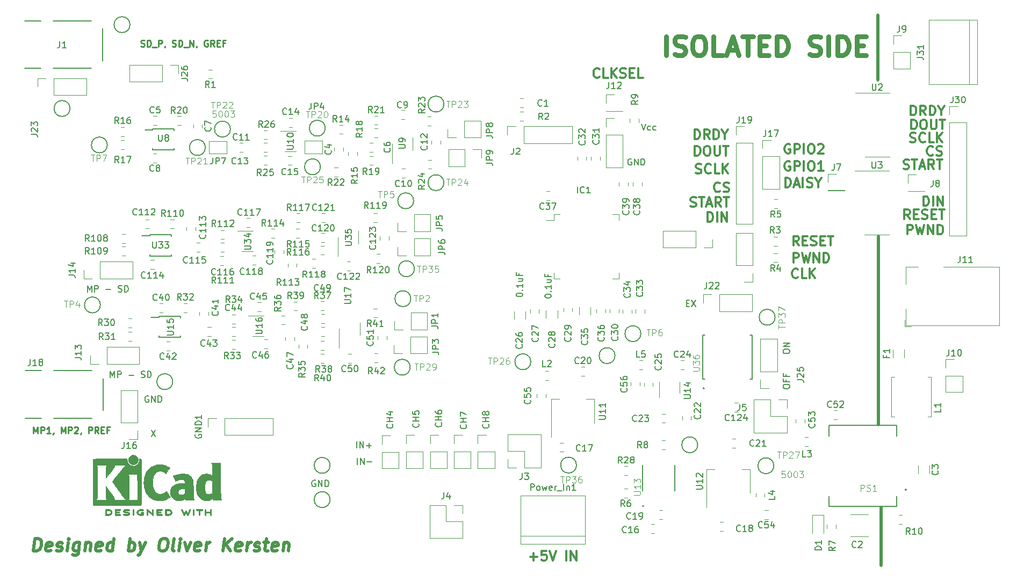
<source format=gbr>
G04 #@! TF.GenerationSoftware,KiCad,Pcbnew,(5.1.4)-1*
G04 #@! TF.CreationDate,2019-11-06T21:27:35+01:00*
G04 #@! TF.ProjectId,HDSEMG,48445345-4d47-42e6-9b69-6361645f7063,rev?*
G04 #@! TF.SameCoordinates,Original*
G04 #@! TF.FileFunction,Legend,Top*
G04 #@! TF.FilePolarity,Positive*
%FSLAX46Y46*%
G04 Gerber Fmt 4.6, Leading zero omitted, Abs format (unit mm)*
G04 Created by KiCad (PCBNEW (5.1.4)-1) date 2019-11-06 21:27:35*
%MOMM*%
%LPD*%
G04 APERTURE LIST*
%ADD10C,0.150000*%
%ADD11C,0.250000*%
%ADD12C,0.500000*%
%ADD13C,0.750000*%
%ADD14C,0.300000*%
%ADD15C,0.010000*%
%ADD16C,0.120000*%
%ADD17C,0.127000*%
%ADD18C,0.200000*%
%ADD19C,0.050000*%
G04 APERTURE END LIST*
D10*
X130309523Y-98628571D02*
X130642857Y-98628571D01*
X130785714Y-99152380D02*
X130309523Y-99152380D01*
X130309523Y-98152380D01*
X130785714Y-98152380D01*
X131119047Y-98152380D02*
X131785714Y-99152380D01*
X131785714Y-98152380D02*
X131119047Y-99152380D01*
X145552380Y-111852380D02*
X145552380Y-111661904D01*
X145600000Y-111566666D01*
X145695238Y-111471428D01*
X145885714Y-111423809D01*
X146219047Y-111423809D01*
X146409523Y-111471428D01*
X146504761Y-111566666D01*
X146552380Y-111661904D01*
X146552380Y-111852380D01*
X146504761Y-111947619D01*
X146409523Y-112042857D01*
X146219047Y-112090476D01*
X145885714Y-112090476D01*
X145695238Y-112042857D01*
X145600000Y-111947619D01*
X145552380Y-111852380D01*
X146028571Y-110661904D02*
X146028571Y-110995238D01*
X146552380Y-110995238D02*
X145552380Y-110995238D01*
X145552380Y-110519047D01*
X146028571Y-109804761D02*
X146028571Y-110138095D01*
X146552380Y-110138095D02*
X145552380Y-110138095D01*
X145552380Y-109661904D01*
X145552380Y-106319047D02*
X145552380Y-106128571D01*
X145600000Y-106033333D01*
X145695238Y-105938095D01*
X145885714Y-105890476D01*
X146219047Y-105890476D01*
X146409523Y-105938095D01*
X146504761Y-106033333D01*
X146552380Y-106128571D01*
X146552380Y-106319047D01*
X146504761Y-106414285D01*
X146409523Y-106509523D01*
X146219047Y-106557142D01*
X145885714Y-106557142D01*
X145695238Y-106509523D01*
X145600000Y-106414285D01*
X145552380Y-106319047D01*
X146552380Y-105461904D02*
X145552380Y-105461904D01*
X146552380Y-104890476D01*
X145552380Y-104890476D01*
X123209523Y-70352380D02*
X123542857Y-71352380D01*
X123876190Y-70352380D01*
X124638095Y-71304761D02*
X124542857Y-71352380D01*
X124352380Y-71352380D01*
X124257142Y-71304761D01*
X124209523Y-71257142D01*
X124161904Y-71161904D01*
X124161904Y-70876190D01*
X124209523Y-70780952D01*
X124257142Y-70733333D01*
X124352380Y-70685714D01*
X124542857Y-70685714D01*
X124638095Y-70733333D01*
X125495238Y-71304761D02*
X125400000Y-71352380D01*
X125209523Y-71352380D01*
X125114285Y-71304761D01*
X125066666Y-71257142D01*
X125019047Y-71161904D01*
X125019047Y-70876190D01*
X125066666Y-70780952D01*
X125114285Y-70733333D01*
X125209523Y-70685714D01*
X125400000Y-70685714D01*
X125495238Y-70733333D01*
X121638095Y-75900000D02*
X121542857Y-75852380D01*
X121400000Y-75852380D01*
X121257142Y-75900000D01*
X121161904Y-75995238D01*
X121114285Y-76090476D01*
X121066666Y-76280952D01*
X121066666Y-76423809D01*
X121114285Y-76614285D01*
X121161904Y-76709523D01*
X121257142Y-76804761D01*
X121400000Y-76852380D01*
X121495238Y-76852380D01*
X121638095Y-76804761D01*
X121685714Y-76757142D01*
X121685714Y-76423809D01*
X121495238Y-76423809D01*
X122114285Y-76852380D02*
X122114285Y-75852380D01*
X122685714Y-76852380D01*
X122685714Y-75852380D01*
X123161904Y-76852380D02*
X123161904Y-75852380D01*
X123400000Y-75852380D01*
X123542857Y-75900000D01*
X123638095Y-75995238D01*
X123685714Y-76090476D01*
X123733333Y-76280952D01*
X123733333Y-76423809D01*
X123685714Y-76614285D01*
X123638095Y-76709523D01*
X123542857Y-76804761D01*
X123400000Y-76852380D01*
X123161904Y-76852380D01*
X35909523Y-96852380D02*
X35909523Y-95852380D01*
X36242857Y-96566666D01*
X36576190Y-95852380D01*
X36576190Y-96852380D01*
X37052380Y-96852380D02*
X37052380Y-95852380D01*
X37433333Y-95852380D01*
X37528571Y-95900000D01*
X37576190Y-95947619D01*
X37623809Y-96042857D01*
X37623809Y-96185714D01*
X37576190Y-96280952D01*
X37528571Y-96328571D01*
X37433333Y-96376190D01*
X37052380Y-96376190D01*
X38814285Y-96471428D02*
X39576190Y-96471428D01*
X40766666Y-96804761D02*
X40909523Y-96852380D01*
X41147619Y-96852380D01*
X41242857Y-96804761D01*
X41290476Y-96757142D01*
X41338095Y-96661904D01*
X41338095Y-96566666D01*
X41290476Y-96471428D01*
X41242857Y-96423809D01*
X41147619Y-96376190D01*
X40957142Y-96328571D01*
X40861904Y-96280952D01*
X40814285Y-96233333D01*
X40766666Y-96138095D01*
X40766666Y-96042857D01*
X40814285Y-95947619D01*
X40861904Y-95900000D01*
X40957142Y-95852380D01*
X41195238Y-95852380D01*
X41338095Y-95900000D01*
X41766666Y-96852380D02*
X41766666Y-95852380D01*
X42004761Y-95852380D01*
X42147619Y-95900000D01*
X42242857Y-95995238D01*
X42290476Y-96090476D01*
X42338095Y-96280952D01*
X42338095Y-96423809D01*
X42290476Y-96614285D01*
X42242857Y-96709523D01*
X42147619Y-96804761D01*
X42004761Y-96852380D01*
X41766666Y-96852380D01*
X39528571Y-110352380D02*
X39528571Y-109352380D01*
X39861904Y-110066666D01*
X40195238Y-109352380D01*
X40195238Y-110352380D01*
X40671428Y-110352380D02*
X40671428Y-109352380D01*
X41052380Y-109352380D01*
X41147619Y-109400000D01*
X41195238Y-109447619D01*
X41242857Y-109542857D01*
X41242857Y-109685714D01*
X41195238Y-109780952D01*
X41147619Y-109828571D01*
X41052380Y-109876190D01*
X40671428Y-109876190D01*
X42433333Y-109971428D02*
X43195238Y-109971428D01*
X44385714Y-110304761D02*
X44528571Y-110352380D01*
X44766666Y-110352380D01*
X44861904Y-110304761D01*
X44909523Y-110257142D01*
X44957142Y-110161904D01*
X44957142Y-110066666D01*
X44909523Y-109971428D01*
X44861904Y-109923809D01*
X44766666Y-109876190D01*
X44576190Y-109828571D01*
X44480952Y-109780952D01*
X44433333Y-109733333D01*
X44385714Y-109638095D01*
X44385714Y-109542857D01*
X44433333Y-109447619D01*
X44480952Y-109400000D01*
X44576190Y-109352380D01*
X44814285Y-109352380D01*
X44957142Y-109400000D01*
X45385714Y-110352380D02*
X45385714Y-109352380D01*
X45623809Y-109352380D01*
X45766666Y-109400000D01*
X45861904Y-109495238D01*
X45909523Y-109590476D01*
X45957142Y-109780952D01*
X45957142Y-109923809D01*
X45909523Y-110114285D01*
X45861904Y-110209523D01*
X45766666Y-110304761D01*
X45623809Y-110352380D01*
X45385714Y-110352380D01*
X45966666Y-118652380D02*
X46633333Y-119652380D01*
X46633333Y-118652380D02*
X45966666Y-119652380D01*
X45538095Y-113300000D02*
X45442857Y-113252380D01*
X45300000Y-113252380D01*
X45157142Y-113300000D01*
X45061904Y-113395238D01*
X45014285Y-113490476D01*
X44966666Y-113680952D01*
X44966666Y-113823809D01*
X45014285Y-114014285D01*
X45061904Y-114109523D01*
X45157142Y-114204761D01*
X45300000Y-114252380D01*
X45395238Y-114252380D01*
X45538095Y-114204761D01*
X45585714Y-114157142D01*
X45585714Y-113823809D01*
X45395238Y-113823809D01*
X46014285Y-114252380D02*
X46014285Y-113252380D01*
X46585714Y-114252380D01*
X46585714Y-113252380D01*
X47061904Y-114252380D02*
X47061904Y-113252380D01*
X47300000Y-113252380D01*
X47442857Y-113300000D01*
X47538095Y-113395238D01*
X47585714Y-113490476D01*
X47633333Y-113680952D01*
X47633333Y-113823809D01*
X47585714Y-114014285D01*
X47538095Y-114109523D01*
X47442857Y-114204761D01*
X47300000Y-114252380D01*
X47061904Y-114252380D01*
D11*
X44333333Y-58104761D02*
X44476190Y-58152380D01*
X44714285Y-58152380D01*
X44809523Y-58104761D01*
X44857142Y-58057142D01*
X44904761Y-57961904D01*
X44904761Y-57866666D01*
X44857142Y-57771428D01*
X44809523Y-57723809D01*
X44714285Y-57676190D01*
X44523809Y-57628571D01*
X44428571Y-57580952D01*
X44380952Y-57533333D01*
X44333333Y-57438095D01*
X44333333Y-57342857D01*
X44380952Y-57247619D01*
X44428571Y-57200000D01*
X44523809Y-57152380D01*
X44761904Y-57152380D01*
X44904761Y-57200000D01*
X45333333Y-58152380D02*
X45333333Y-57152380D01*
X45571428Y-57152380D01*
X45714285Y-57200000D01*
X45809523Y-57295238D01*
X45857142Y-57390476D01*
X45904761Y-57580952D01*
X45904761Y-57723809D01*
X45857142Y-57914285D01*
X45809523Y-58009523D01*
X45714285Y-58104761D01*
X45571428Y-58152380D01*
X45333333Y-58152380D01*
X46095238Y-58247619D02*
X46857142Y-58247619D01*
X47095238Y-58152380D02*
X47095238Y-57152380D01*
X47476190Y-57152380D01*
X47571428Y-57200000D01*
X47619047Y-57247619D01*
X47666666Y-57342857D01*
X47666666Y-57485714D01*
X47619047Y-57580952D01*
X47571428Y-57628571D01*
X47476190Y-57676190D01*
X47095238Y-57676190D01*
X48142857Y-58104761D02*
X48142857Y-58152380D01*
X48095238Y-58247619D01*
X48047619Y-58295238D01*
X49285714Y-58104761D02*
X49428571Y-58152380D01*
X49666666Y-58152380D01*
X49761904Y-58104761D01*
X49809523Y-58057142D01*
X49857142Y-57961904D01*
X49857142Y-57866666D01*
X49809523Y-57771428D01*
X49761904Y-57723809D01*
X49666666Y-57676190D01*
X49476190Y-57628571D01*
X49380952Y-57580952D01*
X49333333Y-57533333D01*
X49285714Y-57438095D01*
X49285714Y-57342857D01*
X49333333Y-57247619D01*
X49380952Y-57200000D01*
X49476190Y-57152380D01*
X49714285Y-57152380D01*
X49857142Y-57200000D01*
X50285714Y-58152380D02*
X50285714Y-57152380D01*
X50523809Y-57152380D01*
X50666666Y-57200000D01*
X50761904Y-57295238D01*
X50809523Y-57390476D01*
X50857142Y-57580952D01*
X50857142Y-57723809D01*
X50809523Y-57914285D01*
X50761904Y-58009523D01*
X50666666Y-58104761D01*
X50523809Y-58152380D01*
X50285714Y-58152380D01*
X51047619Y-58247619D02*
X51809523Y-58247619D01*
X52047619Y-58152380D02*
X52047619Y-57152380D01*
X52619047Y-58152380D01*
X52619047Y-57152380D01*
X53142857Y-58104761D02*
X53142857Y-58152380D01*
X53095238Y-58247619D01*
X53047619Y-58295238D01*
X54857142Y-57200000D02*
X54761904Y-57152380D01*
X54619047Y-57152380D01*
X54476190Y-57200000D01*
X54380952Y-57295238D01*
X54333333Y-57390476D01*
X54285714Y-57580952D01*
X54285714Y-57723809D01*
X54333333Y-57914285D01*
X54380952Y-58009523D01*
X54476190Y-58104761D01*
X54619047Y-58152380D01*
X54714285Y-58152380D01*
X54857142Y-58104761D01*
X54904761Y-58057142D01*
X54904761Y-57723809D01*
X54714285Y-57723809D01*
X55904761Y-58152380D02*
X55571428Y-57676190D01*
X55333333Y-58152380D02*
X55333333Y-57152380D01*
X55714285Y-57152380D01*
X55809523Y-57200000D01*
X55857142Y-57247619D01*
X55904761Y-57342857D01*
X55904761Y-57485714D01*
X55857142Y-57580952D01*
X55809523Y-57628571D01*
X55714285Y-57676190D01*
X55333333Y-57676190D01*
X56333333Y-57628571D02*
X56666666Y-57628571D01*
X56809523Y-58152380D02*
X56333333Y-58152380D01*
X56333333Y-57152380D01*
X56809523Y-57152380D01*
X57571428Y-57628571D02*
X57238095Y-57628571D01*
X57238095Y-58152380D02*
X57238095Y-57152380D01*
X57714285Y-57152380D01*
X27423809Y-119152380D02*
X27423809Y-118152380D01*
X27757142Y-118866666D01*
X28090476Y-118152380D01*
X28090476Y-119152380D01*
X28566666Y-119152380D02*
X28566666Y-118152380D01*
X28947619Y-118152380D01*
X29042857Y-118200000D01*
X29090476Y-118247619D01*
X29138095Y-118342857D01*
X29138095Y-118485714D01*
X29090476Y-118580952D01*
X29042857Y-118628571D01*
X28947619Y-118676190D01*
X28566666Y-118676190D01*
X30090476Y-119152380D02*
X29519047Y-119152380D01*
X29804761Y-119152380D02*
X29804761Y-118152380D01*
X29709523Y-118295238D01*
X29614285Y-118390476D01*
X29519047Y-118438095D01*
X30566666Y-119104761D02*
X30566666Y-119152380D01*
X30519047Y-119247619D01*
X30471428Y-119295238D01*
X31757142Y-119152380D02*
X31757142Y-118152380D01*
X32090476Y-118866666D01*
X32423809Y-118152380D01*
X32423809Y-119152380D01*
X32899999Y-119152380D02*
X32899999Y-118152380D01*
X33280952Y-118152380D01*
X33376190Y-118200000D01*
X33423809Y-118247619D01*
X33471428Y-118342857D01*
X33471428Y-118485714D01*
X33423809Y-118580952D01*
X33376190Y-118628571D01*
X33280952Y-118676190D01*
X32899999Y-118676190D01*
X33852380Y-118247619D02*
X33900000Y-118200000D01*
X33995238Y-118152380D01*
X34233333Y-118152380D01*
X34328571Y-118200000D01*
X34376190Y-118247619D01*
X34423809Y-118342857D01*
X34423809Y-118438095D01*
X34376190Y-118580952D01*
X33804761Y-119152380D01*
X34423809Y-119152380D01*
X34900000Y-119104761D02*
X34900000Y-119152380D01*
X34852380Y-119247619D01*
X34804761Y-119295238D01*
X36090476Y-119152380D02*
X36090476Y-118152380D01*
X36471428Y-118152380D01*
X36566666Y-118200000D01*
X36614285Y-118247619D01*
X36661904Y-118342857D01*
X36661904Y-118485714D01*
X36614285Y-118580952D01*
X36566666Y-118628571D01*
X36471428Y-118676190D01*
X36090476Y-118676190D01*
X37661904Y-119152380D02*
X37328571Y-118676190D01*
X37090476Y-119152380D02*
X37090476Y-118152380D01*
X37471428Y-118152380D01*
X37566666Y-118200000D01*
X37614285Y-118247619D01*
X37661904Y-118342857D01*
X37661904Y-118485714D01*
X37614285Y-118580952D01*
X37566666Y-118628571D01*
X37471428Y-118676190D01*
X37090476Y-118676190D01*
X38090476Y-118628571D02*
X38423809Y-118628571D01*
X38566666Y-119152380D02*
X38090476Y-119152380D01*
X38090476Y-118152380D01*
X38566666Y-118152380D01*
X39328571Y-118628571D02*
X38995238Y-118628571D01*
X38995238Y-119152380D02*
X38995238Y-118152380D01*
X39471428Y-118152380D01*
D10*
X71838095Y-126600000D02*
X71742857Y-126552380D01*
X71600000Y-126552380D01*
X71457142Y-126600000D01*
X71361904Y-126695238D01*
X71314285Y-126790476D01*
X71266666Y-126980952D01*
X71266666Y-127123809D01*
X71314285Y-127314285D01*
X71361904Y-127409523D01*
X71457142Y-127504761D01*
X71600000Y-127552380D01*
X71695238Y-127552380D01*
X71838095Y-127504761D01*
X71885714Y-127457142D01*
X71885714Y-127123809D01*
X71695238Y-127123809D01*
X72314285Y-127552380D02*
X72314285Y-126552380D01*
X72885714Y-127552380D01*
X72885714Y-126552380D01*
X73361904Y-127552380D02*
X73361904Y-126552380D01*
X73600000Y-126552380D01*
X73742857Y-126600000D01*
X73838095Y-126695238D01*
X73885714Y-126790476D01*
X73933333Y-126980952D01*
X73933333Y-127123809D01*
X73885714Y-127314285D01*
X73838095Y-127409523D01*
X73742857Y-127504761D01*
X73600000Y-127552380D01*
X73361904Y-127552380D01*
X78457142Y-124052380D02*
X78457142Y-123052380D01*
X78933333Y-124052380D02*
X78933333Y-123052380D01*
X79504761Y-124052380D01*
X79504761Y-123052380D01*
X79980952Y-123671428D02*
X80742857Y-123671428D01*
X78357142Y-121452380D02*
X78357142Y-120452380D01*
X78833333Y-121452380D02*
X78833333Y-120452380D01*
X79404761Y-121452380D01*
X79404761Y-120452380D01*
X79880952Y-121071428D02*
X80642857Y-121071428D01*
X80261904Y-121452380D02*
X80261904Y-120690476D01*
D12*
X27388541Y-137704761D02*
X27638541Y-135704761D01*
X28114732Y-135704761D01*
X28388541Y-135800000D01*
X28555208Y-135990476D01*
X28626636Y-136180952D01*
X28674255Y-136561904D01*
X28638541Y-136847619D01*
X28495684Y-137228571D01*
X28376636Y-137419047D01*
X28162351Y-137609523D01*
X27864732Y-137704761D01*
X27388541Y-137704761D01*
X30162351Y-137609523D02*
X29959970Y-137704761D01*
X29579017Y-137704761D01*
X29400446Y-137609523D01*
X29329017Y-137419047D01*
X29424255Y-136657142D01*
X29543303Y-136466666D01*
X29745684Y-136371428D01*
X30126636Y-136371428D01*
X30305208Y-136466666D01*
X30376636Y-136657142D01*
X30352827Y-136847619D01*
X29376636Y-137038095D01*
X31019494Y-137609523D02*
X31198065Y-137704761D01*
X31579017Y-137704761D01*
X31781398Y-137609523D01*
X31900446Y-137419047D01*
X31912351Y-137323809D01*
X31840922Y-137133333D01*
X31662351Y-137038095D01*
X31376636Y-137038095D01*
X31198065Y-136942857D01*
X31126636Y-136752380D01*
X31138541Y-136657142D01*
X31257589Y-136466666D01*
X31459970Y-136371428D01*
X31745684Y-136371428D01*
X31924255Y-136466666D01*
X32721874Y-137704761D02*
X32888541Y-136371428D01*
X32971874Y-135704761D02*
X32864732Y-135800000D01*
X32948065Y-135895238D01*
X33055208Y-135800000D01*
X32971874Y-135704761D01*
X32948065Y-135895238D01*
X34698065Y-136371428D02*
X34495684Y-137990476D01*
X34376636Y-138180952D01*
X34269494Y-138276190D01*
X34067113Y-138371428D01*
X33781398Y-138371428D01*
X33602827Y-138276190D01*
X34543303Y-137609523D02*
X34340922Y-137704761D01*
X33959970Y-137704761D01*
X33781398Y-137609523D01*
X33698065Y-137514285D01*
X33626636Y-137323809D01*
X33698065Y-136752380D01*
X33817113Y-136561904D01*
X33924255Y-136466666D01*
X34126636Y-136371428D01*
X34507589Y-136371428D01*
X34686160Y-136466666D01*
X35650446Y-136371428D02*
X35483779Y-137704761D01*
X35626636Y-136561904D02*
X35733779Y-136466666D01*
X35936160Y-136371428D01*
X36221874Y-136371428D01*
X36400446Y-136466666D01*
X36471874Y-136657142D01*
X36340922Y-137704761D01*
X38067113Y-137609523D02*
X37864732Y-137704761D01*
X37483779Y-137704761D01*
X37305208Y-137609523D01*
X37233779Y-137419047D01*
X37329017Y-136657142D01*
X37448065Y-136466666D01*
X37650446Y-136371428D01*
X38031398Y-136371428D01*
X38209970Y-136466666D01*
X38281398Y-136657142D01*
X38257589Y-136847619D01*
X37281398Y-137038095D01*
X39864732Y-137704761D02*
X40114732Y-135704761D01*
X39876636Y-137609523D02*
X39674255Y-137704761D01*
X39293303Y-137704761D01*
X39114732Y-137609523D01*
X39031398Y-137514285D01*
X38959970Y-137323809D01*
X39031398Y-136752380D01*
X39150446Y-136561904D01*
X39257589Y-136466666D01*
X39459970Y-136371428D01*
X39840922Y-136371428D01*
X40019494Y-136466666D01*
X42340922Y-137704761D02*
X42590922Y-135704761D01*
X42495684Y-136466666D02*
X42698065Y-136371428D01*
X43079017Y-136371428D01*
X43257589Y-136466666D01*
X43340922Y-136561904D01*
X43412351Y-136752380D01*
X43340922Y-137323809D01*
X43221874Y-137514285D01*
X43114732Y-137609523D01*
X42912351Y-137704761D01*
X42531398Y-137704761D01*
X42352827Y-137609523D01*
X44126636Y-136371428D02*
X44436160Y-137704761D01*
X45079017Y-136371428D02*
X44436160Y-137704761D01*
X44186160Y-138180952D01*
X44079017Y-138276190D01*
X43876636Y-138371428D01*
X47829017Y-135704761D02*
X48209970Y-135704761D01*
X48388541Y-135800000D01*
X48555208Y-135990476D01*
X48602827Y-136371428D01*
X48519494Y-137038095D01*
X48376636Y-137419047D01*
X48162351Y-137609523D01*
X47959970Y-137704761D01*
X47579017Y-137704761D01*
X47400446Y-137609523D01*
X47233779Y-137419047D01*
X47186160Y-137038095D01*
X47269494Y-136371428D01*
X47412351Y-135990476D01*
X47626636Y-135800000D01*
X47829017Y-135704761D01*
X49579017Y-137704761D02*
X49400446Y-137609523D01*
X49329017Y-137419047D01*
X49543303Y-135704761D01*
X50340922Y-137704761D02*
X50507589Y-136371428D01*
X50590922Y-135704761D02*
X50483779Y-135800000D01*
X50567113Y-135895238D01*
X50674255Y-135800000D01*
X50590922Y-135704761D01*
X50567113Y-135895238D01*
X51269494Y-136371428D02*
X51579017Y-137704761D01*
X52221874Y-136371428D01*
X53590922Y-137609523D02*
X53388541Y-137704761D01*
X53007589Y-137704761D01*
X52829017Y-137609523D01*
X52757589Y-137419047D01*
X52852827Y-136657142D01*
X52971874Y-136466666D01*
X53174255Y-136371428D01*
X53555208Y-136371428D01*
X53733779Y-136466666D01*
X53805208Y-136657142D01*
X53781398Y-136847619D01*
X52805208Y-137038095D01*
X54531398Y-137704761D02*
X54698065Y-136371428D01*
X54650446Y-136752380D02*
X54769494Y-136561904D01*
X54876636Y-136466666D01*
X55079017Y-136371428D01*
X55269494Y-136371428D01*
X57293303Y-137704761D02*
X57543303Y-135704761D01*
X58436160Y-137704761D02*
X57721874Y-136561904D01*
X58686160Y-135704761D02*
X57400446Y-136847619D01*
X60067113Y-137609523D02*
X59864732Y-137704761D01*
X59483779Y-137704761D01*
X59305208Y-137609523D01*
X59233779Y-137419047D01*
X59329017Y-136657142D01*
X59448065Y-136466666D01*
X59650446Y-136371428D01*
X60031398Y-136371428D01*
X60209970Y-136466666D01*
X60281398Y-136657142D01*
X60257589Y-136847619D01*
X59281398Y-137038095D01*
X61007589Y-137704761D02*
X61174255Y-136371428D01*
X61126636Y-136752380D02*
X61245684Y-136561904D01*
X61352827Y-136466666D01*
X61555208Y-136371428D01*
X61745684Y-136371428D01*
X62162351Y-137609523D02*
X62340922Y-137704761D01*
X62721874Y-137704761D01*
X62924255Y-137609523D01*
X63043303Y-137419047D01*
X63055208Y-137323809D01*
X62983779Y-137133333D01*
X62805208Y-137038095D01*
X62519494Y-137038095D01*
X62340922Y-136942857D01*
X62269494Y-136752380D01*
X62281398Y-136657142D01*
X62400446Y-136466666D01*
X62602827Y-136371428D01*
X62888541Y-136371428D01*
X63067113Y-136466666D01*
X63745684Y-136371428D02*
X64507589Y-136371428D01*
X64114732Y-135704761D02*
X63900446Y-137419047D01*
X63971874Y-137609523D01*
X64150446Y-137704761D01*
X64340922Y-137704761D01*
X65781398Y-137609523D02*
X65579017Y-137704761D01*
X65198065Y-137704761D01*
X65019494Y-137609523D01*
X64948065Y-137419047D01*
X65043303Y-136657142D01*
X65162351Y-136466666D01*
X65364732Y-136371428D01*
X65745684Y-136371428D01*
X65924255Y-136466666D01*
X65995684Y-136657142D01*
X65971874Y-136847619D01*
X64995684Y-137038095D01*
X66888541Y-136371428D02*
X66721874Y-137704761D01*
X66864732Y-136561904D02*
X66971874Y-136466666D01*
X67174255Y-136371428D01*
X67459970Y-136371428D01*
X67638541Y-136466666D01*
X67709970Y-136657142D01*
X67579017Y-137704761D01*
D13*
X127157142Y-59557142D02*
X127157142Y-56557142D01*
X128442857Y-59414285D02*
X128871428Y-59557142D01*
X129585714Y-59557142D01*
X129871428Y-59414285D01*
X130014285Y-59271428D01*
X130157142Y-58985714D01*
X130157142Y-58700000D01*
X130014285Y-58414285D01*
X129871428Y-58271428D01*
X129585714Y-58128571D01*
X129014285Y-57985714D01*
X128728571Y-57842857D01*
X128585714Y-57700000D01*
X128442857Y-57414285D01*
X128442857Y-57128571D01*
X128585714Y-56842857D01*
X128728571Y-56700000D01*
X129014285Y-56557142D01*
X129728571Y-56557142D01*
X130157142Y-56700000D01*
X132014285Y-56557142D02*
X132585714Y-56557142D01*
X132871428Y-56700000D01*
X133157142Y-56985714D01*
X133300000Y-57557142D01*
X133300000Y-58557142D01*
X133157142Y-59128571D01*
X132871428Y-59414285D01*
X132585714Y-59557142D01*
X132014285Y-59557142D01*
X131728571Y-59414285D01*
X131442857Y-59128571D01*
X131300000Y-58557142D01*
X131300000Y-57557142D01*
X131442857Y-56985714D01*
X131728571Y-56700000D01*
X132014285Y-56557142D01*
X136014285Y-59557142D02*
X134585714Y-59557142D01*
X134585714Y-56557142D01*
X136871428Y-58700000D02*
X138300000Y-58700000D01*
X136585714Y-59557142D02*
X137585714Y-56557142D01*
X138585714Y-59557142D01*
X139157142Y-56557142D02*
X140871428Y-56557142D01*
X140014285Y-59557142D02*
X140014285Y-56557142D01*
X141871428Y-57985714D02*
X142871428Y-57985714D01*
X143300000Y-59557142D02*
X141871428Y-59557142D01*
X141871428Y-56557142D01*
X143300000Y-56557142D01*
X144585714Y-59557142D02*
X144585714Y-56557142D01*
X145300000Y-56557142D01*
X145728571Y-56700000D01*
X146014285Y-56985714D01*
X146157142Y-57271428D01*
X146300000Y-57842857D01*
X146300000Y-58271428D01*
X146157142Y-58842857D01*
X146014285Y-59128571D01*
X145728571Y-59414285D01*
X145300000Y-59557142D01*
X144585714Y-59557142D01*
X149728571Y-59414285D02*
X150157142Y-59557142D01*
X150871428Y-59557142D01*
X151157142Y-59414285D01*
X151300000Y-59271428D01*
X151442857Y-58985714D01*
X151442857Y-58700000D01*
X151300000Y-58414285D01*
X151157142Y-58271428D01*
X150871428Y-58128571D01*
X150300000Y-57985714D01*
X150014285Y-57842857D01*
X149871428Y-57700000D01*
X149728571Y-57414285D01*
X149728571Y-57128571D01*
X149871428Y-56842857D01*
X150014285Y-56700000D01*
X150300000Y-56557142D01*
X151014285Y-56557142D01*
X151442857Y-56700000D01*
X152728571Y-59557142D02*
X152728571Y-56557142D01*
X154157142Y-59557142D02*
X154157142Y-56557142D01*
X154871428Y-56557142D01*
X155300000Y-56700000D01*
X155585714Y-56985714D01*
X155728571Y-57271428D01*
X155871428Y-57842857D01*
X155871428Y-58271428D01*
X155728571Y-58842857D01*
X155585714Y-59128571D01*
X155300000Y-59414285D01*
X154871428Y-59557142D01*
X154157142Y-59557142D01*
X157157142Y-57985714D02*
X158157142Y-57985714D01*
X158585714Y-59557142D02*
X157157142Y-59557142D01*
X157157142Y-56557142D01*
X158585714Y-56557142D01*
D12*
X161000000Y-130800000D02*
X161000000Y-140000000D01*
X160600000Y-88100000D02*
X160600000Y-117800000D01*
X160500000Y-63400000D02*
X160500000Y-53200000D01*
D14*
X105657142Y-138607142D02*
X106800000Y-138607142D01*
X106228571Y-139178571D02*
X106228571Y-138035714D01*
X108228571Y-137678571D02*
X107514285Y-137678571D01*
X107442857Y-138392857D01*
X107514285Y-138321428D01*
X107657142Y-138250000D01*
X108014285Y-138250000D01*
X108157142Y-138321428D01*
X108228571Y-138392857D01*
X108300000Y-138535714D01*
X108300000Y-138892857D01*
X108228571Y-139035714D01*
X108157142Y-139107142D01*
X108014285Y-139178571D01*
X107657142Y-139178571D01*
X107514285Y-139107142D01*
X107442857Y-139035714D01*
X108728571Y-137678571D02*
X109228571Y-139178571D01*
X109728571Y-137678571D01*
X111371428Y-139178571D02*
X111371428Y-137678571D01*
X112085714Y-139178571D02*
X112085714Y-137678571D01*
X112942857Y-139178571D01*
X112942857Y-137678571D01*
X165114285Y-87778571D02*
X165114285Y-86278571D01*
X165685714Y-86278571D01*
X165828571Y-86350000D01*
X165900000Y-86421428D01*
X165971428Y-86564285D01*
X165971428Y-86778571D01*
X165900000Y-86921428D01*
X165828571Y-86992857D01*
X165685714Y-87064285D01*
X165114285Y-87064285D01*
X166471428Y-86278571D02*
X166828571Y-87778571D01*
X167114285Y-86707142D01*
X167400000Y-87778571D01*
X167757142Y-86278571D01*
X168328571Y-87778571D02*
X168328571Y-86278571D01*
X169185714Y-87778571D01*
X169185714Y-86278571D01*
X169900000Y-87778571D02*
X169900000Y-86278571D01*
X170257142Y-86278571D01*
X170471428Y-86350000D01*
X170614285Y-86492857D01*
X170685714Y-86635714D01*
X170757142Y-86921428D01*
X170757142Y-87135714D01*
X170685714Y-87421428D01*
X170614285Y-87564285D01*
X170471428Y-87707142D01*
X170257142Y-87778571D01*
X169900000Y-87778571D01*
X165521428Y-85378571D02*
X165021428Y-84664285D01*
X164664285Y-85378571D02*
X164664285Y-83878571D01*
X165235714Y-83878571D01*
X165378571Y-83950000D01*
X165450000Y-84021428D01*
X165521428Y-84164285D01*
X165521428Y-84378571D01*
X165450000Y-84521428D01*
X165378571Y-84592857D01*
X165235714Y-84664285D01*
X164664285Y-84664285D01*
X166164285Y-84592857D02*
X166664285Y-84592857D01*
X166878571Y-85378571D02*
X166164285Y-85378571D01*
X166164285Y-83878571D01*
X166878571Y-83878571D01*
X167450000Y-85307142D02*
X167664285Y-85378571D01*
X168021428Y-85378571D01*
X168164285Y-85307142D01*
X168235714Y-85235714D01*
X168307142Y-85092857D01*
X168307142Y-84950000D01*
X168235714Y-84807142D01*
X168164285Y-84735714D01*
X168021428Y-84664285D01*
X167735714Y-84592857D01*
X167592857Y-84521428D01*
X167521428Y-84450000D01*
X167450000Y-84307142D01*
X167450000Y-84164285D01*
X167521428Y-84021428D01*
X167592857Y-83950000D01*
X167735714Y-83878571D01*
X168092857Y-83878571D01*
X168307142Y-83950000D01*
X168950000Y-84592857D02*
X169450000Y-84592857D01*
X169664285Y-85378571D02*
X168950000Y-85378571D01*
X168950000Y-83878571D01*
X169664285Y-83878571D01*
X170092857Y-83878571D02*
X170950000Y-83878571D01*
X170521428Y-85378571D02*
X170521428Y-83878571D01*
X167664285Y-83278571D02*
X167664285Y-81778571D01*
X168021428Y-81778571D01*
X168235714Y-81850000D01*
X168378571Y-81992857D01*
X168450000Y-82135714D01*
X168521428Y-82421428D01*
X168521428Y-82635714D01*
X168450000Y-82921428D01*
X168378571Y-83064285D01*
X168235714Y-83207142D01*
X168021428Y-83278571D01*
X167664285Y-83278571D01*
X169164285Y-83278571D02*
X169164285Y-81778571D01*
X169878571Y-83278571D02*
X169878571Y-81778571D01*
X170735714Y-83278571D01*
X170735714Y-81778571D01*
X164535714Y-77407142D02*
X164750000Y-77478571D01*
X165107142Y-77478571D01*
X165250000Y-77407142D01*
X165321428Y-77335714D01*
X165392857Y-77192857D01*
X165392857Y-77050000D01*
X165321428Y-76907142D01*
X165250000Y-76835714D01*
X165107142Y-76764285D01*
X164821428Y-76692857D01*
X164678571Y-76621428D01*
X164607142Y-76550000D01*
X164535714Y-76407142D01*
X164535714Y-76264285D01*
X164607142Y-76121428D01*
X164678571Y-76050000D01*
X164821428Y-75978571D01*
X165178571Y-75978571D01*
X165392857Y-76050000D01*
X165821428Y-75978571D02*
X166678571Y-75978571D01*
X166250000Y-77478571D02*
X166250000Y-75978571D01*
X167107142Y-77050000D02*
X167821428Y-77050000D01*
X166964285Y-77478571D02*
X167464285Y-75978571D01*
X167964285Y-77478571D01*
X169321428Y-77478571D02*
X168821428Y-76764285D01*
X168464285Y-77478571D02*
X168464285Y-75978571D01*
X169035714Y-75978571D01*
X169178571Y-76050000D01*
X169250000Y-76121428D01*
X169321428Y-76264285D01*
X169321428Y-76478571D01*
X169250000Y-76621428D01*
X169178571Y-76692857D01*
X169035714Y-76764285D01*
X168464285Y-76764285D01*
X169750000Y-75978571D02*
X170607142Y-75978571D01*
X170178571Y-77478571D02*
X170178571Y-75978571D01*
X169150000Y-75235714D02*
X169078571Y-75307142D01*
X168864285Y-75378571D01*
X168721428Y-75378571D01*
X168507142Y-75307142D01*
X168364285Y-75164285D01*
X168292857Y-75021428D01*
X168221428Y-74735714D01*
X168221428Y-74521428D01*
X168292857Y-74235714D01*
X168364285Y-74092857D01*
X168507142Y-73950000D01*
X168721428Y-73878571D01*
X168864285Y-73878571D01*
X169078571Y-73950000D01*
X169150000Y-74021428D01*
X169721428Y-75307142D02*
X169935714Y-75378571D01*
X170292857Y-75378571D01*
X170435714Y-75307142D01*
X170507142Y-75235714D01*
X170578571Y-75092857D01*
X170578571Y-74950000D01*
X170507142Y-74807142D01*
X170435714Y-74735714D01*
X170292857Y-74664285D01*
X170007142Y-74592857D01*
X169864285Y-74521428D01*
X169792857Y-74450000D01*
X169721428Y-74307142D01*
X169721428Y-74164285D01*
X169792857Y-74021428D01*
X169864285Y-73950000D01*
X170007142Y-73878571D01*
X170364285Y-73878571D01*
X170578571Y-73950000D01*
X165564285Y-73207142D02*
X165778571Y-73278571D01*
X166135714Y-73278571D01*
X166278571Y-73207142D01*
X166350000Y-73135714D01*
X166421428Y-72992857D01*
X166421428Y-72850000D01*
X166350000Y-72707142D01*
X166278571Y-72635714D01*
X166135714Y-72564285D01*
X165850000Y-72492857D01*
X165707142Y-72421428D01*
X165635714Y-72350000D01*
X165564285Y-72207142D01*
X165564285Y-72064285D01*
X165635714Y-71921428D01*
X165707142Y-71850000D01*
X165850000Y-71778571D01*
X166207142Y-71778571D01*
X166421428Y-71850000D01*
X167921428Y-73135714D02*
X167850000Y-73207142D01*
X167635714Y-73278571D01*
X167492857Y-73278571D01*
X167278571Y-73207142D01*
X167135714Y-73064285D01*
X167064285Y-72921428D01*
X166992857Y-72635714D01*
X166992857Y-72421428D01*
X167064285Y-72135714D01*
X167135714Y-71992857D01*
X167278571Y-71850000D01*
X167492857Y-71778571D01*
X167635714Y-71778571D01*
X167850000Y-71850000D01*
X167921428Y-71921428D01*
X169278571Y-73278571D02*
X168564285Y-73278571D01*
X168564285Y-71778571D01*
X169778571Y-73278571D02*
X169778571Y-71778571D01*
X170635714Y-73278571D02*
X169992857Y-72421428D01*
X170635714Y-71778571D02*
X169778571Y-72635714D01*
X165764285Y-71178571D02*
X165764285Y-69678571D01*
X166121428Y-69678571D01*
X166335714Y-69750000D01*
X166478571Y-69892857D01*
X166550000Y-70035714D01*
X166621428Y-70321428D01*
X166621428Y-70535714D01*
X166550000Y-70821428D01*
X166478571Y-70964285D01*
X166335714Y-71107142D01*
X166121428Y-71178571D01*
X165764285Y-71178571D01*
X167550000Y-69678571D02*
X167835714Y-69678571D01*
X167978571Y-69750000D01*
X168121428Y-69892857D01*
X168192857Y-70178571D01*
X168192857Y-70678571D01*
X168121428Y-70964285D01*
X167978571Y-71107142D01*
X167835714Y-71178571D01*
X167550000Y-71178571D01*
X167407142Y-71107142D01*
X167264285Y-70964285D01*
X167192857Y-70678571D01*
X167192857Y-70178571D01*
X167264285Y-69892857D01*
X167407142Y-69750000D01*
X167550000Y-69678571D01*
X168835714Y-69678571D02*
X168835714Y-70892857D01*
X168907142Y-71035714D01*
X168978571Y-71107142D01*
X169121428Y-71178571D01*
X169407142Y-71178571D01*
X169550000Y-71107142D01*
X169621428Y-71035714D01*
X169692857Y-70892857D01*
X169692857Y-69678571D01*
X170192857Y-69678571D02*
X171050000Y-69678571D01*
X170621428Y-71178571D02*
X170621428Y-69678571D01*
X165664285Y-68978571D02*
X165664285Y-67478571D01*
X166021428Y-67478571D01*
X166235714Y-67550000D01*
X166378571Y-67692857D01*
X166450000Y-67835714D01*
X166521428Y-68121428D01*
X166521428Y-68335714D01*
X166450000Y-68621428D01*
X166378571Y-68764285D01*
X166235714Y-68907142D01*
X166021428Y-68978571D01*
X165664285Y-68978571D01*
X168021428Y-68978571D02*
X167521428Y-68264285D01*
X167164285Y-68978571D02*
X167164285Y-67478571D01*
X167735714Y-67478571D01*
X167878571Y-67550000D01*
X167950000Y-67621428D01*
X168021428Y-67764285D01*
X168021428Y-67978571D01*
X167950000Y-68121428D01*
X167878571Y-68192857D01*
X167735714Y-68264285D01*
X167164285Y-68264285D01*
X168664285Y-68978571D02*
X168664285Y-67478571D01*
X169021428Y-67478571D01*
X169235714Y-67550000D01*
X169378571Y-67692857D01*
X169450000Y-67835714D01*
X169521428Y-68121428D01*
X169521428Y-68335714D01*
X169450000Y-68621428D01*
X169378571Y-68764285D01*
X169235714Y-68907142D01*
X169021428Y-68978571D01*
X168664285Y-68978571D01*
X170450000Y-68264285D02*
X170450000Y-68978571D01*
X169950000Y-67478571D02*
X170450000Y-68264285D01*
X170950000Y-67478571D01*
X131794285Y-78117142D02*
X132008571Y-78188571D01*
X132365714Y-78188571D01*
X132508571Y-78117142D01*
X132580000Y-78045714D01*
X132651428Y-77902857D01*
X132651428Y-77760000D01*
X132580000Y-77617142D01*
X132508571Y-77545714D01*
X132365714Y-77474285D01*
X132080000Y-77402857D01*
X131937142Y-77331428D01*
X131865714Y-77260000D01*
X131794285Y-77117142D01*
X131794285Y-76974285D01*
X131865714Y-76831428D01*
X131937142Y-76760000D01*
X132080000Y-76688571D01*
X132437142Y-76688571D01*
X132651428Y-76760000D01*
X134151428Y-78045714D02*
X134080000Y-78117142D01*
X133865714Y-78188571D01*
X133722857Y-78188571D01*
X133508571Y-78117142D01*
X133365714Y-77974285D01*
X133294285Y-77831428D01*
X133222857Y-77545714D01*
X133222857Y-77331428D01*
X133294285Y-77045714D01*
X133365714Y-76902857D01*
X133508571Y-76760000D01*
X133722857Y-76688571D01*
X133865714Y-76688571D01*
X134080000Y-76760000D01*
X134151428Y-76831428D01*
X135508571Y-78188571D02*
X134794285Y-78188571D01*
X134794285Y-76688571D01*
X136008571Y-78188571D02*
X136008571Y-76688571D01*
X136865714Y-78188571D02*
X136222857Y-77331428D01*
X136865714Y-76688571D02*
X136008571Y-77545714D01*
X135580000Y-80945714D02*
X135508571Y-81017142D01*
X135294285Y-81088571D01*
X135151428Y-81088571D01*
X134937142Y-81017142D01*
X134794285Y-80874285D01*
X134722857Y-80731428D01*
X134651428Y-80445714D01*
X134651428Y-80231428D01*
X134722857Y-79945714D01*
X134794285Y-79802857D01*
X134937142Y-79660000D01*
X135151428Y-79588571D01*
X135294285Y-79588571D01*
X135508571Y-79660000D01*
X135580000Y-79731428D01*
X136151428Y-81017142D02*
X136365714Y-81088571D01*
X136722857Y-81088571D01*
X136865714Y-81017142D01*
X136937142Y-80945714D01*
X137008571Y-80802857D01*
X137008571Y-80660000D01*
X136937142Y-80517142D01*
X136865714Y-80445714D01*
X136722857Y-80374285D01*
X136437142Y-80302857D01*
X136294285Y-80231428D01*
X136222857Y-80160000D01*
X136151428Y-80017142D01*
X136151428Y-79874285D01*
X136222857Y-79731428D01*
X136294285Y-79660000D01*
X136437142Y-79588571D01*
X136794285Y-79588571D01*
X137008571Y-79660000D01*
X148001428Y-89538571D02*
X147501428Y-88824285D01*
X147144285Y-89538571D02*
X147144285Y-88038571D01*
X147715714Y-88038571D01*
X147858571Y-88110000D01*
X147930000Y-88181428D01*
X148001428Y-88324285D01*
X148001428Y-88538571D01*
X147930000Y-88681428D01*
X147858571Y-88752857D01*
X147715714Y-88824285D01*
X147144285Y-88824285D01*
X148644285Y-88752857D02*
X149144285Y-88752857D01*
X149358571Y-89538571D02*
X148644285Y-89538571D01*
X148644285Y-88038571D01*
X149358571Y-88038571D01*
X149930000Y-89467142D02*
X150144285Y-89538571D01*
X150501428Y-89538571D01*
X150644285Y-89467142D01*
X150715714Y-89395714D01*
X150787142Y-89252857D01*
X150787142Y-89110000D01*
X150715714Y-88967142D01*
X150644285Y-88895714D01*
X150501428Y-88824285D01*
X150215714Y-88752857D01*
X150072857Y-88681428D01*
X150001428Y-88610000D01*
X149930000Y-88467142D01*
X149930000Y-88324285D01*
X150001428Y-88181428D01*
X150072857Y-88110000D01*
X150215714Y-88038571D01*
X150572857Y-88038571D01*
X150787142Y-88110000D01*
X151430000Y-88752857D02*
X151930000Y-88752857D01*
X152144285Y-89538571D02*
X151430000Y-89538571D01*
X151430000Y-88038571D01*
X152144285Y-88038571D01*
X152572857Y-88038571D02*
X153430000Y-88038571D01*
X153001428Y-89538571D02*
X153001428Y-88038571D01*
X116587142Y-62945714D02*
X116515714Y-63017142D01*
X116301428Y-63088571D01*
X116158571Y-63088571D01*
X115944285Y-63017142D01*
X115801428Y-62874285D01*
X115730000Y-62731428D01*
X115658571Y-62445714D01*
X115658571Y-62231428D01*
X115730000Y-61945714D01*
X115801428Y-61802857D01*
X115944285Y-61660000D01*
X116158571Y-61588571D01*
X116301428Y-61588571D01*
X116515714Y-61660000D01*
X116587142Y-61731428D01*
X117944285Y-63088571D02*
X117230000Y-63088571D01*
X117230000Y-61588571D01*
X118444285Y-63088571D02*
X118444285Y-61588571D01*
X119301428Y-63088571D02*
X118658571Y-62231428D01*
X119301428Y-61588571D02*
X118444285Y-62445714D01*
X119872857Y-63017142D02*
X120087142Y-63088571D01*
X120444285Y-63088571D01*
X120587142Y-63017142D01*
X120658571Y-62945714D01*
X120730000Y-62802857D01*
X120730000Y-62660000D01*
X120658571Y-62517142D01*
X120587142Y-62445714D01*
X120444285Y-62374285D01*
X120158571Y-62302857D01*
X120015714Y-62231428D01*
X119944285Y-62160000D01*
X119872857Y-62017142D01*
X119872857Y-61874285D01*
X119944285Y-61731428D01*
X120015714Y-61660000D01*
X120158571Y-61588571D01*
X120515714Y-61588571D01*
X120730000Y-61660000D01*
X121372857Y-62302857D02*
X121872857Y-62302857D01*
X122087142Y-63088571D02*
X121372857Y-63088571D01*
X121372857Y-61588571D01*
X122087142Y-61588571D01*
X123444285Y-63088571D02*
X122730000Y-63088571D01*
X122730000Y-61588571D01*
X131594285Y-72738571D02*
X131594285Y-71238571D01*
X131951428Y-71238571D01*
X132165714Y-71310000D01*
X132308571Y-71452857D01*
X132380000Y-71595714D01*
X132451428Y-71881428D01*
X132451428Y-72095714D01*
X132380000Y-72381428D01*
X132308571Y-72524285D01*
X132165714Y-72667142D01*
X131951428Y-72738571D01*
X131594285Y-72738571D01*
X133951428Y-72738571D02*
X133451428Y-72024285D01*
X133094285Y-72738571D02*
X133094285Y-71238571D01*
X133665714Y-71238571D01*
X133808571Y-71310000D01*
X133880000Y-71381428D01*
X133951428Y-71524285D01*
X133951428Y-71738571D01*
X133880000Y-71881428D01*
X133808571Y-71952857D01*
X133665714Y-72024285D01*
X133094285Y-72024285D01*
X134594285Y-72738571D02*
X134594285Y-71238571D01*
X134951428Y-71238571D01*
X135165714Y-71310000D01*
X135308571Y-71452857D01*
X135380000Y-71595714D01*
X135451428Y-71881428D01*
X135451428Y-72095714D01*
X135380000Y-72381428D01*
X135308571Y-72524285D01*
X135165714Y-72667142D01*
X134951428Y-72738571D01*
X134594285Y-72738571D01*
X136380000Y-72024285D02*
X136380000Y-72738571D01*
X135880000Y-71238571D02*
X136380000Y-72024285D01*
X136880000Y-71238571D01*
X146615714Y-73610000D02*
X146472857Y-73538571D01*
X146258571Y-73538571D01*
X146044285Y-73610000D01*
X145901428Y-73752857D01*
X145830000Y-73895714D01*
X145758571Y-74181428D01*
X145758571Y-74395714D01*
X145830000Y-74681428D01*
X145901428Y-74824285D01*
X146044285Y-74967142D01*
X146258571Y-75038571D01*
X146401428Y-75038571D01*
X146615714Y-74967142D01*
X146687142Y-74895714D01*
X146687142Y-74395714D01*
X146401428Y-74395714D01*
X147330000Y-75038571D02*
X147330000Y-73538571D01*
X147901428Y-73538571D01*
X148044285Y-73610000D01*
X148115714Y-73681428D01*
X148187142Y-73824285D01*
X148187142Y-74038571D01*
X148115714Y-74181428D01*
X148044285Y-74252857D01*
X147901428Y-74324285D01*
X147330000Y-74324285D01*
X148830000Y-75038571D02*
X148830000Y-73538571D01*
X149830000Y-73538571D02*
X150115714Y-73538571D01*
X150258571Y-73610000D01*
X150401428Y-73752857D01*
X150472857Y-74038571D01*
X150472857Y-74538571D01*
X150401428Y-74824285D01*
X150258571Y-74967142D01*
X150115714Y-75038571D01*
X149830000Y-75038571D01*
X149687142Y-74967142D01*
X149544285Y-74824285D01*
X149472857Y-74538571D01*
X149472857Y-74038571D01*
X149544285Y-73752857D01*
X149687142Y-73610000D01*
X149830000Y-73538571D01*
X151044285Y-73681428D02*
X151115714Y-73610000D01*
X151258571Y-73538571D01*
X151615714Y-73538571D01*
X151758571Y-73610000D01*
X151830000Y-73681428D01*
X151901428Y-73824285D01*
X151901428Y-73967142D01*
X151830000Y-74181428D01*
X150972857Y-75038571D01*
X151901428Y-75038571D01*
X131644285Y-75338571D02*
X131644285Y-73838571D01*
X132001428Y-73838571D01*
X132215714Y-73910000D01*
X132358571Y-74052857D01*
X132430000Y-74195714D01*
X132501428Y-74481428D01*
X132501428Y-74695714D01*
X132430000Y-74981428D01*
X132358571Y-75124285D01*
X132215714Y-75267142D01*
X132001428Y-75338571D01*
X131644285Y-75338571D01*
X133430000Y-73838571D02*
X133715714Y-73838571D01*
X133858571Y-73910000D01*
X134001428Y-74052857D01*
X134072857Y-74338571D01*
X134072857Y-74838571D01*
X134001428Y-75124285D01*
X133858571Y-75267142D01*
X133715714Y-75338571D01*
X133430000Y-75338571D01*
X133287142Y-75267142D01*
X133144285Y-75124285D01*
X133072857Y-74838571D01*
X133072857Y-74338571D01*
X133144285Y-74052857D01*
X133287142Y-73910000D01*
X133430000Y-73838571D01*
X134715714Y-73838571D02*
X134715714Y-75052857D01*
X134787142Y-75195714D01*
X134858571Y-75267142D01*
X135001428Y-75338571D01*
X135287142Y-75338571D01*
X135430000Y-75267142D01*
X135501428Y-75195714D01*
X135572857Y-75052857D01*
X135572857Y-73838571D01*
X136072857Y-73838571D02*
X136930000Y-73838571D01*
X136501428Y-75338571D02*
X136501428Y-73838571D01*
X146615714Y-76310000D02*
X146472857Y-76238571D01*
X146258571Y-76238571D01*
X146044285Y-76310000D01*
X145901428Y-76452857D01*
X145830000Y-76595714D01*
X145758571Y-76881428D01*
X145758571Y-77095714D01*
X145830000Y-77381428D01*
X145901428Y-77524285D01*
X146044285Y-77667142D01*
X146258571Y-77738571D01*
X146401428Y-77738571D01*
X146615714Y-77667142D01*
X146687142Y-77595714D01*
X146687142Y-77095714D01*
X146401428Y-77095714D01*
X147330000Y-77738571D02*
X147330000Y-76238571D01*
X147901428Y-76238571D01*
X148044285Y-76310000D01*
X148115714Y-76381428D01*
X148187142Y-76524285D01*
X148187142Y-76738571D01*
X148115714Y-76881428D01*
X148044285Y-76952857D01*
X147901428Y-77024285D01*
X147330000Y-77024285D01*
X148830000Y-77738571D02*
X148830000Y-76238571D01*
X149830000Y-76238571D02*
X150115714Y-76238571D01*
X150258571Y-76310000D01*
X150401428Y-76452857D01*
X150472857Y-76738571D01*
X150472857Y-77238571D01*
X150401428Y-77524285D01*
X150258571Y-77667142D01*
X150115714Y-77738571D01*
X149830000Y-77738571D01*
X149687142Y-77667142D01*
X149544285Y-77524285D01*
X149472857Y-77238571D01*
X149472857Y-76738571D01*
X149544285Y-76452857D01*
X149687142Y-76310000D01*
X149830000Y-76238571D01*
X151901428Y-77738571D02*
X151044285Y-77738571D01*
X151472857Y-77738571D02*
X151472857Y-76238571D01*
X151330000Y-76452857D01*
X151187142Y-76595714D01*
X151044285Y-76667142D01*
X145880000Y-80338571D02*
X145880000Y-78838571D01*
X146237142Y-78838571D01*
X146451428Y-78910000D01*
X146594285Y-79052857D01*
X146665714Y-79195714D01*
X146737142Y-79481428D01*
X146737142Y-79695714D01*
X146665714Y-79981428D01*
X146594285Y-80124285D01*
X146451428Y-80267142D01*
X146237142Y-80338571D01*
X145880000Y-80338571D01*
X147308571Y-79910000D02*
X148022857Y-79910000D01*
X147165714Y-80338571D02*
X147665714Y-78838571D01*
X148165714Y-80338571D01*
X148665714Y-80338571D02*
X148665714Y-78838571D01*
X149308571Y-80267142D02*
X149522857Y-80338571D01*
X149880000Y-80338571D01*
X150022857Y-80267142D01*
X150094285Y-80195714D01*
X150165714Y-80052857D01*
X150165714Y-79910000D01*
X150094285Y-79767142D01*
X150022857Y-79695714D01*
X149880000Y-79624285D01*
X149594285Y-79552857D01*
X149451428Y-79481428D01*
X149380000Y-79410000D01*
X149308571Y-79267142D01*
X149308571Y-79124285D01*
X149380000Y-78981428D01*
X149451428Y-78910000D01*
X149594285Y-78838571D01*
X149951428Y-78838571D01*
X150165714Y-78910000D01*
X151094285Y-79624285D02*
X151094285Y-80338571D01*
X150594285Y-78838571D02*
X151094285Y-79624285D01*
X151594285Y-78838571D01*
X147144285Y-92188571D02*
X147144285Y-90688571D01*
X147715714Y-90688571D01*
X147858571Y-90760000D01*
X147930000Y-90831428D01*
X148001428Y-90974285D01*
X148001428Y-91188571D01*
X147930000Y-91331428D01*
X147858571Y-91402857D01*
X147715714Y-91474285D01*
X147144285Y-91474285D01*
X148501428Y-90688571D02*
X148858571Y-92188571D01*
X149144285Y-91117142D01*
X149430000Y-92188571D01*
X149787142Y-90688571D01*
X150358571Y-92188571D02*
X150358571Y-90688571D01*
X151215714Y-92188571D01*
X151215714Y-90688571D01*
X151930000Y-92188571D02*
X151930000Y-90688571D01*
X152287142Y-90688571D01*
X152501428Y-90760000D01*
X152644285Y-90902857D01*
X152715714Y-91045714D01*
X152787142Y-91331428D01*
X152787142Y-91545714D01*
X152715714Y-91831428D01*
X152644285Y-91974285D01*
X152501428Y-92117142D01*
X152287142Y-92188571D01*
X151930000Y-92188571D01*
X133644285Y-85788571D02*
X133644285Y-84288571D01*
X134001428Y-84288571D01*
X134215714Y-84360000D01*
X134358571Y-84502857D01*
X134430000Y-84645714D01*
X134501428Y-84931428D01*
X134501428Y-85145714D01*
X134430000Y-85431428D01*
X134358571Y-85574285D01*
X134215714Y-85717142D01*
X134001428Y-85788571D01*
X133644285Y-85788571D01*
X135144285Y-85788571D02*
X135144285Y-84288571D01*
X135858571Y-85788571D02*
X135858571Y-84288571D01*
X136715714Y-85788571D01*
X136715714Y-84288571D01*
X130965714Y-83367142D02*
X131180000Y-83438571D01*
X131537142Y-83438571D01*
X131680000Y-83367142D01*
X131751428Y-83295714D01*
X131822857Y-83152857D01*
X131822857Y-83010000D01*
X131751428Y-82867142D01*
X131680000Y-82795714D01*
X131537142Y-82724285D01*
X131251428Y-82652857D01*
X131108571Y-82581428D01*
X131037142Y-82510000D01*
X130965714Y-82367142D01*
X130965714Y-82224285D01*
X131037142Y-82081428D01*
X131108571Y-82010000D01*
X131251428Y-81938571D01*
X131608571Y-81938571D01*
X131822857Y-82010000D01*
X132251428Y-81938571D02*
X133108571Y-81938571D01*
X132680000Y-83438571D02*
X132680000Y-81938571D01*
X133537142Y-83010000D02*
X134251428Y-83010000D01*
X133394285Y-83438571D02*
X133894285Y-81938571D01*
X134394285Y-83438571D01*
X135751428Y-83438571D02*
X135251428Y-82724285D01*
X134894285Y-83438571D02*
X134894285Y-81938571D01*
X135465714Y-81938571D01*
X135608571Y-82010000D01*
X135680000Y-82081428D01*
X135751428Y-82224285D01*
X135751428Y-82438571D01*
X135680000Y-82581428D01*
X135608571Y-82652857D01*
X135465714Y-82724285D01*
X134894285Y-82724285D01*
X136180000Y-81938571D02*
X137037142Y-81938571D01*
X136608571Y-83438571D02*
X136608571Y-81938571D01*
X147887142Y-94545714D02*
X147815714Y-94617142D01*
X147601428Y-94688571D01*
X147458571Y-94688571D01*
X147244285Y-94617142D01*
X147101428Y-94474285D01*
X147030000Y-94331428D01*
X146958571Y-94045714D01*
X146958571Y-93831428D01*
X147030000Y-93545714D01*
X147101428Y-93402857D01*
X147244285Y-93260000D01*
X147458571Y-93188571D01*
X147601428Y-93188571D01*
X147815714Y-93260000D01*
X147887142Y-93331428D01*
X149244285Y-94688571D02*
X148530000Y-94688571D01*
X148530000Y-93188571D01*
X149744285Y-94688571D02*
X149744285Y-93188571D01*
X150601428Y-94688571D02*
X149958571Y-93831428D01*
X150601428Y-93188571D02*
X149744285Y-94045714D01*
D15*
G36*
X38925292Y-131106409D02*
G01*
X38977857Y-131106944D01*
X39131881Y-131110660D01*
X39260875Y-131121699D01*
X39369237Y-131141246D01*
X39461362Y-131170483D01*
X39541647Y-131210597D01*
X39614488Y-131262769D01*
X39640505Y-131285433D01*
X39683663Y-131338462D01*
X39722579Y-131410421D01*
X39752573Y-131490184D01*
X39768965Y-131566625D01*
X39770668Y-131594872D01*
X39759995Y-131673174D01*
X39731393Y-131758705D01*
X39689989Y-131839663D01*
X39640905Y-131904246D01*
X39632933Y-131912038D01*
X39565400Y-131966808D01*
X39491448Y-132009563D01*
X39406812Y-132041423D01*
X39307229Y-132063508D01*
X39188434Y-132076938D01*
X39046166Y-132082834D01*
X38981000Y-132083334D01*
X38898145Y-132082935D01*
X38839877Y-132081266D01*
X38800730Y-132077622D01*
X38775237Y-132071293D01*
X38757932Y-132061574D01*
X38748656Y-132053274D01*
X38739894Y-132043192D01*
X38733021Y-132030185D01*
X38727808Y-132010769D01*
X38724027Y-131981460D01*
X38721449Y-131938773D01*
X38719846Y-131879225D01*
X38718989Y-131799330D01*
X38718649Y-131695605D01*
X38718597Y-131594872D01*
X38718266Y-131460519D01*
X38718338Y-131353192D01*
X38719616Y-131301795D01*
X38913981Y-131301795D01*
X38913981Y-131887949D01*
X39037975Y-131887835D01*
X39112585Y-131885696D01*
X39190728Y-131880183D01*
X39255926Y-131872472D01*
X39257910Y-131872155D01*
X39363283Y-131846678D01*
X39445014Y-131807000D01*
X39507184Y-131750538D01*
X39546686Y-131689406D01*
X39571026Y-131621593D01*
X39569139Y-131557919D01*
X39540891Y-131489665D01*
X39485638Y-131419056D01*
X39409073Y-131366735D01*
X39309551Y-131331763D01*
X39243039Y-131319386D01*
X39167539Y-131310694D01*
X39087521Y-131304404D01*
X39019462Y-131301788D01*
X39015431Y-131301776D01*
X38913981Y-131301795D01*
X38719616Y-131301795D01*
X38720410Y-131269881D01*
X38726085Y-131207579D01*
X38736959Y-131163275D01*
X38754632Y-131133960D01*
X38780703Y-131116625D01*
X38816771Y-131108261D01*
X38864434Y-131105859D01*
X38925292Y-131106409D01*
X38925292Y-131106409D01*
G37*
X38925292Y-131106409D02*
X38977857Y-131106944D01*
X39131881Y-131110660D01*
X39260875Y-131121699D01*
X39369237Y-131141246D01*
X39461362Y-131170483D01*
X39541647Y-131210597D01*
X39614488Y-131262769D01*
X39640505Y-131285433D01*
X39683663Y-131338462D01*
X39722579Y-131410421D01*
X39752573Y-131490184D01*
X39768965Y-131566625D01*
X39770668Y-131594872D01*
X39759995Y-131673174D01*
X39731393Y-131758705D01*
X39689989Y-131839663D01*
X39640905Y-131904246D01*
X39632933Y-131912038D01*
X39565400Y-131966808D01*
X39491448Y-132009563D01*
X39406812Y-132041423D01*
X39307229Y-132063508D01*
X39188434Y-132076938D01*
X39046166Y-132082834D01*
X38981000Y-132083334D01*
X38898145Y-132082935D01*
X38839877Y-132081266D01*
X38800730Y-132077622D01*
X38775237Y-132071293D01*
X38757932Y-132061574D01*
X38748656Y-132053274D01*
X38739894Y-132043192D01*
X38733021Y-132030185D01*
X38727808Y-132010769D01*
X38724027Y-131981460D01*
X38721449Y-131938773D01*
X38719846Y-131879225D01*
X38718989Y-131799330D01*
X38718649Y-131695605D01*
X38718597Y-131594872D01*
X38718266Y-131460519D01*
X38718338Y-131353192D01*
X38719616Y-131301795D01*
X38913981Y-131301795D01*
X38913981Y-131887949D01*
X39037975Y-131887835D01*
X39112585Y-131885696D01*
X39190728Y-131880183D01*
X39255926Y-131872472D01*
X39257910Y-131872155D01*
X39363283Y-131846678D01*
X39445014Y-131807000D01*
X39507184Y-131750538D01*
X39546686Y-131689406D01*
X39571026Y-131621593D01*
X39569139Y-131557919D01*
X39540891Y-131489665D01*
X39485638Y-131419056D01*
X39409073Y-131366735D01*
X39309551Y-131331763D01*
X39243039Y-131319386D01*
X39167539Y-131310694D01*
X39087521Y-131304404D01*
X39019462Y-131301788D01*
X39015431Y-131301776D01*
X38913981Y-131301795D01*
X38719616Y-131301795D01*
X38720410Y-131269881D01*
X38726085Y-131207579D01*
X38736959Y-131163275D01*
X38754632Y-131133960D01*
X38780703Y-131116625D01*
X38816771Y-131108261D01*
X38864434Y-131105859D01*
X38925292Y-131106409D01*
G36*
X40800616Y-131106516D02*
G01*
X40893024Y-131107012D01*
X40962773Y-131108165D01*
X41013563Y-131110244D01*
X41049095Y-131113515D01*
X41073068Y-131118247D01*
X41089182Y-131124707D01*
X41101137Y-131133163D01*
X41105467Y-131137055D01*
X41131795Y-131178404D01*
X41136535Y-131225916D01*
X41119216Y-131268095D01*
X41111207Y-131276620D01*
X41098254Y-131284885D01*
X41077398Y-131291261D01*
X41044770Y-131296059D01*
X40996504Y-131299588D01*
X40928732Y-131302158D01*
X40837586Y-131304081D01*
X40754255Y-131305251D01*
X40424454Y-131309310D01*
X40415440Y-131482150D01*
X40639304Y-131482150D01*
X40736492Y-131482989D01*
X40807643Y-131486496D01*
X40856755Y-131494159D01*
X40887829Y-131507467D01*
X40904862Y-131527905D01*
X40911854Y-131556963D01*
X40912916Y-131583931D01*
X40909616Y-131617021D01*
X40897163Y-131641404D01*
X40871726Y-131658353D01*
X40829475Y-131669143D01*
X40766580Y-131675048D01*
X40679211Y-131677341D01*
X40631525Y-131677535D01*
X40416940Y-131677535D01*
X40416940Y-131887949D01*
X40747591Y-131887949D01*
X40855976Y-131888100D01*
X40938349Y-131888778D01*
X40998757Y-131890320D01*
X41041247Y-131893063D01*
X41069865Y-131897345D01*
X41088658Y-131903503D01*
X41101672Y-131911873D01*
X41108301Y-131918008D01*
X41131039Y-131953813D01*
X41138360Y-131985641D01*
X41127907Y-132024518D01*
X41108301Y-132053274D01*
X41097841Y-132062327D01*
X41084338Y-132069357D01*
X41064160Y-132074618D01*
X41033675Y-132078365D01*
X40989251Y-132080854D01*
X40927255Y-132082339D01*
X40844055Y-132083075D01*
X40736019Y-132083318D01*
X40679957Y-132083334D01*
X40559902Y-132083227D01*
X40466272Y-132082739D01*
X40395437Y-132081613D01*
X40343765Y-132079595D01*
X40307623Y-132076430D01*
X40283378Y-132071863D01*
X40267399Y-132065640D01*
X40256053Y-132057504D01*
X40251614Y-132053274D01*
X40242829Y-132043160D01*
X40235942Y-132030112D01*
X40230725Y-132010634D01*
X40226947Y-131981228D01*
X40224376Y-131938398D01*
X40222782Y-131878648D01*
X40221935Y-131798481D01*
X40221604Y-131694401D01*
X40221555Y-131597492D01*
X40221600Y-131473387D01*
X40221912Y-131375830D01*
X40222758Y-131301310D01*
X40224404Y-131246315D01*
X40227117Y-131207334D01*
X40231163Y-131180857D01*
X40236809Y-131163370D01*
X40244320Y-131151364D01*
X40253964Y-131141327D01*
X40256340Y-131139090D01*
X40267871Y-131129183D01*
X40281268Y-131121512D01*
X40300250Y-131115790D01*
X40328531Y-131111732D01*
X40369828Y-131109052D01*
X40427858Y-131107466D01*
X40506337Y-131106688D01*
X40608980Y-131106432D01*
X40681850Y-131106410D01*
X40800616Y-131106516D01*
X40800616Y-131106516D01*
G37*
X40800616Y-131106516D02*
X40893024Y-131107012D01*
X40962773Y-131108165D01*
X41013563Y-131110244D01*
X41049095Y-131113515D01*
X41073068Y-131118247D01*
X41089182Y-131124707D01*
X41101137Y-131133163D01*
X41105467Y-131137055D01*
X41131795Y-131178404D01*
X41136535Y-131225916D01*
X41119216Y-131268095D01*
X41111207Y-131276620D01*
X41098254Y-131284885D01*
X41077398Y-131291261D01*
X41044770Y-131296059D01*
X40996504Y-131299588D01*
X40928732Y-131302158D01*
X40837586Y-131304081D01*
X40754255Y-131305251D01*
X40424454Y-131309310D01*
X40415440Y-131482150D01*
X40639304Y-131482150D01*
X40736492Y-131482989D01*
X40807643Y-131486496D01*
X40856755Y-131494159D01*
X40887829Y-131507467D01*
X40904862Y-131527905D01*
X40911854Y-131556963D01*
X40912916Y-131583931D01*
X40909616Y-131617021D01*
X40897163Y-131641404D01*
X40871726Y-131658353D01*
X40829475Y-131669143D01*
X40766580Y-131675048D01*
X40679211Y-131677341D01*
X40631525Y-131677535D01*
X40416940Y-131677535D01*
X40416940Y-131887949D01*
X40747591Y-131887949D01*
X40855976Y-131888100D01*
X40938349Y-131888778D01*
X40998757Y-131890320D01*
X41041247Y-131893063D01*
X41069865Y-131897345D01*
X41088658Y-131903503D01*
X41101672Y-131911873D01*
X41108301Y-131918008D01*
X41131039Y-131953813D01*
X41138360Y-131985641D01*
X41127907Y-132024518D01*
X41108301Y-132053274D01*
X41097841Y-132062327D01*
X41084338Y-132069357D01*
X41064160Y-132074618D01*
X41033675Y-132078365D01*
X40989251Y-132080854D01*
X40927255Y-132082339D01*
X40844055Y-132083075D01*
X40736019Y-132083318D01*
X40679957Y-132083334D01*
X40559902Y-132083227D01*
X40466272Y-132082739D01*
X40395437Y-132081613D01*
X40343765Y-132079595D01*
X40307623Y-132076430D01*
X40283378Y-132071863D01*
X40267399Y-132065640D01*
X40256053Y-132057504D01*
X40251614Y-132053274D01*
X40242829Y-132043160D01*
X40235942Y-132030112D01*
X40230725Y-132010634D01*
X40226947Y-131981228D01*
X40224376Y-131938398D01*
X40222782Y-131878648D01*
X40221935Y-131798481D01*
X40221604Y-131694401D01*
X40221555Y-131597492D01*
X40221600Y-131473387D01*
X40221912Y-131375830D01*
X40222758Y-131301310D01*
X40224404Y-131246315D01*
X40227117Y-131207334D01*
X40231163Y-131180857D01*
X40236809Y-131163370D01*
X40244320Y-131151364D01*
X40253964Y-131141327D01*
X40256340Y-131139090D01*
X40267871Y-131129183D01*
X40281268Y-131121512D01*
X40300250Y-131115790D01*
X40328531Y-131111732D01*
X40369828Y-131109052D01*
X40427858Y-131107466D01*
X40506337Y-131106688D01*
X40608980Y-131106432D01*
X40681850Y-131106410D01*
X40800616Y-131106516D01*
G36*
X42160058Y-131108121D02*
G01*
X42259663Y-131115084D01*
X42352302Y-131125959D01*
X42432588Y-131140338D01*
X42495138Y-131157810D01*
X42534565Y-131177966D01*
X42540617Y-131183899D01*
X42561662Y-131229939D01*
X42555280Y-131277204D01*
X42522639Y-131317642D01*
X42521082Y-131318801D01*
X42501883Y-131331261D01*
X42481841Y-131337813D01*
X42453886Y-131338608D01*
X42410947Y-131333800D01*
X42345955Y-131323539D01*
X42340727Y-131322675D01*
X42243885Y-131310778D01*
X42139402Y-131304909D01*
X42034611Y-131304852D01*
X41936844Y-131310391D01*
X41853434Y-131321309D01*
X41791713Y-131337389D01*
X41787658Y-131339005D01*
X41742882Y-131364093D01*
X41727150Y-131389482D01*
X41739466Y-131414451D01*
X41778831Y-131438280D01*
X41844248Y-131460246D01*
X41934720Y-131479630D01*
X41995046Y-131488962D01*
X42120446Y-131506913D01*
X42220181Y-131523323D01*
X42298500Y-131539612D01*
X42359653Y-131557202D01*
X42407887Y-131577513D01*
X42447451Y-131601967D01*
X42482594Y-131631984D01*
X42510835Y-131661460D01*
X42544338Y-131702531D01*
X42560827Y-131737846D01*
X42565983Y-131781357D01*
X42566170Y-131797292D01*
X42562298Y-131850169D01*
X42546819Y-131889507D01*
X42520031Y-131924424D01*
X42465587Y-131977798D01*
X42404876Y-132018502D01*
X42333388Y-132047864D01*
X42246610Y-132067211D01*
X42140032Y-132077870D01*
X42009143Y-132081169D01*
X41987531Y-132081113D01*
X41900248Y-132079304D01*
X41813687Y-132075193D01*
X41737284Y-132069370D01*
X41680476Y-132062425D01*
X41675882Y-132061628D01*
X41619401Y-132048248D01*
X41571494Y-132031346D01*
X41544373Y-132015895D01*
X41519135Y-131975130D01*
X41517377Y-131927662D01*
X41539134Y-131885359D01*
X41544002Y-131880576D01*
X41564124Y-131866363D01*
X41589288Y-131860240D01*
X41628233Y-131861282D01*
X41675511Y-131866698D01*
X41728341Y-131871537D01*
X41802398Y-131875619D01*
X41888855Y-131878582D01*
X41978883Y-131880061D01*
X42002561Y-131880158D01*
X42092924Y-131879794D01*
X42159057Y-131878040D01*
X42206779Y-131874287D01*
X42241908Y-131867927D01*
X42270264Y-131858351D01*
X42287305Y-131850375D01*
X42324750Y-131828229D01*
X42348625Y-131808172D01*
X42352114Y-131802487D01*
X42344753Y-131779009D01*
X42309759Y-131756281D01*
X42249558Y-131735334D01*
X42166575Y-131717200D01*
X42142126Y-131713161D01*
X42014424Y-131693103D01*
X41912506Y-131676338D01*
X41832440Y-131661647D01*
X41770292Y-131647812D01*
X41722128Y-131633615D01*
X41684014Y-131617837D01*
X41652016Y-131599260D01*
X41622202Y-131576666D01*
X41590636Y-131548837D01*
X41580014Y-131539080D01*
X41542773Y-131502666D01*
X41523059Y-131473816D01*
X41515347Y-131440802D01*
X41514099Y-131399199D01*
X41527831Y-131317615D01*
X41568868Y-131248298D01*
X41636976Y-131191472D01*
X41731919Y-131147361D01*
X41799662Y-131127576D01*
X41873287Y-131114797D01*
X41961485Y-131107568D01*
X42058870Y-131105479D01*
X42160058Y-131108121D01*
X42160058Y-131108121D01*
G37*
X42160058Y-131108121D02*
X42259663Y-131115084D01*
X42352302Y-131125959D01*
X42432588Y-131140338D01*
X42495138Y-131157810D01*
X42534565Y-131177966D01*
X42540617Y-131183899D01*
X42561662Y-131229939D01*
X42555280Y-131277204D01*
X42522639Y-131317642D01*
X42521082Y-131318801D01*
X42501883Y-131331261D01*
X42481841Y-131337813D01*
X42453886Y-131338608D01*
X42410947Y-131333800D01*
X42345955Y-131323539D01*
X42340727Y-131322675D01*
X42243885Y-131310778D01*
X42139402Y-131304909D01*
X42034611Y-131304852D01*
X41936844Y-131310391D01*
X41853434Y-131321309D01*
X41791713Y-131337389D01*
X41787658Y-131339005D01*
X41742882Y-131364093D01*
X41727150Y-131389482D01*
X41739466Y-131414451D01*
X41778831Y-131438280D01*
X41844248Y-131460246D01*
X41934720Y-131479630D01*
X41995046Y-131488962D01*
X42120446Y-131506913D01*
X42220181Y-131523323D01*
X42298500Y-131539612D01*
X42359653Y-131557202D01*
X42407887Y-131577513D01*
X42447451Y-131601967D01*
X42482594Y-131631984D01*
X42510835Y-131661460D01*
X42544338Y-131702531D01*
X42560827Y-131737846D01*
X42565983Y-131781357D01*
X42566170Y-131797292D01*
X42562298Y-131850169D01*
X42546819Y-131889507D01*
X42520031Y-131924424D01*
X42465587Y-131977798D01*
X42404876Y-132018502D01*
X42333388Y-132047864D01*
X42246610Y-132067211D01*
X42140032Y-132077870D01*
X42009143Y-132081169D01*
X41987531Y-132081113D01*
X41900248Y-132079304D01*
X41813687Y-132075193D01*
X41737284Y-132069370D01*
X41680476Y-132062425D01*
X41675882Y-132061628D01*
X41619401Y-132048248D01*
X41571494Y-132031346D01*
X41544373Y-132015895D01*
X41519135Y-131975130D01*
X41517377Y-131927662D01*
X41539134Y-131885359D01*
X41544002Y-131880576D01*
X41564124Y-131866363D01*
X41589288Y-131860240D01*
X41628233Y-131861282D01*
X41675511Y-131866698D01*
X41728341Y-131871537D01*
X41802398Y-131875619D01*
X41888855Y-131878582D01*
X41978883Y-131880061D01*
X42002561Y-131880158D01*
X42092924Y-131879794D01*
X42159057Y-131878040D01*
X42206779Y-131874287D01*
X42241908Y-131867927D01*
X42270264Y-131858351D01*
X42287305Y-131850375D01*
X42324750Y-131828229D01*
X42348625Y-131808172D01*
X42352114Y-131802487D01*
X42344753Y-131779009D01*
X42309759Y-131756281D01*
X42249558Y-131735334D01*
X42166575Y-131717200D01*
X42142126Y-131713161D01*
X42014424Y-131693103D01*
X41912506Y-131676338D01*
X41832440Y-131661647D01*
X41770292Y-131647812D01*
X41722128Y-131633615D01*
X41684014Y-131617837D01*
X41652016Y-131599260D01*
X41622202Y-131576666D01*
X41590636Y-131548837D01*
X41580014Y-131539080D01*
X41542773Y-131502666D01*
X41523059Y-131473816D01*
X41515347Y-131440802D01*
X41514099Y-131399199D01*
X41527831Y-131317615D01*
X41568868Y-131248298D01*
X41636976Y-131191472D01*
X41731919Y-131147361D01*
X41799662Y-131127576D01*
X41873287Y-131114797D01*
X41961485Y-131107568D01*
X42058870Y-131105479D01*
X42160058Y-131108121D01*
G36*
X43182383Y-131136470D02*
G01*
X43191145Y-131146552D01*
X43198018Y-131159559D01*
X43203231Y-131178975D01*
X43207012Y-131208284D01*
X43209590Y-131250971D01*
X43211193Y-131310519D01*
X43212051Y-131390414D01*
X43212390Y-131494140D01*
X43212443Y-131594872D01*
X43212350Y-131719816D01*
X43211919Y-131818185D01*
X43210923Y-131893465D01*
X43209131Y-131949138D01*
X43206317Y-131988690D01*
X43202250Y-132015605D01*
X43196704Y-132033367D01*
X43189449Y-132045461D01*
X43182383Y-132053274D01*
X43138444Y-132079476D01*
X43091626Y-132077125D01*
X43049737Y-132048548D01*
X43040112Y-132037391D01*
X43032591Y-132024447D01*
X43026912Y-132006136D01*
X43022819Y-131978882D01*
X43020051Y-131939104D01*
X43018350Y-131883226D01*
X43017457Y-131807668D01*
X43017113Y-131708852D01*
X43017058Y-131596978D01*
X43017058Y-131180192D01*
X43053949Y-131143301D01*
X43099421Y-131112264D01*
X43143530Y-131111145D01*
X43182383Y-131136470D01*
X43182383Y-131136470D01*
G37*
X43182383Y-131136470D02*
X43191145Y-131146552D01*
X43198018Y-131159559D01*
X43203231Y-131178975D01*
X43207012Y-131208284D01*
X43209590Y-131250971D01*
X43211193Y-131310519D01*
X43212051Y-131390414D01*
X43212390Y-131494140D01*
X43212443Y-131594872D01*
X43212350Y-131719816D01*
X43211919Y-131818185D01*
X43210923Y-131893465D01*
X43209131Y-131949138D01*
X43206317Y-131988690D01*
X43202250Y-132015605D01*
X43196704Y-132033367D01*
X43189449Y-132045461D01*
X43182383Y-132053274D01*
X43138444Y-132079476D01*
X43091626Y-132077125D01*
X43049737Y-132048548D01*
X43040112Y-132037391D01*
X43032591Y-132024447D01*
X43026912Y-132006136D01*
X43022819Y-131978882D01*
X43020051Y-131939104D01*
X43018350Y-131883226D01*
X43017457Y-131807668D01*
X43017113Y-131708852D01*
X43017058Y-131596978D01*
X43017058Y-131180192D01*
X43053949Y-131143301D01*
X43099421Y-131112264D01*
X43143530Y-131111145D01*
X43182383Y-131136470D01*
G36*
X44478784Y-131113776D02*
G01*
X44570005Y-131129082D01*
X44640064Y-131152875D01*
X44685642Y-131184204D01*
X44698062Y-131202078D01*
X44710692Y-131243649D01*
X44702193Y-131281256D01*
X44675361Y-131316919D01*
X44633670Y-131333603D01*
X44573176Y-131332248D01*
X44526387Y-131323209D01*
X44422418Y-131305987D01*
X44316166Y-131304351D01*
X44197237Y-131318329D01*
X44164386Y-131324252D01*
X44053801Y-131355431D01*
X43967287Y-131401810D01*
X43905793Y-131462599D01*
X43870268Y-131537008D01*
X43862921Y-131575478D01*
X43867730Y-131653527D01*
X43898780Y-131722581D01*
X43953240Y-131781293D01*
X44028282Y-131828317D01*
X44121076Y-131862307D01*
X44228794Y-131881918D01*
X44348605Y-131885805D01*
X44477681Y-131872620D01*
X44484969Y-131871376D01*
X44536308Y-131861814D01*
X44564774Y-131852578D01*
X44577112Y-131838873D01*
X44580068Y-131815906D01*
X44580135Y-131803743D01*
X44580135Y-131752683D01*
X44488969Y-131752683D01*
X44408464Y-131747168D01*
X44353525Y-131729594D01*
X44321560Y-131698417D01*
X44309974Y-131652094D01*
X44309833Y-131646048D01*
X44316611Y-131606453D01*
X44339855Y-131578181D01*
X44383116Y-131559471D01*
X44449945Y-131548564D01*
X44514676Y-131544554D01*
X44608759Y-131542253D01*
X44677002Y-131545764D01*
X44723545Y-131558719D01*
X44752528Y-131584750D01*
X44768091Y-131627491D01*
X44774375Y-131690574D01*
X44775520Y-131773428D01*
X44773644Y-131865910D01*
X44768000Y-131928818D01*
X44758564Y-131962403D01*
X44756733Y-131965033D01*
X44704921Y-132006998D01*
X44628956Y-132040232D01*
X44533654Y-132064023D01*
X44423830Y-132077663D01*
X44304300Y-132080442D01*
X44179880Y-132071649D01*
X44106703Y-132060849D01*
X43991926Y-132028362D01*
X43885250Y-131975250D01*
X43795935Y-131906319D01*
X43782360Y-131892542D01*
X43738254Y-131834622D01*
X43698457Y-131762840D01*
X43667619Y-131687583D01*
X43650389Y-131619241D01*
X43648312Y-131592993D01*
X43657153Y-131538241D01*
X43680651Y-131470119D01*
X43714297Y-131398414D01*
X43753582Y-131332913D01*
X43788291Y-131289162D01*
X43869443Y-131224083D01*
X43974348Y-131172285D01*
X44099246Y-131134938D01*
X44240379Y-131113217D01*
X44369721Y-131107909D01*
X44478784Y-131113776D01*
X44478784Y-131113776D01*
G37*
X44478784Y-131113776D02*
X44570005Y-131129082D01*
X44640064Y-131152875D01*
X44685642Y-131184204D01*
X44698062Y-131202078D01*
X44710692Y-131243649D01*
X44702193Y-131281256D01*
X44675361Y-131316919D01*
X44633670Y-131333603D01*
X44573176Y-131332248D01*
X44526387Y-131323209D01*
X44422418Y-131305987D01*
X44316166Y-131304351D01*
X44197237Y-131318329D01*
X44164386Y-131324252D01*
X44053801Y-131355431D01*
X43967287Y-131401810D01*
X43905793Y-131462599D01*
X43870268Y-131537008D01*
X43862921Y-131575478D01*
X43867730Y-131653527D01*
X43898780Y-131722581D01*
X43953240Y-131781293D01*
X44028282Y-131828317D01*
X44121076Y-131862307D01*
X44228794Y-131881918D01*
X44348605Y-131885805D01*
X44477681Y-131872620D01*
X44484969Y-131871376D01*
X44536308Y-131861814D01*
X44564774Y-131852578D01*
X44577112Y-131838873D01*
X44580068Y-131815906D01*
X44580135Y-131803743D01*
X44580135Y-131752683D01*
X44488969Y-131752683D01*
X44408464Y-131747168D01*
X44353525Y-131729594D01*
X44321560Y-131698417D01*
X44309974Y-131652094D01*
X44309833Y-131646048D01*
X44316611Y-131606453D01*
X44339855Y-131578181D01*
X44383116Y-131559471D01*
X44449945Y-131548564D01*
X44514676Y-131544554D01*
X44608759Y-131542253D01*
X44677002Y-131545764D01*
X44723545Y-131558719D01*
X44752528Y-131584750D01*
X44768091Y-131627491D01*
X44774375Y-131690574D01*
X44775520Y-131773428D01*
X44773644Y-131865910D01*
X44768000Y-131928818D01*
X44758564Y-131962403D01*
X44756733Y-131965033D01*
X44704921Y-132006998D01*
X44628956Y-132040232D01*
X44533654Y-132064023D01*
X44423830Y-132077663D01*
X44304300Y-132080442D01*
X44179880Y-132071649D01*
X44106703Y-132060849D01*
X43991926Y-132028362D01*
X43885250Y-131975250D01*
X43795935Y-131906319D01*
X43782360Y-131892542D01*
X43738254Y-131834622D01*
X43698457Y-131762840D01*
X43667619Y-131687583D01*
X43650389Y-131619241D01*
X43648312Y-131592993D01*
X43657153Y-131538241D01*
X43680651Y-131470119D01*
X43714297Y-131398414D01*
X43753582Y-131332913D01*
X43788291Y-131289162D01*
X43869443Y-131224083D01*
X43974348Y-131172285D01*
X44099246Y-131134938D01*
X44240379Y-131113217D01*
X44369721Y-131107909D01*
X44478784Y-131113776D01*
G36*
X45344126Y-131112244D02*
G01*
X45375501Y-131130649D01*
X45416524Y-131160749D01*
X45469322Y-131203960D01*
X45536021Y-131261702D01*
X45618747Y-131335392D01*
X45719626Y-131426448D01*
X45835105Y-131531138D01*
X46075579Y-131749207D01*
X46083094Y-131456508D01*
X46085807Y-131355754D01*
X46088424Y-131280722D01*
X46091526Y-131227084D01*
X46095690Y-131190510D01*
X46101495Y-131166671D01*
X46109522Y-131151238D01*
X46120349Y-131139882D01*
X46126090Y-131135110D01*
X46172063Y-131109877D01*
X46215809Y-131113566D01*
X46250511Y-131135123D01*
X46285993Y-131163835D01*
X46290406Y-131583150D01*
X46291627Y-131706471D01*
X46292249Y-131803348D01*
X46292056Y-131877394D01*
X46290832Y-131932221D01*
X46288362Y-131971443D01*
X46284432Y-131998673D01*
X46278826Y-132017523D01*
X46271328Y-132031605D01*
X46263013Y-132042899D01*
X46245024Y-132063846D01*
X46227125Y-132077731D01*
X46206834Y-132083060D01*
X46181668Y-132078340D01*
X46149146Y-132062077D01*
X46106783Y-132032777D01*
X46052098Y-131988946D01*
X45982609Y-131929091D01*
X45895831Y-131851718D01*
X45797531Y-131762814D01*
X45444336Y-131442435D01*
X45436821Y-131734177D01*
X45434103Y-131834747D01*
X45431479Y-131909604D01*
X45428367Y-131963084D01*
X45424184Y-131999526D01*
X45418349Y-132023268D01*
X45410280Y-132038646D01*
X45399395Y-132050000D01*
X45393825Y-132054626D01*
X45344590Y-132080042D01*
X45298069Y-132076209D01*
X45257557Y-132043733D01*
X45248290Y-132030667D01*
X45241067Y-132015409D01*
X45235634Y-131994296D01*
X45231738Y-131963669D01*
X45229125Y-131919866D01*
X45227539Y-131859227D01*
X45226728Y-131778091D01*
X45226438Y-131672797D01*
X45226407Y-131594872D01*
X45226505Y-131472988D01*
X45226967Y-131377503D01*
X45228049Y-131304755D01*
X45230003Y-131251083D01*
X45233084Y-131212827D01*
X45237546Y-131186327D01*
X45243643Y-131167920D01*
X45251629Y-131153948D01*
X45257557Y-131146011D01*
X45272584Y-131127212D01*
X45286628Y-131113017D01*
X45301816Y-131104846D01*
X45320273Y-131104116D01*
X45344126Y-131112244D01*
X45344126Y-131112244D01*
G37*
X45344126Y-131112244D02*
X45375501Y-131130649D01*
X45416524Y-131160749D01*
X45469322Y-131203960D01*
X45536021Y-131261702D01*
X45618747Y-131335392D01*
X45719626Y-131426448D01*
X45835105Y-131531138D01*
X46075579Y-131749207D01*
X46083094Y-131456508D01*
X46085807Y-131355754D01*
X46088424Y-131280722D01*
X46091526Y-131227084D01*
X46095690Y-131190510D01*
X46101495Y-131166671D01*
X46109522Y-131151238D01*
X46120349Y-131139882D01*
X46126090Y-131135110D01*
X46172063Y-131109877D01*
X46215809Y-131113566D01*
X46250511Y-131135123D01*
X46285993Y-131163835D01*
X46290406Y-131583150D01*
X46291627Y-131706471D01*
X46292249Y-131803348D01*
X46292056Y-131877394D01*
X46290832Y-131932221D01*
X46288362Y-131971443D01*
X46284432Y-131998673D01*
X46278826Y-132017523D01*
X46271328Y-132031605D01*
X46263013Y-132042899D01*
X46245024Y-132063846D01*
X46227125Y-132077731D01*
X46206834Y-132083060D01*
X46181668Y-132078340D01*
X46149146Y-132062077D01*
X46106783Y-132032777D01*
X46052098Y-131988946D01*
X45982609Y-131929091D01*
X45895831Y-131851718D01*
X45797531Y-131762814D01*
X45444336Y-131442435D01*
X45436821Y-131734177D01*
X45434103Y-131834747D01*
X45431479Y-131909604D01*
X45428367Y-131963084D01*
X45424184Y-131999526D01*
X45418349Y-132023268D01*
X45410280Y-132038646D01*
X45399395Y-132050000D01*
X45393825Y-132054626D01*
X45344590Y-132080042D01*
X45298069Y-132076209D01*
X45257557Y-132043733D01*
X45248290Y-132030667D01*
X45241067Y-132015409D01*
X45235634Y-131994296D01*
X45231738Y-131963669D01*
X45229125Y-131919866D01*
X45227539Y-131859227D01*
X45226728Y-131778091D01*
X45226438Y-131672797D01*
X45226407Y-131594872D01*
X45226505Y-131472988D01*
X45226967Y-131377503D01*
X45228049Y-131304755D01*
X45230003Y-131251083D01*
X45233084Y-131212827D01*
X45237546Y-131186327D01*
X45243643Y-131167920D01*
X45251629Y-131153948D01*
X45257557Y-131146011D01*
X45272584Y-131127212D01*
X45286628Y-131113017D01*
X45301816Y-131104846D01*
X45320273Y-131104116D01*
X45344126Y-131112244D01*
G36*
X47381716Y-131106667D02*
G01*
X47483377Y-131107884D01*
X47561282Y-131110730D01*
X47618581Y-131115874D01*
X47658427Y-131123984D01*
X47683968Y-131135731D01*
X47698357Y-131151782D01*
X47704745Y-131172808D01*
X47706281Y-131199476D01*
X47706289Y-131202626D01*
X47704955Y-131232790D01*
X47698651Y-131256103D01*
X47683922Y-131273506D01*
X47657315Y-131285940D01*
X47615374Y-131294345D01*
X47554646Y-131299665D01*
X47471676Y-131302839D01*
X47363011Y-131304809D01*
X47329705Y-131305245D01*
X47007413Y-131309310D01*
X47002906Y-131395730D01*
X46998398Y-131482150D01*
X47222263Y-131482150D01*
X47309721Y-131482473D01*
X47372169Y-131483837D01*
X47414654Y-131486839D01*
X47442223Y-131492073D01*
X47459922Y-131500135D01*
X47472797Y-131511620D01*
X47472880Y-131511711D01*
X47496230Y-131556471D01*
X47495386Y-131604847D01*
X47470879Y-131646086D01*
X47466029Y-131650325D01*
X47448815Y-131661249D01*
X47425226Y-131668849D01*
X47390007Y-131673697D01*
X47337900Y-131676366D01*
X47263650Y-131677428D01*
X47216162Y-131677535D01*
X46999898Y-131677535D01*
X46999898Y-131887949D01*
X47328220Y-131887949D01*
X47436618Y-131888139D01*
X47518935Y-131888914D01*
X47579149Y-131890584D01*
X47621235Y-131893458D01*
X47649171Y-131897847D01*
X47666934Y-131904059D01*
X47678500Y-131912404D01*
X47681415Y-131915434D01*
X47702936Y-131957434D01*
X47704510Y-132005214D01*
X47686855Y-132046642D01*
X47672885Y-132059937D01*
X47658354Y-132067256D01*
X47635838Y-132072919D01*
X47601776Y-132077123D01*
X47552607Y-132080068D01*
X47484768Y-132081951D01*
X47394698Y-132082970D01*
X47278837Y-132083325D01*
X47252643Y-132083334D01*
X47134839Y-132083256D01*
X47043396Y-132082831D01*
X46974614Y-132081766D01*
X46924796Y-132079769D01*
X46890240Y-132076550D01*
X46867250Y-132071816D01*
X46852126Y-132065277D01*
X46841169Y-132056641D01*
X46835158Y-132050440D01*
X46826110Y-132039457D01*
X46819042Y-132025852D01*
X46813709Y-132006056D01*
X46809868Y-131976502D01*
X46807275Y-131933621D01*
X46805687Y-131873845D01*
X46804861Y-131793607D01*
X46804552Y-131689339D01*
X46804514Y-131601580D01*
X46804608Y-131478608D01*
X46805057Y-131382069D01*
X46806108Y-131308339D01*
X46808010Y-131253790D01*
X46811009Y-131214799D01*
X46815355Y-131187739D01*
X46821294Y-131168984D01*
X46829075Y-131154910D01*
X46835664Y-131146011D01*
X46866814Y-131106410D01*
X47253148Y-131106410D01*
X47381716Y-131106667D01*
X47381716Y-131106667D01*
G37*
X47381716Y-131106667D02*
X47483377Y-131107884D01*
X47561282Y-131110730D01*
X47618581Y-131115874D01*
X47658427Y-131123984D01*
X47683968Y-131135731D01*
X47698357Y-131151782D01*
X47704745Y-131172808D01*
X47706281Y-131199476D01*
X47706289Y-131202626D01*
X47704955Y-131232790D01*
X47698651Y-131256103D01*
X47683922Y-131273506D01*
X47657315Y-131285940D01*
X47615374Y-131294345D01*
X47554646Y-131299665D01*
X47471676Y-131302839D01*
X47363011Y-131304809D01*
X47329705Y-131305245D01*
X47007413Y-131309310D01*
X47002906Y-131395730D01*
X46998398Y-131482150D01*
X47222263Y-131482150D01*
X47309721Y-131482473D01*
X47372169Y-131483837D01*
X47414654Y-131486839D01*
X47442223Y-131492073D01*
X47459922Y-131500135D01*
X47472797Y-131511620D01*
X47472880Y-131511711D01*
X47496230Y-131556471D01*
X47495386Y-131604847D01*
X47470879Y-131646086D01*
X47466029Y-131650325D01*
X47448815Y-131661249D01*
X47425226Y-131668849D01*
X47390007Y-131673697D01*
X47337900Y-131676366D01*
X47263650Y-131677428D01*
X47216162Y-131677535D01*
X46999898Y-131677535D01*
X46999898Y-131887949D01*
X47328220Y-131887949D01*
X47436618Y-131888139D01*
X47518935Y-131888914D01*
X47579149Y-131890584D01*
X47621235Y-131893458D01*
X47649171Y-131897847D01*
X47666934Y-131904059D01*
X47678500Y-131912404D01*
X47681415Y-131915434D01*
X47702936Y-131957434D01*
X47704510Y-132005214D01*
X47686855Y-132046642D01*
X47672885Y-132059937D01*
X47658354Y-132067256D01*
X47635838Y-132072919D01*
X47601776Y-132077123D01*
X47552607Y-132080068D01*
X47484768Y-132081951D01*
X47394698Y-132082970D01*
X47278837Y-132083325D01*
X47252643Y-132083334D01*
X47134839Y-132083256D01*
X47043396Y-132082831D01*
X46974614Y-132081766D01*
X46924796Y-132079769D01*
X46890240Y-132076550D01*
X46867250Y-132071816D01*
X46852126Y-132065277D01*
X46841169Y-132056641D01*
X46835158Y-132050440D01*
X46826110Y-132039457D01*
X46819042Y-132025852D01*
X46813709Y-132006056D01*
X46809868Y-131976502D01*
X46807275Y-131933621D01*
X46805687Y-131873845D01*
X46804861Y-131793607D01*
X46804552Y-131689339D01*
X46804514Y-131601580D01*
X46804608Y-131478608D01*
X46805057Y-131382069D01*
X46806108Y-131308339D01*
X46808010Y-131253790D01*
X46811009Y-131214799D01*
X46815355Y-131187739D01*
X46821294Y-131168984D01*
X46829075Y-131154910D01*
X46835664Y-131146011D01*
X46866814Y-131106410D01*
X47253148Y-131106410D01*
X47381716Y-131106667D01*
G36*
X48430783Y-131106687D02*
G01*
X48602501Y-131112493D01*
X48748555Y-131130101D01*
X48871353Y-131160563D01*
X48973303Y-131204935D01*
X49056814Y-131264271D01*
X49124293Y-131339624D01*
X49178149Y-131432050D01*
X49179208Y-131434304D01*
X49211349Y-131517024D01*
X49222801Y-131590284D01*
X49213520Y-131664012D01*
X49183461Y-131748135D01*
X49177761Y-131760937D01*
X49138885Y-131835862D01*
X49095195Y-131893757D01*
X49038806Y-131942972D01*
X48961838Y-131991857D01*
X48957366Y-131994409D01*
X48890363Y-132026595D01*
X48814631Y-132050632D01*
X48725304Y-132067351D01*
X48617515Y-132077579D01*
X48486398Y-132082146D01*
X48440072Y-132082543D01*
X48219476Y-132083334D01*
X48188326Y-132043733D01*
X48179086Y-132030711D01*
X48171878Y-132015504D01*
X48166450Y-131994466D01*
X48162551Y-131963950D01*
X48159929Y-131920311D01*
X48159074Y-131887949D01*
X48367591Y-131887949D01*
X48492582Y-131887949D01*
X48565723Y-131885810D01*
X48640807Y-131880181D01*
X48702430Y-131872243D01*
X48706149Y-131871575D01*
X48815599Y-131842212D01*
X48900494Y-131798097D01*
X48963518Y-131737183D01*
X49007360Y-131657424D01*
X49014983Y-131636284D01*
X49022456Y-131603362D01*
X49019221Y-131570836D01*
X49003479Y-131527564D01*
X48993990Y-131506307D01*
X48962917Y-131449820D01*
X48925479Y-131410191D01*
X48884287Y-131382594D01*
X48801776Y-131346682D01*
X48696179Y-131320668D01*
X48573164Y-131305688D01*
X48484070Y-131302392D01*
X48367591Y-131301795D01*
X48367591Y-131887949D01*
X48159074Y-131887949D01*
X48158332Y-131859900D01*
X48157510Y-131779072D01*
X48157210Y-131674181D01*
X48157176Y-131592162D01*
X48157176Y-131180192D01*
X48194067Y-131143301D01*
X48210440Y-131128348D01*
X48228143Y-131118108D01*
X48252865Y-131111701D01*
X48290294Y-131108247D01*
X48346119Y-131106867D01*
X48426028Y-131106681D01*
X48430783Y-131106687D01*
X48430783Y-131106687D01*
G37*
X48430783Y-131106687D02*
X48602501Y-131112493D01*
X48748555Y-131130101D01*
X48871353Y-131160563D01*
X48973303Y-131204935D01*
X49056814Y-131264271D01*
X49124293Y-131339624D01*
X49178149Y-131432050D01*
X49179208Y-131434304D01*
X49211349Y-131517024D01*
X49222801Y-131590284D01*
X49213520Y-131664012D01*
X49183461Y-131748135D01*
X49177761Y-131760937D01*
X49138885Y-131835862D01*
X49095195Y-131893757D01*
X49038806Y-131942972D01*
X48961838Y-131991857D01*
X48957366Y-131994409D01*
X48890363Y-132026595D01*
X48814631Y-132050632D01*
X48725304Y-132067351D01*
X48617515Y-132077579D01*
X48486398Y-132082146D01*
X48440072Y-132082543D01*
X48219476Y-132083334D01*
X48188326Y-132043733D01*
X48179086Y-132030711D01*
X48171878Y-132015504D01*
X48166450Y-131994466D01*
X48162551Y-131963950D01*
X48159929Y-131920311D01*
X48159074Y-131887949D01*
X48367591Y-131887949D01*
X48492582Y-131887949D01*
X48565723Y-131885810D01*
X48640807Y-131880181D01*
X48702430Y-131872243D01*
X48706149Y-131871575D01*
X48815599Y-131842212D01*
X48900494Y-131798097D01*
X48963518Y-131737183D01*
X49007360Y-131657424D01*
X49014983Y-131636284D01*
X49022456Y-131603362D01*
X49019221Y-131570836D01*
X49003479Y-131527564D01*
X48993990Y-131506307D01*
X48962917Y-131449820D01*
X48925479Y-131410191D01*
X48884287Y-131382594D01*
X48801776Y-131346682D01*
X48696179Y-131320668D01*
X48573164Y-131305688D01*
X48484070Y-131302392D01*
X48367591Y-131301795D01*
X48367591Y-131887949D01*
X48159074Y-131887949D01*
X48158332Y-131859900D01*
X48157510Y-131779072D01*
X48157210Y-131674181D01*
X48157176Y-131592162D01*
X48157176Y-131180192D01*
X48194067Y-131143301D01*
X48210440Y-131128348D01*
X48228143Y-131118108D01*
X48252865Y-131111701D01*
X48290294Y-131108247D01*
X48346119Y-131106867D01*
X48426028Y-131106681D01*
X48430783Y-131106687D01*
G36*
X52060547Y-131109030D02*
G01*
X52086628Y-131118350D01*
X52087634Y-131118806D01*
X52123052Y-131145834D01*
X52142566Y-131173636D01*
X52146384Y-131186672D01*
X52146195Y-131203992D01*
X52140822Y-131228667D01*
X52129088Y-131263764D01*
X52109813Y-131312353D01*
X52081822Y-131377502D01*
X52043936Y-131462281D01*
X51994978Y-131569759D01*
X51968031Y-131628503D01*
X51919370Y-131733373D01*
X51873690Y-131829814D01*
X51832734Y-131914298D01*
X51798246Y-131983300D01*
X51771969Y-132033294D01*
X51755646Y-132060754D01*
X51752416Y-132064547D01*
X51711089Y-132081280D01*
X51664409Y-132079039D01*
X51626970Y-132058687D01*
X51625444Y-132057032D01*
X51610551Y-132034486D01*
X51585569Y-131990571D01*
X51553579Y-131930940D01*
X51517660Y-131861246D01*
X51504752Y-131835563D01*
X51407314Y-131640397D01*
X51301106Y-131852407D01*
X51263197Y-131925661D01*
X51228027Y-131989190D01*
X51198468Y-132038131D01*
X51177394Y-132067622D01*
X51170252Y-132073876D01*
X51114738Y-132082345D01*
X51068929Y-132064547D01*
X51055454Y-132045525D01*
X51032136Y-132003249D01*
X51000877Y-131941880D01*
X50963580Y-131865576D01*
X50922146Y-131778499D01*
X50878478Y-131684807D01*
X50834478Y-131588661D01*
X50792048Y-131494221D01*
X50753090Y-131405645D01*
X50719507Y-131327096D01*
X50693201Y-131262731D01*
X50676074Y-131216711D01*
X50670029Y-131193197D01*
X50670091Y-131192345D01*
X50684800Y-131162756D01*
X50714202Y-131132620D01*
X50715933Y-131131308D01*
X50752070Y-131110882D01*
X50785494Y-131111080D01*
X50798022Y-131114931D01*
X50813287Y-131123253D01*
X50829498Y-131139625D01*
X50848599Y-131167442D01*
X50872535Y-131210100D01*
X50903251Y-131270995D01*
X50942691Y-131353525D01*
X50978258Y-131429707D01*
X51019177Y-131518014D01*
X51055844Y-131597426D01*
X51086354Y-131663796D01*
X51108802Y-131712975D01*
X51121283Y-131740813D01*
X51123103Y-131745168D01*
X51131290Y-131738049D01*
X51150105Y-131708241D01*
X51177046Y-131660096D01*
X51209608Y-131597963D01*
X51222566Y-131572328D01*
X51266460Y-131485765D01*
X51300311Y-131422725D01*
X51326897Y-131379542D01*
X51348995Y-131352552D01*
X51369384Y-131338088D01*
X51390840Y-131332487D01*
X51404823Y-131331854D01*
X51429488Y-131334040D01*
X51451102Y-131343079D01*
X51472578Y-131362697D01*
X51496830Y-131396617D01*
X51526770Y-131448562D01*
X51565313Y-131522258D01*
X51586578Y-131564180D01*
X51621072Y-131630994D01*
X51651156Y-131686401D01*
X51674177Y-131725727D01*
X51687480Y-131744296D01*
X51689289Y-131745069D01*
X51697880Y-131730455D01*
X51717114Y-131692507D01*
X51745065Y-131635196D01*
X51779807Y-131562496D01*
X51819413Y-131478376D01*
X51838896Y-131436594D01*
X51889580Y-131328763D01*
X51930393Y-131245790D01*
X51963454Y-131184966D01*
X51990881Y-131143585D01*
X52014792Y-131118940D01*
X52037308Y-131108324D01*
X52060547Y-131109030D01*
X52060547Y-131109030D01*
G37*
X52060547Y-131109030D02*
X52086628Y-131118350D01*
X52087634Y-131118806D01*
X52123052Y-131145834D01*
X52142566Y-131173636D01*
X52146384Y-131186672D01*
X52146195Y-131203992D01*
X52140822Y-131228667D01*
X52129088Y-131263764D01*
X52109813Y-131312353D01*
X52081822Y-131377502D01*
X52043936Y-131462281D01*
X51994978Y-131569759D01*
X51968031Y-131628503D01*
X51919370Y-131733373D01*
X51873690Y-131829814D01*
X51832734Y-131914298D01*
X51798246Y-131983300D01*
X51771969Y-132033294D01*
X51755646Y-132060754D01*
X51752416Y-132064547D01*
X51711089Y-132081280D01*
X51664409Y-132079039D01*
X51626970Y-132058687D01*
X51625444Y-132057032D01*
X51610551Y-132034486D01*
X51585569Y-131990571D01*
X51553579Y-131930940D01*
X51517660Y-131861246D01*
X51504752Y-131835563D01*
X51407314Y-131640397D01*
X51301106Y-131852407D01*
X51263197Y-131925661D01*
X51228027Y-131989190D01*
X51198468Y-132038131D01*
X51177394Y-132067622D01*
X51170252Y-132073876D01*
X51114738Y-132082345D01*
X51068929Y-132064547D01*
X51055454Y-132045525D01*
X51032136Y-132003249D01*
X51000877Y-131941880D01*
X50963580Y-131865576D01*
X50922146Y-131778499D01*
X50878478Y-131684807D01*
X50834478Y-131588661D01*
X50792048Y-131494221D01*
X50753090Y-131405645D01*
X50719507Y-131327096D01*
X50693201Y-131262731D01*
X50676074Y-131216711D01*
X50670029Y-131193197D01*
X50670091Y-131192345D01*
X50684800Y-131162756D01*
X50714202Y-131132620D01*
X50715933Y-131131308D01*
X50752070Y-131110882D01*
X50785494Y-131111080D01*
X50798022Y-131114931D01*
X50813287Y-131123253D01*
X50829498Y-131139625D01*
X50848599Y-131167442D01*
X50872535Y-131210100D01*
X50903251Y-131270995D01*
X50942691Y-131353525D01*
X50978258Y-131429707D01*
X51019177Y-131518014D01*
X51055844Y-131597426D01*
X51086354Y-131663796D01*
X51108802Y-131712975D01*
X51121283Y-131740813D01*
X51123103Y-131745168D01*
X51131290Y-131738049D01*
X51150105Y-131708241D01*
X51177046Y-131660096D01*
X51209608Y-131597963D01*
X51222566Y-131572328D01*
X51266460Y-131485765D01*
X51300311Y-131422725D01*
X51326897Y-131379542D01*
X51348995Y-131352552D01*
X51369384Y-131338088D01*
X51390840Y-131332487D01*
X51404823Y-131331854D01*
X51429488Y-131334040D01*
X51451102Y-131343079D01*
X51472578Y-131362697D01*
X51496830Y-131396617D01*
X51526770Y-131448562D01*
X51565313Y-131522258D01*
X51586578Y-131564180D01*
X51621072Y-131630994D01*
X51651156Y-131686401D01*
X51674177Y-131725727D01*
X51687480Y-131744296D01*
X51689289Y-131745069D01*
X51697880Y-131730455D01*
X51717114Y-131692507D01*
X51745065Y-131635196D01*
X51779807Y-131562496D01*
X51819413Y-131478376D01*
X51838896Y-131436594D01*
X51889580Y-131328763D01*
X51930393Y-131245790D01*
X51963454Y-131184966D01*
X51990881Y-131143585D01*
X52014792Y-131118940D01*
X52037308Y-131108324D01*
X52060547Y-131109030D01*
G36*
X52651604Y-131115477D02*
G01*
X52683174Y-131135142D01*
X52718656Y-131163873D01*
X52718656Y-131591966D01*
X52718543Y-131717190D01*
X52718059Y-131815847D01*
X52716986Y-131891430D01*
X52715108Y-131947433D01*
X52712206Y-131987347D01*
X52708063Y-132014666D01*
X52702462Y-132032881D01*
X52695185Y-132045486D01*
X52690024Y-132051696D01*
X52648168Y-132078980D01*
X52600505Y-132077867D01*
X52558753Y-132054602D01*
X52523271Y-132025871D01*
X52523271Y-131163873D01*
X52558753Y-131135142D01*
X52592998Y-131114242D01*
X52620963Y-131106410D01*
X52651604Y-131115477D01*
X52651604Y-131115477D01*
G37*
X52651604Y-131115477D02*
X52683174Y-131135142D01*
X52718656Y-131163873D01*
X52718656Y-131591966D01*
X52718543Y-131717190D01*
X52718059Y-131815847D01*
X52716986Y-131891430D01*
X52715108Y-131947433D01*
X52712206Y-131987347D01*
X52708063Y-132014666D01*
X52702462Y-132032881D01*
X52695185Y-132045486D01*
X52690024Y-132051696D01*
X52648168Y-132078980D01*
X52600505Y-132077867D01*
X52558753Y-132054602D01*
X52523271Y-132025871D01*
X52523271Y-131163873D01*
X52558753Y-131135142D01*
X52592998Y-131114242D01*
X52620963Y-131106410D01*
X52651604Y-131115477D01*
G36*
X53682677Y-131106539D02*
G01*
X53787465Y-131107043D01*
X53868799Y-131108096D01*
X53929980Y-131109876D01*
X53974311Y-131112557D01*
X54005094Y-131116314D01*
X54025631Y-131121325D01*
X54039225Y-131127763D01*
X54045803Y-131132712D01*
X54079944Y-131176029D01*
X54084074Y-131221003D01*
X54062976Y-131261860D01*
X54049179Y-131278186D01*
X54034332Y-131289318D01*
X54012815Y-131296250D01*
X53979008Y-131299977D01*
X53927292Y-131301494D01*
X53852047Y-131301794D01*
X53837269Y-131301795D01*
X53642975Y-131301795D01*
X53642975Y-131662505D01*
X53642847Y-131776201D01*
X53642266Y-131863685D01*
X53640936Y-131928802D01*
X53638560Y-131975398D01*
X53634844Y-132007319D01*
X53629492Y-132028412D01*
X53622207Y-132042523D01*
X53612916Y-132053274D01*
X53569071Y-132079696D01*
X53523300Y-132077614D01*
X53481790Y-132047469D01*
X53478741Y-132043733D01*
X53468812Y-132029610D01*
X53461248Y-132013086D01*
X53455729Y-131990146D01*
X53451933Y-131956773D01*
X53449542Y-131908955D01*
X53448234Y-131842674D01*
X53447691Y-131753918D01*
X53447591Y-131652963D01*
X53447591Y-131301795D01*
X53262050Y-131301795D01*
X53182427Y-131301256D01*
X53127304Y-131299157D01*
X53091132Y-131294771D01*
X53068362Y-131287376D01*
X53053447Y-131276245D01*
X53051636Y-131274310D01*
X53029858Y-131230057D01*
X53031784Y-131180029D01*
X53056821Y-131136470D01*
X53066504Y-131128020D01*
X53078988Y-131121321D01*
X53097603Y-131116169D01*
X53125677Y-131112361D01*
X53166541Y-131109697D01*
X53223522Y-131107972D01*
X53299952Y-131106984D01*
X53399157Y-131106532D01*
X53524469Y-131106412D01*
X53551133Y-131106410D01*
X53682677Y-131106539D01*
X53682677Y-131106539D01*
G37*
X53682677Y-131106539D02*
X53787465Y-131107043D01*
X53868799Y-131108096D01*
X53929980Y-131109876D01*
X53974311Y-131112557D01*
X54005094Y-131116314D01*
X54025631Y-131121325D01*
X54039225Y-131127763D01*
X54045803Y-131132712D01*
X54079944Y-131176029D01*
X54084074Y-131221003D01*
X54062976Y-131261860D01*
X54049179Y-131278186D01*
X54034332Y-131289318D01*
X54012815Y-131296250D01*
X53979008Y-131299977D01*
X53927292Y-131301494D01*
X53852047Y-131301794D01*
X53837269Y-131301795D01*
X53642975Y-131301795D01*
X53642975Y-131662505D01*
X53642847Y-131776201D01*
X53642266Y-131863685D01*
X53640936Y-131928802D01*
X53638560Y-131975398D01*
X53634844Y-132007319D01*
X53629492Y-132028412D01*
X53622207Y-132042523D01*
X53612916Y-132053274D01*
X53569071Y-132079696D01*
X53523300Y-132077614D01*
X53481790Y-132047469D01*
X53478741Y-132043733D01*
X53468812Y-132029610D01*
X53461248Y-132013086D01*
X53455729Y-131990146D01*
X53451933Y-131956773D01*
X53449542Y-131908955D01*
X53448234Y-131842674D01*
X53447691Y-131753918D01*
X53447591Y-131652963D01*
X53447591Y-131301795D01*
X53262050Y-131301795D01*
X53182427Y-131301256D01*
X53127304Y-131299157D01*
X53091132Y-131294771D01*
X53068362Y-131287376D01*
X53053447Y-131276245D01*
X53051636Y-131274310D01*
X53029858Y-131230057D01*
X53031784Y-131180029D01*
X53056821Y-131136470D01*
X53066504Y-131128020D01*
X53078988Y-131121321D01*
X53097603Y-131116169D01*
X53125677Y-131112361D01*
X53166541Y-131109697D01*
X53223522Y-131107972D01*
X53299952Y-131106984D01*
X53399157Y-131106532D01*
X53524469Y-131106412D01*
X53551133Y-131106410D01*
X53682677Y-131106539D01*
G36*
X55367859Y-131113688D02*
G01*
X55409635Y-131143301D01*
X55446525Y-131180192D01*
X55446525Y-131592162D01*
X55446429Y-131714486D01*
X55445972Y-131810398D01*
X55444903Y-131883544D01*
X55442971Y-131937570D01*
X55439923Y-131976123D01*
X55435509Y-132002848D01*
X55429476Y-132021394D01*
X55421574Y-132035405D01*
X55415375Y-132043733D01*
X55374461Y-132076449D01*
X55327482Y-132080000D01*
X55284544Y-132059937D01*
X55270356Y-132048092D01*
X55260872Y-132032358D01*
X55255151Y-132007022D01*
X55252253Y-131966370D01*
X55251238Y-131904688D01*
X55251141Y-131857038D01*
X55251141Y-131677535D01*
X54589839Y-131677535D01*
X54589839Y-131840833D01*
X54589155Y-131915505D01*
X54586419Y-131966824D01*
X54580604Y-132001477D01*
X54570684Y-132026155D01*
X54558689Y-132043733D01*
X54517546Y-132076357D01*
X54471017Y-132080220D01*
X54426473Y-132057032D01*
X54414312Y-132044876D01*
X54405723Y-132028761D01*
X54400058Y-132003660D01*
X54396669Y-131964544D01*
X54394908Y-131906386D01*
X54394128Y-131824158D01*
X54394036Y-131805286D01*
X54393392Y-131650357D01*
X54393060Y-131522674D01*
X54393168Y-131419427D01*
X54393845Y-131337803D01*
X54395218Y-131274992D01*
X54397416Y-131228181D01*
X54400566Y-131194559D01*
X54404798Y-131171315D01*
X54410238Y-131155636D01*
X54417015Y-131144711D01*
X54424514Y-131136470D01*
X54466933Y-131110107D01*
X54511172Y-131113688D01*
X54552948Y-131143301D01*
X54569853Y-131162407D01*
X54580629Y-131183511D01*
X54586641Y-131213568D01*
X54589256Y-131259533D01*
X54589839Y-131328360D01*
X54589839Y-131482150D01*
X55251141Y-131482150D01*
X55251141Y-131324339D01*
X55251816Y-131251636D01*
X55254526Y-131202545D01*
X55260301Y-131170636D01*
X55270169Y-131149478D01*
X55281200Y-131136470D01*
X55323619Y-131110107D01*
X55367859Y-131113688D01*
X55367859Y-131113688D01*
G37*
X55367859Y-131113688D02*
X55409635Y-131143301D01*
X55446525Y-131180192D01*
X55446525Y-131592162D01*
X55446429Y-131714486D01*
X55445972Y-131810398D01*
X55444903Y-131883544D01*
X55442971Y-131937570D01*
X55439923Y-131976123D01*
X55435509Y-132002848D01*
X55429476Y-132021394D01*
X55421574Y-132035405D01*
X55415375Y-132043733D01*
X55374461Y-132076449D01*
X55327482Y-132080000D01*
X55284544Y-132059937D01*
X55270356Y-132048092D01*
X55260872Y-132032358D01*
X55255151Y-132007022D01*
X55252253Y-131966370D01*
X55251238Y-131904688D01*
X55251141Y-131857038D01*
X55251141Y-131677535D01*
X54589839Y-131677535D01*
X54589839Y-131840833D01*
X54589155Y-131915505D01*
X54586419Y-131966824D01*
X54580604Y-132001477D01*
X54570684Y-132026155D01*
X54558689Y-132043733D01*
X54517546Y-132076357D01*
X54471017Y-132080220D01*
X54426473Y-132057032D01*
X54414312Y-132044876D01*
X54405723Y-132028761D01*
X54400058Y-132003660D01*
X54396669Y-131964544D01*
X54394908Y-131906386D01*
X54394128Y-131824158D01*
X54394036Y-131805286D01*
X54393392Y-131650357D01*
X54393060Y-131522674D01*
X54393168Y-131419427D01*
X54393845Y-131337803D01*
X54395218Y-131274992D01*
X54397416Y-131228181D01*
X54400566Y-131194559D01*
X54404798Y-131171315D01*
X54410238Y-131155636D01*
X54417015Y-131144711D01*
X54424514Y-131136470D01*
X54466933Y-131110107D01*
X54511172Y-131113688D01*
X54552948Y-131143301D01*
X54569853Y-131162407D01*
X54580629Y-131183511D01*
X54586641Y-131213568D01*
X54589256Y-131259533D01*
X54589839Y-131328360D01*
X54589839Y-131482150D01*
X55251141Y-131482150D01*
X55251141Y-131324339D01*
X55251816Y-131251636D01*
X55254526Y-131202545D01*
X55260301Y-131170636D01*
X55270169Y-131149478D01*
X55281200Y-131136470D01*
X55323619Y-131110107D01*
X55367859Y-131113688D01*
G36*
X43297682Y-122583933D02*
G01*
X43433929Y-122631172D01*
X43560779Y-122705527D01*
X43674067Y-122806987D01*
X43769628Y-122935543D01*
X43812554Y-123016572D01*
X43849705Y-123129908D01*
X43867712Y-123260751D01*
X43865717Y-123395265D01*
X43843577Y-123517158D01*
X43783064Y-123666107D01*
X43695314Y-123795309D01*
X43584788Y-123902223D01*
X43455946Y-123984306D01*
X43313247Y-124039016D01*
X43161151Y-124063810D01*
X43004119Y-124056147D01*
X42926714Y-124039772D01*
X42775859Y-123981089D01*
X42641875Y-123891543D01*
X42527994Y-123773893D01*
X42437448Y-123630902D01*
X42429788Y-123615286D01*
X42403306Y-123556686D01*
X42386678Y-123507334D01*
X42377650Y-123455270D01*
X42373968Y-123388539D01*
X42373357Y-123315929D01*
X42374367Y-123228691D01*
X42378928Y-123165624D01*
X42389334Y-123114636D01*
X42407879Y-123063633D01*
X42430770Y-123013313D01*
X42516154Y-122870470D01*
X42621301Y-122754810D01*
X42742045Y-122666325D01*
X42874221Y-122605005D01*
X43013663Y-122570839D01*
X43156205Y-122563818D01*
X43297682Y-122583933D01*
X43297682Y-122583933D01*
G37*
X43297682Y-122583933D02*
X43433929Y-122631172D01*
X43560779Y-122705527D01*
X43674067Y-122806987D01*
X43769628Y-122935543D01*
X43812554Y-123016572D01*
X43849705Y-123129908D01*
X43867712Y-123260751D01*
X43865717Y-123395265D01*
X43843577Y-123517158D01*
X43783064Y-123666107D01*
X43695314Y-123795309D01*
X43584788Y-123902223D01*
X43455946Y-123984306D01*
X43313247Y-124039016D01*
X43161151Y-124063810D01*
X43004119Y-124056147D01*
X42926714Y-124039772D01*
X42775859Y-123981089D01*
X42641875Y-123891543D01*
X42527994Y-123773893D01*
X42437448Y-123630902D01*
X42429788Y-123615286D01*
X42403306Y-123556686D01*
X42386678Y-123507334D01*
X42377650Y-123455270D01*
X42373968Y-123388539D01*
X42373357Y-123315929D01*
X42374367Y-123228691D01*
X42378928Y-123165624D01*
X42389334Y-123114636D01*
X42407879Y-123063633D01*
X42430770Y-123013313D01*
X42516154Y-122870470D01*
X42621301Y-122754810D01*
X42742045Y-122666325D01*
X42874221Y-122605005D01*
X43013663Y-122570839D01*
X43156205Y-122563818D01*
X43297682Y-122583933D01*
G36*
X55941571Y-123800089D02*
G01*
X56095876Y-123800723D01*
X56148321Y-123801042D01*
X56869500Y-123805786D01*
X56878571Y-126572572D01*
X56879769Y-126947756D01*
X56880832Y-127288417D01*
X56881827Y-127596318D01*
X56882823Y-127873221D01*
X56883888Y-128120888D01*
X56885091Y-128341081D01*
X56886499Y-128535562D01*
X56888182Y-128706094D01*
X56890206Y-128854440D01*
X56892641Y-128982361D01*
X56895554Y-129091620D01*
X56899015Y-129183979D01*
X56903090Y-129261200D01*
X56907849Y-129325046D01*
X56913360Y-129377278D01*
X56919691Y-129419660D01*
X56926910Y-129453953D01*
X56935085Y-129481920D01*
X56944285Y-129505324D01*
X56954577Y-129525925D01*
X56966031Y-129545487D01*
X56978715Y-129565772D01*
X56992695Y-129588543D01*
X56995561Y-129593393D01*
X57043640Y-129675433D01*
X55653928Y-129665929D01*
X55644857Y-129513295D01*
X55639918Y-129440045D01*
X55634771Y-129397696D01*
X55627786Y-129380892D01*
X55617337Y-129384277D01*
X55608571Y-129393960D01*
X55570388Y-129429229D01*
X55508155Y-129474563D01*
X55430641Y-129524546D01*
X55346613Y-129573761D01*
X55264839Y-129616791D01*
X55202052Y-129645101D01*
X55054954Y-129691624D01*
X54886180Y-129724579D01*
X54708191Y-129742707D01*
X54533447Y-129744750D01*
X54374407Y-129729447D01*
X54371788Y-129729009D01*
X54154168Y-129674402D01*
X53950455Y-129587401D01*
X53762613Y-129469876D01*
X53592607Y-129323697D01*
X53442402Y-129150734D01*
X53313964Y-128952857D01*
X53209257Y-128731936D01*
X53152246Y-128568286D01*
X53114651Y-128431375D01*
X53086771Y-128298798D01*
X53067753Y-128162502D01*
X53056745Y-128014433D01*
X53052895Y-127846537D01*
X53054600Y-127709440D01*
X54393359Y-127709440D01*
X54399694Y-127939329D01*
X54419679Y-128137111D01*
X54453927Y-128304539D01*
X54503055Y-128443369D01*
X54567676Y-128555358D01*
X54648405Y-128642259D01*
X54741591Y-128703692D01*
X54790080Y-128726626D01*
X54832134Y-128740375D01*
X54879020Y-128746666D01*
X54942004Y-128747222D01*
X55009857Y-128744773D01*
X55143295Y-128733004D01*
X55248832Y-128709955D01*
X55282000Y-128698410D01*
X55357735Y-128664311D01*
X55437614Y-128621491D01*
X55472500Y-128600057D01*
X55563214Y-128540556D01*
X55563214Y-126654584D01*
X55463428Y-126594771D01*
X55324267Y-126527185D01*
X55182087Y-126487214D01*
X55042090Y-126474622D01*
X54909474Y-126489173D01*
X54789440Y-126530632D01*
X54687188Y-126598763D01*
X54654195Y-126631466D01*
X54574667Y-126738619D01*
X54510299Y-126868327D01*
X54460553Y-127022814D01*
X54424891Y-127204302D01*
X54402775Y-127415015D01*
X54393667Y-127657175D01*
X54393359Y-127709440D01*
X53054600Y-127709440D01*
X53055310Y-127652374D01*
X53070605Y-127353713D01*
X53101358Y-127084325D01*
X53148381Y-126840285D01*
X53212482Y-126617670D01*
X53294472Y-126412556D01*
X53323730Y-126351746D01*
X53441581Y-126153440D01*
X53583996Y-125977212D01*
X53747629Y-125825908D01*
X53929131Y-125702371D01*
X54125153Y-125609447D01*
X54242655Y-125571115D01*
X54358054Y-125548359D01*
X54496907Y-125534820D01*
X54647574Y-125530492D01*
X54798413Y-125535368D01*
X54937785Y-125549444D01*
X55049691Y-125571525D01*
X55182884Y-125614828D01*
X55311979Y-125670511D01*
X55424928Y-125732936D01*
X55485043Y-125775303D01*
X55526510Y-125806807D01*
X55555545Y-125825990D01*
X55562150Y-125828714D01*
X55564198Y-125811163D01*
X55566107Y-125760875D01*
X55567836Y-125681400D01*
X55569341Y-125576286D01*
X55570581Y-125449083D01*
X55571513Y-125303339D01*
X55572095Y-125142603D01*
X55572286Y-124978884D01*
X55572179Y-124769188D01*
X55571658Y-124592396D01*
X55570416Y-124445126D01*
X55568148Y-124323997D01*
X55564550Y-124225627D01*
X55559317Y-124146634D01*
X55552144Y-124083638D01*
X55542726Y-124033255D01*
X55530758Y-123992105D01*
X55515935Y-123956806D01*
X55497952Y-123923977D01*
X55476505Y-123890235D01*
X55473745Y-123886057D01*
X55446083Y-123842356D01*
X55429382Y-123812305D01*
X55427143Y-123805967D01*
X55444643Y-123803967D01*
X55494574Y-123802340D01*
X55573085Y-123801112D01*
X55676323Y-123800311D01*
X55800436Y-123799961D01*
X55941571Y-123800089D01*
X55941571Y-123800089D01*
G37*
X55941571Y-123800089D02*
X56095876Y-123800723D01*
X56148321Y-123801042D01*
X56869500Y-123805786D01*
X56878571Y-126572572D01*
X56879769Y-126947756D01*
X56880832Y-127288417D01*
X56881827Y-127596318D01*
X56882823Y-127873221D01*
X56883888Y-128120888D01*
X56885091Y-128341081D01*
X56886499Y-128535562D01*
X56888182Y-128706094D01*
X56890206Y-128854440D01*
X56892641Y-128982361D01*
X56895554Y-129091620D01*
X56899015Y-129183979D01*
X56903090Y-129261200D01*
X56907849Y-129325046D01*
X56913360Y-129377278D01*
X56919691Y-129419660D01*
X56926910Y-129453953D01*
X56935085Y-129481920D01*
X56944285Y-129505324D01*
X56954577Y-129525925D01*
X56966031Y-129545487D01*
X56978715Y-129565772D01*
X56992695Y-129588543D01*
X56995561Y-129593393D01*
X57043640Y-129675433D01*
X55653928Y-129665929D01*
X55644857Y-129513295D01*
X55639918Y-129440045D01*
X55634771Y-129397696D01*
X55627786Y-129380892D01*
X55617337Y-129384277D01*
X55608571Y-129393960D01*
X55570388Y-129429229D01*
X55508155Y-129474563D01*
X55430641Y-129524546D01*
X55346613Y-129573761D01*
X55264839Y-129616791D01*
X55202052Y-129645101D01*
X55054954Y-129691624D01*
X54886180Y-129724579D01*
X54708191Y-129742707D01*
X54533447Y-129744750D01*
X54374407Y-129729447D01*
X54371788Y-129729009D01*
X54154168Y-129674402D01*
X53950455Y-129587401D01*
X53762613Y-129469876D01*
X53592607Y-129323697D01*
X53442402Y-129150734D01*
X53313964Y-128952857D01*
X53209257Y-128731936D01*
X53152246Y-128568286D01*
X53114651Y-128431375D01*
X53086771Y-128298798D01*
X53067753Y-128162502D01*
X53056745Y-128014433D01*
X53052895Y-127846537D01*
X53054600Y-127709440D01*
X54393359Y-127709440D01*
X54399694Y-127939329D01*
X54419679Y-128137111D01*
X54453927Y-128304539D01*
X54503055Y-128443369D01*
X54567676Y-128555358D01*
X54648405Y-128642259D01*
X54741591Y-128703692D01*
X54790080Y-128726626D01*
X54832134Y-128740375D01*
X54879020Y-128746666D01*
X54942004Y-128747222D01*
X55009857Y-128744773D01*
X55143295Y-128733004D01*
X55248832Y-128709955D01*
X55282000Y-128698410D01*
X55357735Y-128664311D01*
X55437614Y-128621491D01*
X55472500Y-128600057D01*
X55563214Y-128540556D01*
X55563214Y-126654584D01*
X55463428Y-126594771D01*
X55324267Y-126527185D01*
X55182087Y-126487214D01*
X55042090Y-126474622D01*
X54909474Y-126489173D01*
X54789440Y-126530632D01*
X54687188Y-126598763D01*
X54654195Y-126631466D01*
X54574667Y-126738619D01*
X54510299Y-126868327D01*
X54460553Y-127022814D01*
X54424891Y-127204302D01*
X54402775Y-127415015D01*
X54393667Y-127657175D01*
X54393359Y-127709440D01*
X53054600Y-127709440D01*
X53055310Y-127652374D01*
X53070605Y-127353713D01*
X53101358Y-127084325D01*
X53148381Y-126840285D01*
X53212482Y-126617670D01*
X53294472Y-126412556D01*
X53323730Y-126351746D01*
X53441581Y-126153440D01*
X53583996Y-125977212D01*
X53747629Y-125825908D01*
X53929131Y-125702371D01*
X54125153Y-125609447D01*
X54242655Y-125571115D01*
X54358054Y-125548359D01*
X54496907Y-125534820D01*
X54647574Y-125530492D01*
X54798413Y-125535368D01*
X54937785Y-125549444D01*
X55049691Y-125571525D01*
X55182884Y-125614828D01*
X55311979Y-125670511D01*
X55424928Y-125732936D01*
X55485043Y-125775303D01*
X55526510Y-125806807D01*
X55555545Y-125825990D01*
X55562150Y-125828714D01*
X55564198Y-125811163D01*
X55566107Y-125760875D01*
X55567836Y-125681400D01*
X55569341Y-125576286D01*
X55570581Y-125449083D01*
X55571513Y-125303339D01*
X55572095Y-125142603D01*
X55572286Y-124978884D01*
X55572179Y-124769188D01*
X55571658Y-124592396D01*
X55570416Y-124445126D01*
X55568148Y-124323997D01*
X55564550Y-124225627D01*
X55559317Y-124146634D01*
X55552144Y-124083638D01*
X55542726Y-124033255D01*
X55530758Y-123992105D01*
X55515935Y-123956806D01*
X55497952Y-123923977D01*
X55476505Y-123890235D01*
X55473745Y-123886057D01*
X55446083Y-123842356D01*
X55429382Y-123812305D01*
X55427143Y-123805967D01*
X55444643Y-123803967D01*
X55494574Y-123802340D01*
X55573085Y-123801112D01*
X55676323Y-123800311D01*
X55800436Y-123799961D01*
X55941571Y-123800089D01*
G36*
X51085632Y-125527730D02*
G01*
X51175523Y-125534535D01*
X51432715Y-125568753D01*
X51660485Y-125623331D01*
X51859943Y-125699020D01*
X52032197Y-125796570D01*
X52178359Y-125916732D01*
X52299536Y-126060258D01*
X52396839Y-126227898D01*
X52467891Y-126409286D01*
X52485927Y-126467146D01*
X52501632Y-126521329D01*
X52515192Y-126574752D01*
X52526792Y-126630333D01*
X52536617Y-126690988D01*
X52544853Y-126759635D01*
X52551684Y-126839190D01*
X52557295Y-126932572D01*
X52561872Y-127042696D01*
X52565600Y-127172481D01*
X52568665Y-127324842D01*
X52571250Y-127502698D01*
X52573542Y-127708965D01*
X52575725Y-127946561D01*
X52577286Y-128132857D01*
X52587785Y-129411929D01*
X52655821Y-129535018D01*
X52688038Y-129594317D01*
X52712012Y-129640377D01*
X52723450Y-129664893D01*
X52723857Y-129666553D01*
X52706375Y-129668454D01*
X52656574Y-129670205D01*
X52578421Y-129671758D01*
X52475882Y-129673062D01*
X52352922Y-129674070D01*
X52213510Y-129674731D01*
X52061611Y-129674997D01*
X52043500Y-129675000D01*
X51363143Y-129675000D01*
X51363143Y-129520786D01*
X51361982Y-129451094D01*
X51358887Y-129397794D01*
X51354432Y-129369217D01*
X51352463Y-129366572D01*
X51334455Y-129377653D01*
X51297393Y-129406736D01*
X51249222Y-129447579D01*
X51248141Y-129448524D01*
X51160235Y-129513971D01*
X51049217Y-129579688D01*
X50927631Y-129639219D01*
X50808021Y-129686109D01*
X50755357Y-129702133D01*
X50650551Y-129722485D01*
X50521950Y-129735472D01*
X50381325Y-129740909D01*
X50240448Y-129738611D01*
X50111093Y-129728392D01*
X50020571Y-129713689D01*
X49798580Y-129648499D01*
X49598729Y-129555594D01*
X49422319Y-129436126D01*
X49270650Y-129291247D01*
X49145024Y-129122110D01*
X49046741Y-128929867D01*
X49004341Y-128813214D01*
X48977768Y-128699833D01*
X48960158Y-128563722D01*
X48952010Y-128417437D01*
X48952278Y-128396151D01*
X50179321Y-128396151D01*
X50189496Y-128504850D01*
X50223378Y-128595185D01*
X50286000Y-128678995D01*
X50310052Y-128703571D01*
X50395551Y-128770011D01*
X50494373Y-128812574D01*
X50612768Y-128833177D01*
X50737445Y-128834694D01*
X50855698Y-128824677D01*
X50946239Y-128805085D01*
X50985560Y-128790370D01*
X51056432Y-128750265D01*
X51131525Y-128693863D01*
X51200038Y-128630561D01*
X51251172Y-128569755D01*
X51264750Y-128547449D01*
X51275305Y-128516212D01*
X51282810Y-128466507D01*
X51287613Y-128393587D01*
X51290065Y-128292703D01*
X51290571Y-128196689D01*
X51290228Y-128084750D01*
X51288843Y-128003809D01*
X51285881Y-127948585D01*
X51280808Y-127913794D01*
X51273090Y-127894154D01*
X51262192Y-127884380D01*
X51258821Y-127882824D01*
X51229529Y-127878029D01*
X51171756Y-127874108D01*
X51093304Y-127871414D01*
X51001974Y-127870299D01*
X50982143Y-127870298D01*
X50860063Y-127872246D01*
X50765749Y-127878041D01*
X50690807Y-127888475D01*
X50628903Y-127903714D01*
X50475349Y-127961784D01*
X50354932Y-128033179D01*
X50266610Y-128119039D01*
X50209339Y-128220507D01*
X50182078Y-128338725D01*
X50179321Y-128396151D01*
X48952278Y-128396151D01*
X48953823Y-128273533D01*
X48966096Y-128144565D01*
X48975670Y-128092460D01*
X49036801Y-127898997D01*
X49129757Y-127720993D01*
X49252783Y-127560155D01*
X49404124Y-127418190D01*
X49582025Y-127296806D01*
X49784732Y-127197709D01*
X49957071Y-127137533D01*
X50072253Y-127105919D01*
X50182423Y-127081354D01*
X50294719Y-127063039D01*
X50416275Y-127050178D01*
X50554229Y-127041972D01*
X50715715Y-127037624D01*
X50861715Y-127036400D01*
X51294645Y-127035215D01*
X51286351Y-126905080D01*
X51262801Y-126763883D01*
X51212703Y-126642518D01*
X51138191Y-126544017D01*
X51041399Y-126471409D01*
X50956171Y-126435979D01*
X50834056Y-126413650D01*
X50688683Y-126410443D01*
X50526867Y-126425177D01*
X50355422Y-126456670D01*
X50181163Y-126503740D01*
X50010904Y-126565203D01*
X49887176Y-126621417D01*
X49827647Y-126650283D01*
X49782242Y-126670443D01*
X49759150Y-126678310D01*
X49757897Y-126678058D01*
X49749929Y-126660437D01*
X49730031Y-126613733D01*
X49700077Y-126542418D01*
X49661939Y-126450969D01*
X49617488Y-126343859D01*
X49572305Y-126234549D01*
X49391667Y-125796740D01*
X49520155Y-125775636D01*
X49575846Y-125765047D01*
X49659564Y-125747263D01*
X49764139Y-125723898D01*
X49882399Y-125696565D01*
X50007172Y-125666881D01*
X50056857Y-125654818D01*
X50271807Y-125604962D01*
X50459995Y-125567584D01*
X50628446Y-125541927D01*
X50784186Y-125527235D01*
X50934240Y-125522755D01*
X51085632Y-125527730D01*
X51085632Y-125527730D01*
G37*
X51085632Y-125527730D02*
X51175523Y-125534535D01*
X51432715Y-125568753D01*
X51660485Y-125623331D01*
X51859943Y-125699020D01*
X52032197Y-125796570D01*
X52178359Y-125916732D01*
X52299536Y-126060258D01*
X52396839Y-126227898D01*
X52467891Y-126409286D01*
X52485927Y-126467146D01*
X52501632Y-126521329D01*
X52515192Y-126574752D01*
X52526792Y-126630333D01*
X52536617Y-126690988D01*
X52544853Y-126759635D01*
X52551684Y-126839190D01*
X52557295Y-126932572D01*
X52561872Y-127042696D01*
X52565600Y-127172481D01*
X52568665Y-127324842D01*
X52571250Y-127502698D01*
X52573542Y-127708965D01*
X52575725Y-127946561D01*
X52577286Y-128132857D01*
X52587785Y-129411929D01*
X52655821Y-129535018D01*
X52688038Y-129594317D01*
X52712012Y-129640377D01*
X52723450Y-129664893D01*
X52723857Y-129666553D01*
X52706375Y-129668454D01*
X52656574Y-129670205D01*
X52578421Y-129671758D01*
X52475882Y-129673062D01*
X52352922Y-129674070D01*
X52213510Y-129674731D01*
X52061611Y-129674997D01*
X52043500Y-129675000D01*
X51363143Y-129675000D01*
X51363143Y-129520786D01*
X51361982Y-129451094D01*
X51358887Y-129397794D01*
X51354432Y-129369217D01*
X51352463Y-129366572D01*
X51334455Y-129377653D01*
X51297393Y-129406736D01*
X51249222Y-129447579D01*
X51248141Y-129448524D01*
X51160235Y-129513971D01*
X51049217Y-129579688D01*
X50927631Y-129639219D01*
X50808021Y-129686109D01*
X50755357Y-129702133D01*
X50650551Y-129722485D01*
X50521950Y-129735472D01*
X50381325Y-129740909D01*
X50240448Y-129738611D01*
X50111093Y-129728392D01*
X50020571Y-129713689D01*
X49798580Y-129648499D01*
X49598729Y-129555594D01*
X49422319Y-129436126D01*
X49270650Y-129291247D01*
X49145024Y-129122110D01*
X49046741Y-128929867D01*
X49004341Y-128813214D01*
X48977768Y-128699833D01*
X48960158Y-128563722D01*
X48952010Y-128417437D01*
X48952278Y-128396151D01*
X50179321Y-128396151D01*
X50189496Y-128504850D01*
X50223378Y-128595185D01*
X50286000Y-128678995D01*
X50310052Y-128703571D01*
X50395551Y-128770011D01*
X50494373Y-128812574D01*
X50612768Y-128833177D01*
X50737445Y-128834694D01*
X50855698Y-128824677D01*
X50946239Y-128805085D01*
X50985560Y-128790370D01*
X51056432Y-128750265D01*
X51131525Y-128693863D01*
X51200038Y-128630561D01*
X51251172Y-128569755D01*
X51264750Y-128547449D01*
X51275305Y-128516212D01*
X51282810Y-128466507D01*
X51287613Y-128393587D01*
X51290065Y-128292703D01*
X51290571Y-128196689D01*
X51290228Y-128084750D01*
X51288843Y-128003809D01*
X51285881Y-127948585D01*
X51280808Y-127913794D01*
X51273090Y-127894154D01*
X51262192Y-127884380D01*
X51258821Y-127882824D01*
X51229529Y-127878029D01*
X51171756Y-127874108D01*
X51093304Y-127871414D01*
X51001974Y-127870299D01*
X50982143Y-127870298D01*
X50860063Y-127872246D01*
X50765749Y-127878041D01*
X50690807Y-127888475D01*
X50628903Y-127903714D01*
X50475349Y-127961784D01*
X50354932Y-128033179D01*
X50266610Y-128119039D01*
X50209339Y-128220507D01*
X50182078Y-128338725D01*
X50179321Y-128396151D01*
X48952278Y-128396151D01*
X48953823Y-128273533D01*
X48966096Y-128144565D01*
X48975670Y-128092460D01*
X49036801Y-127898997D01*
X49129757Y-127720993D01*
X49252783Y-127560155D01*
X49404124Y-127418190D01*
X49582025Y-127296806D01*
X49784732Y-127197709D01*
X49957071Y-127137533D01*
X50072253Y-127105919D01*
X50182423Y-127081354D01*
X50294719Y-127063039D01*
X50416275Y-127050178D01*
X50554229Y-127041972D01*
X50715715Y-127037624D01*
X50861715Y-127036400D01*
X51294645Y-127035215D01*
X51286351Y-126905080D01*
X51262801Y-126763883D01*
X51212703Y-126642518D01*
X51138191Y-126544017D01*
X51041399Y-126471409D01*
X50956171Y-126435979D01*
X50834056Y-126413650D01*
X50688683Y-126410443D01*
X50526867Y-126425177D01*
X50355422Y-126456670D01*
X50181163Y-126503740D01*
X50010904Y-126565203D01*
X49887176Y-126621417D01*
X49827647Y-126650283D01*
X49782242Y-126670443D01*
X49759150Y-126678310D01*
X49757897Y-126678058D01*
X49749929Y-126660437D01*
X49730031Y-126613733D01*
X49700077Y-126542418D01*
X49661939Y-126450969D01*
X49617488Y-126343859D01*
X49572305Y-126234549D01*
X49391667Y-125796740D01*
X49520155Y-125775636D01*
X49575846Y-125765047D01*
X49659564Y-125747263D01*
X49764139Y-125723898D01*
X49882399Y-125696565D01*
X50007172Y-125666881D01*
X50056857Y-125654818D01*
X50271807Y-125604962D01*
X50459995Y-125567584D01*
X50628446Y-125541927D01*
X50784186Y-125527235D01*
X50934240Y-125522755D01*
X51085632Y-125527730D01*
G36*
X47481378Y-124069231D02*
G01*
X47677019Y-124090649D01*
X47866562Y-124128985D01*
X48057717Y-124186238D01*
X48258196Y-124264409D01*
X48475708Y-124365496D01*
X48514880Y-124385076D01*
X48604772Y-124429362D01*
X48689553Y-124469239D01*
X48760855Y-124500898D01*
X48810310Y-124520532D01*
X48817908Y-124523004D01*
X48890714Y-124544817D01*
X48564803Y-125018944D01*
X48485123Y-125134823D01*
X48412272Y-125240694D01*
X48348730Y-125332962D01*
X48296972Y-125408033D01*
X48259477Y-125462313D01*
X48238723Y-125492207D01*
X48235351Y-125496941D01*
X48221655Y-125487042D01*
X48187943Y-125457285D01*
X48140244Y-125413073D01*
X48113920Y-125388084D01*
X47964772Y-125269456D01*
X47797268Y-125179313D01*
X47652928Y-125129936D01*
X47566283Y-125114429D01*
X47457796Y-125104979D01*
X47340227Y-125101761D01*
X47226334Y-125104951D01*
X47128879Y-125114724D01*
X47089990Y-125122209D01*
X46914712Y-125182512D01*
X46756765Y-125274590D01*
X46616268Y-125398273D01*
X46493335Y-125553393D01*
X46388085Y-125739781D01*
X46300635Y-125957270D01*
X46231100Y-126205692D01*
X46189775Y-126418357D01*
X46178994Y-126512241D01*
X46171648Y-126633524D01*
X46167667Y-126773493D01*
X46166979Y-126923431D01*
X46169514Y-127074622D01*
X46175200Y-127218351D01*
X46183967Y-127345903D01*
X46195744Y-127448562D01*
X46198293Y-127464401D01*
X46254481Y-127719536D01*
X46331036Y-127945342D01*
X46428426Y-128142831D01*
X46547114Y-128313014D01*
X46631363Y-128405022D01*
X46782770Y-128529943D01*
X46948817Y-128622540D01*
X47126701Y-128682309D01*
X47313622Y-128708746D01*
X47506778Y-128701348D01*
X47703369Y-128659611D01*
X47819597Y-128618771D01*
X47980438Y-128536990D01*
X48146213Y-128419678D01*
X48239073Y-128340345D01*
X48291214Y-128294429D01*
X48332180Y-128260742D01*
X48355498Y-128244510D01*
X48358393Y-128244015D01*
X48368800Y-128260601D01*
X48395767Y-128304432D01*
X48436996Y-128371748D01*
X48490189Y-128458794D01*
X48553050Y-128561810D01*
X48623281Y-128677041D01*
X48662372Y-128741231D01*
X48960964Y-129231677D01*
X48588161Y-129415915D01*
X48453369Y-129482093D01*
X48344175Y-129534278D01*
X48253907Y-129575060D01*
X48175888Y-129607033D01*
X48103444Y-129632787D01*
X48029901Y-129654914D01*
X47948584Y-129676007D01*
X47870643Y-129694530D01*
X47801366Y-129708863D01*
X47728917Y-129719694D01*
X47646042Y-129727626D01*
X47545488Y-129733258D01*
X47420003Y-129737192D01*
X47335428Y-129738891D01*
X47214754Y-129740050D01*
X47099042Y-129739465D01*
X46995951Y-129737304D01*
X46913138Y-129733732D01*
X46858260Y-129728917D01*
X46855008Y-129728437D01*
X46570043Y-129666786D01*
X46302442Y-129573285D01*
X46052297Y-129447993D01*
X45819704Y-129290974D01*
X45604757Y-129102289D01*
X45407550Y-128882000D01*
X45264727Y-128686214D01*
X45112680Y-128429949D01*
X44989773Y-128159317D01*
X44895410Y-127872149D01*
X44828999Y-127566276D01*
X44789944Y-127239528D01*
X44777640Y-126907739D01*
X44787759Y-126586779D01*
X44819561Y-126290646D01*
X44874054Y-126014345D01*
X44952250Y-125752881D01*
X45055159Y-125501258D01*
X45067447Y-125475190D01*
X45202820Y-125231507D01*
X45369089Y-124999618D01*
X45561541Y-124784323D01*
X45775466Y-124590422D01*
X46006155Y-124422715D01*
X46221109Y-124299696D01*
X46438258Y-124203345D01*
X46655868Y-124133551D01*
X46882362Y-124088413D01*
X47126166Y-124066031D01*
X47271928Y-124062731D01*
X47481378Y-124069231D01*
X47481378Y-124069231D01*
G37*
X47481378Y-124069231D02*
X47677019Y-124090649D01*
X47866562Y-124128985D01*
X48057717Y-124186238D01*
X48258196Y-124264409D01*
X48475708Y-124365496D01*
X48514880Y-124385076D01*
X48604772Y-124429362D01*
X48689553Y-124469239D01*
X48760855Y-124500898D01*
X48810310Y-124520532D01*
X48817908Y-124523004D01*
X48890714Y-124544817D01*
X48564803Y-125018944D01*
X48485123Y-125134823D01*
X48412272Y-125240694D01*
X48348730Y-125332962D01*
X48296972Y-125408033D01*
X48259477Y-125462313D01*
X48238723Y-125492207D01*
X48235351Y-125496941D01*
X48221655Y-125487042D01*
X48187943Y-125457285D01*
X48140244Y-125413073D01*
X48113920Y-125388084D01*
X47964772Y-125269456D01*
X47797268Y-125179313D01*
X47652928Y-125129936D01*
X47566283Y-125114429D01*
X47457796Y-125104979D01*
X47340227Y-125101761D01*
X47226334Y-125104951D01*
X47128879Y-125114724D01*
X47089990Y-125122209D01*
X46914712Y-125182512D01*
X46756765Y-125274590D01*
X46616268Y-125398273D01*
X46493335Y-125553393D01*
X46388085Y-125739781D01*
X46300635Y-125957270D01*
X46231100Y-126205692D01*
X46189775Y-126418357D01*
X46178994Y-126512241D01*
X46171648Y-126633524D01*
X46167667Y-126773493D01*
X46166979Y-126923431D01*
X46169514Y-127074622D01*
X46175200Y-127218351D01*
X46183967Y-127345903D01*
X46195744Y-127448562D01*
X46198293Y-127464401D01*
X46254481Y-127719536D01*
X46331036Y-127945342D01*
X46428426Y-128142831D01*
X46547114Y-128313014D01*
X46631363Y-128405022D01*
X46782770Y-128529943D01*
X46948817Y-128622540D01*
X47126701Y-128682309D01*
X47313622Y-128708746D01*
X47506778Y-128701348D01*
X47703369Y-128659611D01*
X47819597Y-128618771D01*
X47980438Y-128536990D01*
X48146213Y-128419678D01*
X48239073Y-128340345D01*
X48291214Y-128294429D01*
X48332180Y-128260742D01*
X48355498Y-128244510D01*
X48358393Y-128244015D01*
X48368800Y-128260601D01*
X48395767Y-128304432D01*
X48436996Y-128371748D01*
X48490189Y-128458794D01*
X48553050Y-128561810D01*
X48623281Y-128677041D01*
X48662372Y-128741231D01*
X48960964Y-129231677D01*
X48588161Y-129415915D01*
X48453369Y-129482093D01*
X48344175Y-129534278D01*
X48253907Y-129575060D01*
X48175888Y-129607033D01*
X48103444Y-129632787D01*
X48029901Y-129654914D01*
X47948584Y-129676007D01*
X47870643Y-129694530D01*
X47801366Y-129708863D01*
X47728917Y-129719694D01*
X47646042Y-129727626D01*
X47545488Y-129733258D01*
X47420003Y-129737192D01*
X47335428Y-129738891D01*
X47214754Y-129740050D01*
X47099042Y-129739465D01*
X46995951Y-129737304D01*
X46913138Y-129733732D01*
X46858260Y-129728917D01*
X46855008Y-129728437D01*
X46570043Y-129666786D01*
X46302442Y-129573285D01*
X46052297Y-129447993D01*
X45819704Y-129290974D01*
X45604757Y-129102289D01*
X45407550Y-128882000D01*
X45264727Y-128686214D01*
X45112680Y-128429949D01*
X44989773Y-128159317D01*
X44895410Y-127872149D01*
X44828999Y-127566276D01*
X44789944Y-127239528D01*
X44777640Y-126907739D01*
X44787759Y-126586779D01*
X44819561Y-126290646D01*
X44874054Y-126014345D01*
X44952250Y-125752881D01*
X45055159Y-125501258D01*
X45067447Y-125475190D01*
X45202820Y-125231507D01*
X45369089Y-124999618D01*
X45561541Y-124784323D01*
X45775466Y-124590422D01*
X46006155Y-124422715D01*
X46221109Y-124299696D01*
X46438258Y-124203345D01*
X46655868Y-124133551D01*
X46882362Y-124088413D01*
X47126166Y-124066031D01*
X47271928Y-124062731D01*
X47481378Y-124069231D01*
G36*
X39029911Y-123161660D02*
G01*
X39379460Y-123161707D01*
X39542170Y-123161714D01*
X42146571Y-123161715D01*
X42146571Y-123315238D01*
X42162957Y-123502063D01*
X42212412Y-123674367D01*
X42295380Y-123833175D01*
X42412305Y-123979510D01*
X42451864Y-124019032D01*
X42594170Y-124131138D01*
X42751078Y-124212899D01*
X42917928Y-124264353D01*
X43090061Y-124285537D01*
X43262815Y-124276487D01*
X43431530Y-124237242D01*
X43591546Y-124167838D01*
X43738202Y-124068311D01*
X43804068Y-124008265D01*
X43926808Y-123861043D01*
X44016812Y-123699147D01*
X44073294Y-123524427D01*
X44095471Y-123338735D01*
X44095766Y-123320467D01*
X44096928Y-123161720D01*
X44166700Y-123161717D01*
X44228595Y-123170118D01*
X44285135Y-123190556D01*
X44288872Y-123192667D01*
X44301642Y-123199293D01*
X44313368Y-123204454D01*
X44324094Y-123209651D01*
X44333861Y-123216390D01*
X44342712Y-123226171D01*
X44350689Y-123240500D01*
X44357835Y-123260878D01*
X44364192Y-123288808D01*
X44369802Y-123325795D01*
X44374707Y-123373340D01*
X44378951Y-123432947D01*
X44382576Y-123506119D01*
X44385623Y-123594359D01*
X44388136Y-123699170D01*
X44390156Y-123822055D01*
X44391726Y-123964517D01*
X44392888Y-124128060D01*
X44393686Y-124314186D01*
X44394160Y-124524398D01*
X44394354Y-124760200D01*
X44394310Y-125023094D01*
X44394070Y-125314584D01*
X44393677Y-125636172D01*
X44393173Y-125989362D01*
X44392600Y-126375657D01*
X44392001Y-126796560D01*
X44391932Y-126847840D01*
X44391395Y-127271426D01*
X44390939Y-127660230D01*
X44390516Y-128015753D01*
X44390079Y-128339498D01*
X44389578Y-128632966D01*
X44388965Y-128897661D01*
X44388192Y-129135085D01*
X44387211Y-129346740D01*
X44385974Y-129534129D01*
X44384432Y-129698754D01*
X44382537Y-129842117D01*
X44380241Y-129965720D01*
X44377496Y-130071067D01*
X44374253Y-130159659D01*
X44370464Y-130233000D01*
X44366081Y-130292590D01*
X44361055Y-130339933D01*
X44355339Y-130376531D01*
X44348884Y-130403886D01*
X44341641Y-130423502D01*
X44333563Y-130436879D01*
X44324602Y-130445521D01*
X44314708Y-130450930D01*
X44303835Y-130454608D01*
X44291933Y-130458058D01*
X44278954Y-130462782D01*
X44275783Y-130464220D01*
X44265819Y-130467451D01*
X44249141Y-130470420D01*
X44224293Y-130473137D01*
X44189820Y-130475613D01*
X44144264Y-130477858D01*
X44086170Y-130479883D01*
X44014081Y-130481698D01*
X43926542Y-130483315D01*
X43822095Y-130484743D01*
X43699285Y-130485993D01*
X43556655Y-130487076D01*
X43392749Y-130488002D01*
X43206110Y-130488782D01*
X42995284Y-130489426D01*
X42758812Y-130489946D01*
X42495239Y-130490351D01*
X42203110Y-130490652D01*
X41880966Y-130490860D01*
X41527353Y-130490985D01*
X41140814Y-130491038D01*
X40719892Y-130491029D01*
X40583544Y-130491016D01*
X40153284Y-130490947D01*
X39757836Y-130490834D01*
X39395727Y-130490665D01*
X39065483Y-130490430D01*
X38765629Y-130490116D01*
X38494692Y-130489713D01*
X38251200Y-130489207D01*
X38033677Y-130488589D01*
X37840650Y-130487846D01*
X37670646Y-130486968D01*
X37522190Y-130485941D01*
X37393810Y-130484756D01*
X37284031Y-130483400D01*
X37191380Y-130481862D01*
X37114383Y-130480130D01*
X37051566Y-130478194D01*
X37001456Y-130476040D01*
X36962579Y-130473659D01*
X36933462Y-130471037D01*
X36912629Y-130468165D01*
X36898609Y-130465030D01*
X36890966Y-130462159D01*
X36877382Y-130456430D01*
X36864910Y-130452206D01*
X36853502Y-130447985D01*
X36843111Y-130442268D01*
X36833691Y-130433555D01*
X36825192Y-130420345D01*
X36817570Y-130401137D01*
X36810775Y-130374433D01*
X36804762Y-130338730D01*
X36799483Y-130292530D01*
X36794890Y-130234332D01*
X36790936Y-130162635D01*
X36787575Y-130075940D01*
X36784759Y-129972746D01*
X36782440Y-129851553D01*
X36780572Y-129710860D01*
X36780084Y-129656857D01*
X37264296Y-129656857D01*
X38975744Y-129656857D01*
X38942813Y-129606964D01*
X38910053Y-129555693D01*
X38882311Y-129506869D01*
X38859193Y-129457076D01*
X38840303Y-129402898D01*
X38825249Y-129340916D01*
X38813633Y-129267715D01*
X38805064Y-129179878D01*
X38799144Y-129073988D01*
X38795481Y-128946628D01*
X38793679Y-128794381D01*
X38793344Y-128613832D01*
X38794081Y-128401562D01*
X38794499Y-128322755D01*
X38799214Y-127477911D01*
X39334428Y-128206557D01*
X39486054Y-128413265D01*
X39617419Y-128593260D01*
X39729943Y-128748925D01*
X39825043Y-128882647D01*
X39904138Y-128996809D01*
X39968647Y-129093797D01*
X40019988Y-129175994D01*
X40059580Y-129245786D01*
X40088840Y-129305558D01*
X40109188Y-129357693D01*
X40122042Y-129404576D01*
X40128819Y-129448593D01*
X40130940Y-129492127D01*
X40129821Y-129537564D01*
X40129536Y-129543275D01*
X40123643Y-129656933D01*
X41999229Y-129656857D01*
X41859722Y-129516189D01*
X41821865Y-129477715D01*
X41785953Y-129440279D01*
X41750407Y-129401814D01*
X41713653Y-129360258D01*
X41674114Y-129313545D01*
X41630214Y-129259610D01*
X41580377Y-129196390D01*
X41523028Y-129121818D01*
X41456589Y-129033832D01*
X41379485Y-128930365D01*
X41290139Y-128809354D01*
X41186976Y-128668734D01*
X41068420Y-128506440D01*
X40932895Y-128320407D01*
X40778823Y-128108571D01*
X40652538Y-127934804D01*
X40494046Y-127716501D01*
X40355784Y-127525629D01*
X40236501Y-127360374D01*
X40134943Y-127218926D01*
X40049859Y-127099471D01*
X39979995Y-127000198D01*
X39924100Y-126919295D01*
X39880920Y-126854949D01*
X39849203Y-126805347D01*
X39827698Y-126768679D01*
X39815150Y-126743132D01*
X39810308Y-126726893D01*
X39811763Y-126718355D01*
X39829401Y-126695635D01*
X39867534Y-126647543D01*
X39923862Y-126576938D01*
X39996084Y-126486678D01*
X40081899Y-126379621D01*
X40179006Y-126258627D01*
X40285104Y-126126554D01*
X40397891Y-125986260D01*
X40515068Y-125840603D01*
X40634333Y-125692444D01*
X40699933Y-125611000D01*
X42328686Y-125611000D01*
X42396379Y-125733465D01*
X42464071Y-125855929D01*
X42464071Y-129411929D01*
X42396379Y-129534393D01*
X42328686Y-129656857D01*
X43129441Y-129656857D01*
X43320602Y-129656802D01*
X43478499Y-129656551D01*
X43606152Y-129655979D01*
X43706581Y-129654959D01*
X43782807Y-129653365D01*
X43837852Y-129651070D01*
X43874736Y-129647950D01*
X43896479Y-129643877D01*
X43906102Y-129638725D01*
X43906627Y-129632367D01*
X43901074Y-129624679D01*
X43901016Y-129624615D01*
X43878140Y-129591524D01*
X43847849Y-129537719D01*
X43821097Y-129484008D01*
X43770357Y-129375643D01*
X43765182Y-127493322D01*
X43760007Y-125611000D01*
X42328686Y-125611000D01*
X40699933Y-125611000D01*
X40753385Y-125544639D01*
X40869923Y-125400047D01*
X40981646Y-125261528D01*
X41086254Y-125131939D01*
X41181444Y-125014140D01*
X41264917Y-124910988D01*
X41334371Y-124825343D01*
X41387506Y-124760062D01*
X41418715Y-124722000D01*
X41539903Y-124579670D01*
X41656493Y-124451230D01*
X41764397Y-124340886D01*
X41859530Y-124252841D01*
X41927043Y-124198862D01*
X42006873Y-124141429D01*
X40170892Y-124141429D01*
X40171408Y-124249165D01*
X40166276Y-124328372D01*
X40146985Y-124401805D01*
X40117123Y-124471415D01*
X40097712Y-124510741D01*
X40076841Y-124549707D01*
X40052604Y-124590901D01*
X40023094Y-124636908D01*
X39986406Y-124690317D01*
X39940632Y-124753714D01*
X39883865Y-124829685D01*
X39814200Y-124920817D01*
X39729730Y-125029698D01*
X39628547Y-125158914D01*
X39508747Y-125311052D01*
X39368421Y-125488698D01*
X39352571Y-125508742D01*
X38799214Y-126208508D01*
X38793857Y-125433504D01*
X38792779Y-125201368D01*
X38793008Y-125004846D01*
X38794557Y-124843292D01*
X38797437Y-124716056D01*
X38801659Y-124622492D01*
X38807234Y-124561952D01*
X38809107Y-124550468D01*
X38838505Y-124429499D01*
X38877022Y-124320446D01*
X38920974Y-124232763D01*
X38947379Y-124195574D01*
X38992940Y-124141429D01*
X38128470Y-124141429D01*
X37922255Y-124141605D01*
X37749812Y-124142179D01*
X37608627Y-124143217D01*
X37496188Y-124144787D01*
X37409983Y-124146954D01*
X37347498Y-124149788D01*
X37306221Y-124153353D01*
X37283640Y-124157718D01*
X37277241Y-124162949D01*
X37277683Y-124164107D01*
X37296009Y-124191769D01*
X37326604Y-124235615D01*
X37342433Y-124257791D01*
X37358798Y-124279920D01*
X37373508Y-124299709D01*
X37386656Y-124319106D01*
X37398333Y-124340058D01*
X37408632Y-124364512D01*
X37417646Y-124394416D01*
X37425468Y-124431717D01*
X37432191Y-124478363D01*
X37437906Y-124536301D01*
X37442707Y-124607479D01*
X37446685Y-124693844D01*
X37449935Y-124797344D01*
X37452548Y-124919925D01*
X37454617Y-125063537D01*
X37456234Y-125230125D01*
X37457493Y-125421637D01*
X37458485Y-125640022D01*
X37459304Y-125887226D01*
X37460042Y-126165196D01*
X37460791Y-126475881D01*
X37461492Y-126761300D01*
X37462153Y-127079492D01*
X37462497Y-127383077D01*
X37462532Y-127670115D01*
X37462268Y-127938669D01*
X37461715Y-128186798D01*
X37460880Y-128412563D01*
X37459773Y-128614026D01*
X37458404Y-128789246D01*
X37456781Y-128936286D01*
X37454913Y-129053206D01*
X37452811Y-129138067D01*
X37450482Y-129188929D01*
X37450041Y-129194304D01*
X37433992Y-129317613D01*
X37408936Y-129416644D01*
X37370779Y-129503070D01*
X37315428Y-129588565D01*
X37308504Y-129597893D01*
X37264296Y-129656857D01*
X36780084Y-129656857D01*
X36779108Y-129549168D01*
X36777999Y-129364976D01*
X36777199Y-129156784D01*
X36776661Y-128923091D01*
X36776338Y-128662398D01*
X36776183Y-128373204D01*
X36776146Y-128054009D01*
X36776183Y-127703313D01*
X36776245Y-127319614D01*
X36776285Y-126901414D01*
X36776286Y-126818393D01*
X36776309Y-126395789D01*
X36776388Y-126007981D01*
X36776533Y-125653480D01*
X36776756Y-125330797D01*
X36777069Y-125038442D01*
X36777483Y-124774927D01*
X36778009Y-124538762D01*
X36778660Y-124328458D01*
X36779447Y-124142526D01*
X36780381Y-123979475D01*
X36781474Y-123837818D01*
X36782737Y-123716064D01*
X36784183Y-123612725D01*
X36785821Y-123526311D01*
X36787666Y-123455333D01*
X36789726Y-123398301D01*
X36792015Y-123353727D01*
X36794544Y-123320121D01*
X36797324Y-123295993D01*
X36800367Y-123279856D01*
X36803684Y-123270218D01*
X36803807Y-123269978D01*
X36810640Y-123255255D01*
X36816330Y-123241926D01*
X36822626Y-123229922D01*
X36831272Y-123219173D01*
X36844014Y-123209611D01*
X36862600Y-123201167D01*
X36888774Y-123193771D01*
X36924284Y-123187354D01*
X36970875Y-123181848D01*
X37030293Y-123177183D01*
X37104285Y-123173291D01*
X37194597Y-123170102D01*
X37302975Y-123167547D01*
X37431165Y-123165558D01*
X37580913Y-123164065D01*
X37753966Y-123162998D01*
X37952069Y-123162291D01*
X38176969Y-123161872D01*
X38430412Y-123161673D01*
X38714144Y-123161626D01*
X39029911Y-123161660D01*
X39029911Y-123161660D01*
G37*
X39029911Y-123161660D02*
X39379460Y-123161707D01*
X39542170Y-123161714D01*
X42146571Y-123161715D01*
X42146571Y-123315238D01*
X42162957Y-123502063D01*
X42212412Y-123674367D01*
X42295380Y-123833175D01*
X42412305Y-123979510D01*
X42451864Y-124019032D01*
X42594170Y-124131138D01*
X42751078Y-124212899D01*
X42917928Y-124264353D01*
X43090061Y-124285537D01*
X43262815Y-124276487D01*
X43431530Y-124237242D01*
X43591546Y-124167838D01*
X43738202Y-124068311D01*
X43804068Y-124008265D01*
X43926808Y-123861043D01*
X44016812Y-123699147D01*
X44073294Y-123524427D01*
X44095471Y-123338735D01*
X44095766Y-123320467D01*
X44096928Y-123161720D01*
X44166700Y-123161717D01*
X44228595Y-123170118D01*
X44285135Y-123190556D01*
X44288872Y-123192667D01*
X44301642Y-123199293D01*
X44313368Y-123204454D01*
X44324094Y-123209651D01*
X44333861Y-123216390D01*
X44342712Y-123226171D01*
X44350689Y-123240500D01*
X44357835Y-123260878D01*
X44364192Y-123288808D01*
X44369802Y-123325795D01*
X44374707Y-123373340D01*
X44378951Y-123432947D01*
X44382576Y-123506119D01*
X44385623Y-123594359D01*
X44388136Y-123699170D01*
X44390156Y-123822055D01*
X44391726Y-123964517D01*
X44392888Y-124128060D01*
X44393686Y-124314186D01*
X44394160Y-124524398D01*
X44394354Y-124760200D01*
X44394310Y-125023094D01*
X44394070Y-125314584D01*
X44393677Y-125636172D01*
X44393173Y-125989362D01*
X44392600Y-126375657D01*
X44392001Y-126796560D01*
X44391932Y-126847840D01*
X44391395Y-127271426D01*
X44390939Y-127660230D01*
X44390516Y-128015753D01*
X44390079Y-128339498D01*
X44389578Y-128632966D01*
X44388965Y-128897661D01*
X44388192Y-129135085D01*
X44387211Y-129346740D01*
X44385974Y-129534129D01*
X44384432Y-129698754D01*
X44382537Y-129842117D01*
X44380241Y-129965720D01*
X44377496Y-130071067D01*
X44374253Y-130159659D01*
X44370464Y-130233000D01*
X44366081Y-130292590D01*
X44361055Y-130339933D01*
X44355339Y-130376531D01*
X44348884Y-130403886D01*
X44341641Y-130423502D01*
X44333563Y-130436879D01*
X44324602Y-130445521D01*
X44314708Y-130450930D01*
X44303835Y-130454608D01*
X44291933Y-130458058D01*
X44278954Y-130462782D01*
X44275783Y-130464220D01*
X44265819Y-130467451D01*
X44249141Y-130470420D01*
X44224293Y-130473137D01*
X44189820Y-130475613D01*
X44144264Y-130477858D01*
X44086170Y-130479883D01*
X44014081Y-130481698D01*
X43926542Y-130483315D01*
X43822095Y-130484743D01*
X43699285Y-130485993D01*
X43556655Y-130487076D01*
X43392749Y-130488002D01*
X43206110Y-130488782D01*
X42995284Y-130489426D01*
X42758812Y-130489946D01*
X42495239Y-130490351D01*
X42203110Y-130490652D01*
X41880966Y-130490860D01*
X41527353Y-130490985D01*
X41140814Y-130491038D01*
X40719892Y-130491029D01*
X40583544Y-130491016D01*
X40153284Y-130490947D01*
X39757836Y-130490834D01*
X39395727Y-130490665D01*
X39065483Y-130490430D01*
X38765629Y-130490116D01*
X38494692Y-130489713D01*
X38251200Y-130489207D01*
X38033677Y-130488589D01*
X37840650Y-130487846D01*
X37670646Y-130486968D01*
X37522190Y-130485941D01*
X37393810Y-130484756D01*
X37284031Y-130483400D01*
X37191380Y-130481862D01*
X37114383Y-130480130D01*
X37051566Y-130478194D01*
X37001456Y-130476040D01*
X36962579Y-130473659D01*
X36933462Y-130471037D01*
X36912629Y-130468165D01*
X36898609Y-130465030D01*
X36890966Y-130462159D01*
X36877382Y-130456430D01*
X36864910Y-130452206D01*
X36853502Y-130447985D01*
X36843111Y-130442268D01*
X36833691Y-130433555D01*
X36825192Y-130420345D01*
X36817570Y-130401137D01*
X36810775Y-130374433D01*
X36804762Y-130338730D01*
X36799483Y-130292530D01*
X36794890Y-130234332D01*
X36790936Y-130162635D01*
X36787575Y-130075940D01*
X36784759Y-129972746D01*
X36782440Y-129851553D01*
X36780572Y-129710860D01*
X36780084Y-129656857D01*
X37264296Y-129656857D01*
X38975744Y-129656857D01*
X38942813Y-129606964D01*
X38910053Y-129555693D01*
X38882311Y-129506869D01*
X38859193Y-129457076D01*
X38840303Y-129402898D01*
X38825249Y-129340916D01*
X38813633Y-129267715D01*
X38805064Y-129179878D01*
X38799144Y-129073988D01*
X38795481Y-128946628D01*
X38793679Y-128794381D01*
X38793344Y-128613832D01*
X38794081Y-128401562D01*
X38794499Y-128322755D01*
X38799214Y-127477911D01*
X39334428Y-128206557D01*
X39486054Y-128413265D01*
X39617419Y-128593260D01*
X39729943Y-128748925D01*
X39825043Y-128882647D01*
X39904138Y-128996809D01*
X39968647Y-129093797D01*
X40019988Y-129175994D01*
X40059580Y-129245786D01*
X40088840Y-129305558D01*
X40109188Y-129357693D01*
X40122042Y-129404576D01*
X40128819Y-129448593D01*
X40130940Y-129492127D01*
X40129821Y-129537564D01*
X40129536Y-129543275D01*
X40123643Y-129656933D01*
X41999229Y-129656857D01*
X41859722Y-129516189D01*
X41821865Y-129477715D01*
X41785953Y-129440279D01*
X41750407Y-129401814D01*
X41713653Y-129360258D01*
X41674114Y-129313545D01*
X41630214Y-129259610D01*
X41580377Y-129196390D01*
X41523028Y-129121818D01*
X41456589Y-129033832D01*
X41379485Y-128930365D01*
X41290139Y-128809354D01*
X41186976Y-128668734D01*
X41068420Y-128506440D01*
X40932895Y-128320407D01*
X40778823Y-128108571D01*
X40652538Y-127934804D01*
X40494046Y-127716501D01*
X40355784Y-127525629D01*
X40236501Y-127360374D01*
X40134943Y-127218926D01*
X40049859Y-127099471D01*
X39979995Y-127000198D01*
X39924100Y-126919295D01*
X39880920Y-126854949D01*
X39849203Y-126805347D01*
X39827698Y-126768679D01*
X39815150Y-126743132D01*
X39810308Y-126726893D01*
X39811763Y-126718355D01*
X39829401Y-126695635D01*
X39867534Y-126647543D01*
X39923862Y-126576938D01*
X39996084Y-126486678D01*
X40081899Y-126379621D01*
X40179006Y-126258627D01*
X40285104Y-126126554D01*
X40397891Y-125986260D01*
X40515068Y-125840603D01*
X40634333Y-125692444D01*
X40699933Y-125611000D01*
X42328686Y-125611000D01*
X42396379Y-125733465D01*
X42464071Y-125855929D01*
X42464071Y-129411929D01*
X42396379Y-129534393D01*
X42328686Y-129656857D01*
X43129441Y-129656857D01*
X43320602Y-129656802D01*
X43478499Y-129656551D01*
X43606152Y-129655979D01*
X43706581Y-129654959D01*
X43782807Y-129653365D01*
X43837852Y-129651070D01*
X43874736Y-129647950D01*
X43896479Y-129643877D01*
X43906102Y-129638725D01*
X43906627Y-129632367D01*
X43901074Y-129624679D01*
X43901016Y-129624615D01*
X43878140Y-129591524D01*
X43847849Y-129537719D01*
X43821097Y-129484008D01*
X43770357Y-129375643D01*
X43765182Y-127493322D01*
X43760007Y-125611000D01*
X42328686Y-125611000D01*
X40699933Y-125611000D01*
X40753385Y-125544639D01*
X40869923Y-125400047D01*
X40981646Y-125261528D01*
X41086254Y-125131939D01*
X41181444Y-125014140D01*
X41264917Y-124910988D01*
X41334371Y-124825343D01*
X41387506Y-124760062D01*
X41418715Y-124722000D01*
X41539903Y-124579670D01*
X41656493Y-124451230D01*
X41764397Y-124340886D01*
X41859530Y-124252841D01*
X41927043Y-124198862D01*
X42006873Y-124141429D01*
X40170892Y-124141429D01*
X40171408Y-124249165D01*
X40166276Y-124328372D01*
X40146985Y-124401805D01*
X40117123Y-124471415D01*
X40097712Y-124510741D01*
X40076841Y-124549707D01*
X40052604Y-124590901D01*
X40023094Y-124636908D01*
X39986406Y-124690317D01*
X39940632Y-124753714D01*
X39883865Y-124829685D01*
X39814200Y-124920817D01*
X39729730Y-125029698D01*
X39628547Y-125158914D01*
X39508747Y-125311052D01*
X39368421Y-125488698D01*
X39352571Y-125508742D01*
X38799214Y-126208508D01*
X38793857Y-125433504D01*
X38792779Y-125201368D01*
X38793008Y-125004846D01*
X38794557Y-124843292D01*
X38797437Y-124716056D01*
X38801659Y-124622492D01*
X38807234Y-124561952D01*
X38809107Y-124550468D01*
X38838505Y-124429499D01*
X38877022Y-124320446D01*
X38920974Y-124232763D01*
X38947379Y-124195574D01*
X38992940Y-124141429D01*
X38128470Y-124141429D01*
X37922255Y-124141605D01*
X37749812Y-124142179D01*
X37608627Y-124143217D01*
X37496188Y-124144787D01*
X37409983Y-124146954D01*
X37347498Y-124149788D01*
X37306221Y-124153353D01*
X37283640Y-124157718D01*
X37277241Y-124162949D01*
X37277683Y-124164107D01*
X37296009Y-124191769D01*
X37326604Y-124235615D01*
X37342433Y-124257791D01*
X37358798Y-124279920D01*
X37373508Y-124299709D01*
X37386656Y-124319106D01*
X37398333Y-124340058D01*
X37408632Y-124364512D01*
X37417646Y-124394416D01*
X37425468Y-124431717D01*
X37432191Y-124478363D01*
X37437906Y-124536301D01*
X37442707Y-124607479D01*
X37446685Y-124693844D01*
X37449935Y-124797344D01*
X37452548Y-124919925D01*
X37454617Y-125063537D01*
X37456234Y-125230125D01*
X37457493Y-125421637D01*
X37458485Y-125640022D01*
X37459304Y-125887226D01*
X37460042Y-126165196D01*
X37460791Y-126475881D01*
X37461492Y-126761300D01*
X37462153Y-127079492D01*
X37462497Y-127383077D01*
X37462532Y-127670115D01*
X37462268Y-127938669D01*
X37461715Y-128186798D01*
X37460880Y-128412563D01*
X37459773Y-128614026D01*
X37458404Y-128789246D01*
X37456781Y-128936286D01*
X37454913Y-129053206D01*
X37452811Y-129138067D01*
X37450482Y-129188929D01*
X37450041Y-129194304D01*
X37433992Y-129317613D01*
X37408936Y-129416644D01*
X37370779Y-129503070D01*
X37315428Y-129588565D01*
X37308504Y-129597893D01*
X37264296Y-129656857D01*
X36780084Y-129656857D01*
X36779108Y-129549168D01*
X36777999Y-129364976D01*
X36777199Y-129156784D01*
X36776661Y-128923091D01*
X36776338Y-128662398D01*
X36776183Y-128373204D01*
X36776146Y-128054009D01*
X36776183Y-127703313D01*
X36776245Y-127319614D01*
X36776285Y-126901414D01*
X36776286Y-126818393D01*
X36776309Y-126395789D01*
X36776388Y-126007981D01*
X36776533Y-125653480D01*
X36776756Y-125330797D01*
X36777069Y-125038442D01*
X36777483Y-124774927D01*
X36778009Y-124538762D01*
X36778660Y-124328458D01*
X36779447Y-124142526D01*
X36780381Y-123979475D01*
X36781474Y-123837818D01*
X36782737Y-123716064D01*
X36784183Y-123612725D01*
X36785821Y-123526311D01*
X36787666Y-123455333D01*
X36789726Y-123398301D01*
X36792015Y-123353727D01*
X36794544Y-123320121D01*
X36797324Y-123295993D01*
X36800367Y-123279856D01*
X36803684Y-123270218D01*
X36803807Y-123269978D01*
X36810640Y-123255255D01*
X36816330Y-123241926D01*
X36822626Y-123229922D01*
X36831272Y-123219173D01*
X36844014Y-123209611D01*
X36862600Y-123201167D01*
X36888774Y-123193771D01*
X36924284Y-123187354D01*
X36970875Y-123181848D01*
X37030293Y-123177183D01*
X37104285Y-123173291D01*
X37194597Y-123170102D01*
X37302975Y-123167547D01*
X37431165Y-123165558D01*
X37580913Y-123164065D01*
X37753966Y-123162998D01*
X37952069Y-123162291D01*
X38176969Y-123161872D01*
X38430412Y-123161673D01*
X38714144Y-123161626D01*
X39029911Y-123161660D01*
D16*
X50270000Y-61070000D02*
X50270000Y-62400000D01*
X48940000Y-61070000D02*
X50270000Y-61070000D01*
X47670000Y-61070000D02*
X47670000Y-63730000D01*
X47670000Y-63730000D02*
X42530000Y-63730000D01*
X47670000Y-61070000D02*
X42530000Y-61070000D01*
X42530000Y-61070000D02*
X42530000Y-63730000D01*
X57490000Y-119430000D02*
X57490000Y-116770000D01*
X57490000Y-119430000D02*
X65170000Y-119430000D01*
X65170000Y-119430000D02*
X65170000Y-116770000D01*
X57490000Y-116770000D02*
X65170000Y-116770000D01*
X54890000Y-116770000D02*
X56220000Y-116770000D01*
X54890000Y-118100000D02*
X54890000Y-116770000D01*
X104660000Y-73390000D02*
X104660000Y-70730000D01*
X104660000Y-73390000D02*
X112340000Y-73390000D01*
X112340000Y-73390000D02*
X112340000Y-70730000D01*
X104660000Y-70730000D02*
X112340000Y-70730000D01*
X102060000Y-70730000D02*
X103390000Y-70730000D01*
X102060000Y-72060000D02*
X102060000Y-70730000D01*
X107360000Y-124530000D02*
X104760000Y-124530000D01*
X107360000Y-124530000D02*
X107360000Y-119330000D01*
X107360000Y-119330000D02*
X102160000Y-119330000D01*
X102160000Y-121930000D02*
X102160000Y-119330000D01*
X104760000Y-121930000D02*
X102160000Y-121930000D01*
X104760000Y-124530000D02*
X104760000Y-121930000D01*
X102160000Y-124530000D02*
X102160000Y-123200000D01*
X103490000Y-124530000D02*
X102160000Y-124530000D01*
X89830000Y-130470000D02*
X92430000Y-130470000D01*
X89830000Y-130470000D02*
X89830000Y-135670000D01*
X89830000Y-135670000D02*
X95030000Y-135670000D01*
X95030000Y-133070000D02*
X95030000Y-135670000D01*
X92430000Y-133070000D02*
X95030000Y-133070000D01*
X92430000Y-130470000D02*
X92430000Y-133070000D01*
X95030000Y-130470000D02*
X95030000Y-131800000D01*
X93700000Y-130470000D02*
X95030000Y-130470000D01*
X135540000Y-99920000D02*
X135540000Y-97260000D01*
X135540000Y-99920000D02*
X140680000Y-99920000D01*
X140680000Y-99920000D02*
X140680000Y-97260000D01*
X135540000Y-97260000D02*
X140680000Y-97260000D01*
X132940000Y-97260000D02*
X134270000Y-97260000D01*
X132940000Y-98590000D02*
X132940000Y-97260000D01*
X143280000Y-112030000D02*
X141950000Y-112030000D01*
X141950000Y-112030000D02*
X141950000Y-110700000D01*
X141950000Y-109430000D02*
X141950000Y-104290000D01*
X144610000Y-104290000D02*
X141950000Y-104290000D01*
X144610000Y-109430000D02*
X144610000Y-104290000D01*
X144610000Y-109430000D02*
X141950000Y-109430000D01*
X171170000Y-107470000D02*
X172500000Y-107470000D01*
X171170000Y-108800000D02*
X171170000Y-107470000D01*
X171170000Y-110070000D02*
X173830000Y-110070000D01*
X173830000Y-110070000D02*
X173830000Y-112670000D01*
X171170000Y-110070000D02*
X171170000Y-112670000D01*
X171170000Y-112670000D02*
X173830000Y-112670000D01*
X162900000Y-56430000D02*
X164230000Y-56430000D01*
X162900000Y-57760000D02*
X162900000Y-56430000D01*
X162900000Y-59030000D02*
X165560000Y-59030000D01*
X165560000Y-59030000D02*
X165560000Y-61630000D01*
X162900000Y-59030000D02*
X162900000Y-61630000D01*
X162900000Y-61630000D02*
X165560000Y-61630000D01*
X165200000Y-78330000D02*
X166530000Y-78330000D01*
X165200000Y-79660000D02*
X165200000Y-78330000D01*
X165200000Y-80930000D02*
X167860000Y-80930000D01*
X167860000Y-80930000D02*
X167860000Y-80990000D01*
X165200000Y-80930000D02*
X165200000Y-80990000D01*
X165200000Y-80990000D02*
X167860000Y-80990000D01*
X152600000Y-78230000D02*
X153930000Y-78230000D01*
X152600000Y-79560000D02*
X152600000Y-78230000D01*
X152600000Y-80830000D02*
X155260000Y-80830000D01*
X155260000Y-80830000D02*
X155260000Y-80890000D01*
X152600000Y-80830000D02*
X152600000Y-80890000D01*
X152600000Y-80890000D02*
X155260000Y-80890000D01*
X143166252Y-131250000D02*
X142643748Y-131250000D01*
X143166252Y-132670000D02*
X142643748Y-132670000D01*
X171770000Y-88010000D02*
X174430000Y-88010000D01*
X171770000Y-70170000D02*
X171770000Y-88010000D01*
X174430000Y-70170000D02*
X174430000Y-88010000D01*
X171770000Y-70170000D02*
X174430000Y-70170000D01*
X171770000Y-68900000D02*
X171770000Y-67570000D01*
X171770000Y-67570000D02*
X173100000Y-67570000D01*
X84780000Y-91110000D02*
X84780000Y-89780000D01*
X86110000Y-91110000D02*
X84780000Y-91110000D01*
X87380000Y-91110000D02*
X87380000Y-88450000D01*
X87380000Y-88450000D02*
X89980000Y-88450000D01*
X87380000Y-91110000D02*
X89980000Y-91110000D01*
X89980000Y-91110000D02*
X89980000Y-88450000D01*
X84210000Y-106570000D02*
X84210000Y-105240000D01*
X85540000Y-106570000D02*
X84210000Y-106570000D01*
X86810000Y-106570000D02*
X86810000Y-103910000D01*
X86810000Y-103910000D02*
X89410000Y-103910000D01*
X86810000Y-106570000D02*
X89410000Y-106570000D01*
X89410000Y-106570000D02*
X89410000Y-103910000D01*
X71303748Y-93090000D02*
X71826252Y-93090000D01*
X71303748Y-91670000D02*
X71826252Y-91670000D01*
D17*
X37950000Y-98900000D02*
G75*
G03X37950000Y-98900000I-1250000J0D01*
G01*
D10*
X47215000Y-100655000D02*
X47215000Y-100830000D01*
X50565000Y-100655000D02*
X50565000Y-100905000D01*
X50565000Y-104005000D02*
X50565000Y-103755000D01*
X47215000Y-104005000D02*
X47215000Y-103755000D01*
X47215000Y-100655000D02*
X50565000Y-100655000D01*
X47215000Y-104005000D02*
X50565000Y-104005000D01*
X47215000Y-100830000D02*
X45965000Y-100830000D01*
D16*
X87185000Y-72530000D02*
X87185000Y-74530000D01*
X83945000Y-73530000D02*
X83945000Y-76530000D01*
D17*
X58440000Y-71180000D02*
G75*
G03X58440000Y-71180000I-1250000J0D01*
G01*
D16*
X81526252Y-84420000D02*
X81003748Y-84420000D01*
X81526252Y-85840000D02*
X81003748Y-85840000D01*
D17*
X39040000Y-73680000D02*
G75*
G03X39040000Y-73680000I-1250000J0D01*
G01*
X54490000Y-74080000D02*
G75*
G03X54490000Y-74080000I-1250000J0D01*
G01*
D16*
X61940000Y-103790000D02*
X63740000Y-103790000D01*
X63740000Y-100570000D02*
X61290000Y-100570000D01*
X81453748Y-90870000D02*
X81976252Y-90870000D01*
X81453748Y-92290000D02*
X81976252Y-92290000D01*
X72703748Y-89570000D02*
X73226252Y-89570000D01*
X72703748Y-90990000D02*
X73226252Y-90990000D01*
D10*
X46215000Y-71130000D02*
X46215000Y-71305000D01*
X49565000Y-71130000D02*
X49565000Y-71380000D01*
X49565000Y-74480000D02*
X49565000Y-74230000D01*
X46215000Y-74480000D02*
X46215000Y-74230000D01*
X46215000Y-71130000D02*
X49565000Y-71130000D01*
X46215000Y-74480000D02*
X49565000Y-74480000D01*
X46215000Y-71305000D02*
X44965000Y-71305000D01*
D16*
X78635000Y-87230000D02*
X78635000Y-89230000D01*
X75395000Y-88230000D02*
X75395000Y-91230000D01*
X30620000Y-65810000D02*
X30620000Y-63150000D01*
X30620000Y-65810000D02*
X35760000Y-65810000D01*
X35760000Y-65810000D02*
X35760000Y-63150000D01*
X30620000Y-63150000D02*
X35760000Y-63150000D01*
X28020000Y-63150000D02*
X29350000Y-63150000D01*
X28020000Y-64480000D02*
X28020000Y-63150000D01*
X68853748Y-85890000D02*
X69376252Y-85890000D01*
X68853748Y-84470000D02*
X69376252Y-84470000D01*
D10*
X45765000Y-88005000D02*
X44515000Y-88005000D01*
X45765000Y-91180000D02*
X49115000Y-91180000D01*
X45765000Y-87830000D02*
X49115000Y-87830000D01*
X45765000Y-91180000D02*
X45765000Y-90930000D01*
X49115000Y-91180000D02*
X49115000Y-90930000D01*
X49115000Y-87830000D02*
X49115000Y-88080000D01*
X45765000Y-87830000D02*
X45765000Y-88005000D01*
D16*
X60240000Y-90490000D02*
X62040000Y-90490000D01*
X62040000Y-87270000D02*
X59590000Y-87270000D01*
X75595000Y-102680000D02*
X75595000Y-105680000D01*
X78835000Y-101680000D02*
X78835000Y-103680000D01*
X68803748Y-88340000D02*
X69326252Y-88340000D01*
X68803748Y-86920000D02*
X69326252Y-86920000D01*
X68790000Y-71470000D02*
X66340000Y-71470000D01*
X66990000Y-74690000D02*
X68790000Y-74690000D01*
D17*
X49350000Y-111000000D02*
G75*
G03X49350000Y-111000000I-1250000J0D01*
G01*
X33160000Y-67930000D02*
G75*
G03X33160000Y-67930000I-1250000J0D01*
G01*
X73390000Y-71030000D02*
G75*
G03X73390000Y-71030000I-1250000J0D01*
G01*
X92090000Y-67230000D02*
G75*
G03X92090000Y-67230000I-1250000J0D01*
G01*
X86770000Y-108720000D02*
G75*
G03X86770000Y-108720000I-1250000J0D01*
G01*
X72630000Y-77120000D02*
G75*
G03X72630000Y-77120000I-1250000J0D01*
G01*
X87440000Y-93200000D02*
G75*
G03X87440000Y-93200000I-1250000J0D01*
G01*
X92090000Y-79630000D02*
G75*
G03X92090000Y-79630000I-1250000J0D01*
G01*
D16*
X43810000Y-112350000D02*
X41150000Y-112350000D01*
X43810000Y-117490000D02*
X43810000Y-112350000D01*
X41150000Y-117490000D02*
X41150000Y-112350000D01*
X43810000Y-117490000D02*
X41150000Y-117490000D01*
X43810000Y-118760000D02*
X43810000Y-120090000D01*
X43810000Y-120090000D02*
X42480000Y-120090000D01*
X104053748Y-67740000D02*
X104576252Y-67740000D01*
X104053748Y-66320000D02*
X104576252Y-66320000D01*
X76250000Y-74616252D02*
X76250000Y-74093748D01*
X74830000Y-74616252D02*
X74830000Y-74093748D01*
X46303748Y-70540000D02*
X46826252Y-70540000D01*
X46303748Y-69120000D02*
X46826252Y-69120000D01*
D10*
X30550000Y-61600000D02*
X36550000Y-61600000D01*
X28550000Y-54100000D02*
X26050000Y-54100000D01*
X36550000Y-54100000D02*
X30550000Y-54100000D01*
X38300000Y-60350000D02*
X38300000Y-55350000D01*
X26050000Y-61600000D02*
X28550000Y-61600000D01*
D16*
X80901252Y-73370000D02*
X80378748Y-73370000D01*
X80901252Y-74790000D02*
X80378748Y-74790000D01*
X52580000Y-70443748D02*
X52580000Y-70966252D01*
X54000000Y-70443748D02*
X54000000Y-70966252D01*
X46776252Y-75020000D02*
X46253748Y-75020000D01*
X46776252Y-76440000D02*
X46253748Y-76440000D01*
X90130000Y-72968748D02*
X90130000Y-73491252D01*
X91550000Y-72968748D02*
X91550000Y-73491252D01*
X85876252Y-69640000D02*
X85353748Y-69640000D01*
X85876252Y-68220000D02*
X85353748Y-68220000D01*
X68226252Y-69470000D02*
X67703748Y-69470000D01*
X68226252Y-70890000D02*
X67703748Y-70890000D01*
X59903748Y-74790000D02*
X60426252Y-74790000D01*
X59903748Y-73370000D02*
X60426252Y-73370000D01*
X63703748Y-73370000D02*
X64226252Y-73370000D01*
X63703748Y-74790000D02*
X64226252Y-74790000D01*
X67553748Y-76840000D02*
X68076252Y-76840000D01*
X67553748Y-75420000D02*
X68076252Y-75420000D01*
X85976252Y-77420000D02*
X85453748Y-77420000D01*
X85976252Y-78840000D02*
X85453748Y-78840000D01*
X54853748Y-102420000D02*
X55376252Y-102420000D01*
X54853748Y-103840000D02*
X55376252Y-103840000D01*
X46401252Y-91820000D02*
X45878748Y-91820000D01*
X46401252Y-93240000D02*
X45878748Y-93240000D01*
X72703748Y-98320000D02*
X73226252Y-98320000D01*
X72703748Y-99740000D02*
X73226252Y-99740000D01*
X48876252Y-106090000D02*
X48353748Y-106090000D01*
X48876252Y-104670000D02*
X48353748Y-104670000D01*
X73276252Y-103840000D02*
X72753748Y-103840000D01*
X73276252Y-102420000D02*
X72753748Y-102420000D01*
X63753748Y-105790000D02*
X64276252Y-105790000D01*
X63753748Y-104370000D02*
X64276252Y-104370000D01*
X52950000Y-86643748D02*
X52950000Y-87166252D01*
X51530000Y-86643748D02*
X51530000Y-87166252D01*
X68500000Y-104516252D02*
X68500000Y-103993748D01*
X67080000Y-104516252D02*
X67080000Y-103993748D01*
X58703748Y-102420000D02*
X59226252Y-102420000D01*
X58703748Y-103840000D02*
X59226252Y-103840000D01*
X47253748Y-100090000D02*
X47776252Y-100090000D01*
X47253748Y-98670000D02*
X47776252Y-98670000D01*
X63251252Y-99940000D02*
X62728748Y-99940000D01*
X63251252Y-98520000D02*
X62728748Y-98520000D01*
X81630000Y-103793748D02*
X81630000Y-104316252D01*
X83050000Y-103793748D02*
X83050000Y-104316252D01*
X45053748Y-86840000D02*
X45576252Y-86840000D01*
X45053748Y-85420000D02*
X45576252Y-85420000D01*
X53530000Y-99993748D02*
X53530000Y-100516252D01*
X54950000Y-99993748D02*
X54950000Y-100516252D01*
X77526252Y-106620000D02*
X77003748Y-106620000D01*
X77526252Y-108040000D02*
X77003748Y-108040000D01*
X56903748Y-90540000D02*
X57426252Y-90540000D01*
X56903748Y-89120000D02*
X57426252Y-89120000D01*
X61903748Y-91120000D02*
X62426252Y-91120000D01*
X61903748Y-92540000D02*
X62426252Y-92540000D01*
X53103748Y-90540000D02*
X53626252Y-90540000D01*
X53103748Y-89120000D02*
X53626252Y-89120000D01*
X65430000Y-90816252D02*
X65430000Y-90293748D01*
X66850000Y-90816252D02*
X66850000Y-90293748D01*
X72853748Y-84470000D02*
X73376252Y-84470000D01*
X72853748Y-85890000D02*
X73376252Y-85890000D01*
X83450000Y-88118748D02*
X83450000Y-88641252D01*
X82030000Y-88118748D02*
X82030000Y-88641252D01*
X61476252Y-85220000D02*
X60953748Y-85220000D01*
X61476252Y-86640000D02*
X60953748Y-86640000D01*
X70140000Y-75030000D02*
X70140000Y-73030000D01*
X72940000Y-75030000D02*
X70140000Y-75030000D01*
X72940000Y-73030000D02*
X72940000Y-75030000D01*
X70140000Y-73030000D02*
X72940000Y-73030000D01*
X73276252Y-87570000D02*
X72753748Y-87570000D01*
X73276252Y-88990000D02*
X72753748Y-88990000D01*
D10*
X26110000Y-116780000D02*
X28610000Y-116780000D01*
X38360000Y-115530000D02*
X38360000Y-110530000D01*
X36610000Y-109280000D02*
X30610000Y-109280000D01*
X28610000Y-109280000D02*
X26110000Y-109280000D01*
X30610000Y-116780000D02*
X36610000Y-116780000D01*
D16*
X77326252Y-93490000D02*
X76803748Y-93490000D01*
X77326252Y-92070000D02*
X76803748Y-92070000D01*
X55090000Y-75080000D02*
X55090000Y-73080000D01*
X57890000Y-75080000D02*
X55090000Y-75080000D01*
X57890000Y-73080000D02*
X57890000Y-75080000D01*
X55090000Y-73080000D02*
X57890000Y-73080000D01*
X63703748Y-76790000D02*
X64226252Y-76790000D01*
X63703748Y-75370000D02*
X64226252Y-75370000D01*
X75603748Y-70520000D02*
X76126252Y-70520000D01*
X75603748Y-71940000D02*
X76126252Y-71940000D01*
X41726252Y-74340000D02*
X41203748Y-74340000D01*
X41726252Y-72920000D02*
X41203748Y-72920000D01*
X81153748Y-71070000D02*
X81676252Y-71070000D01*
X81153748Y-72490000D02*
X81676252Y-72490000D01*
X81526252Y-100890000D02*
X81003748Y-100890000D01*
X81526252Y-99470000D02*
X81003748Y-99470000D01*
X50626252Y-69120000D02*
X50103748Y-69120000D01*
X50626252Y-70540000D02*
X50103748Y-70540000D01*
X72728748Y-101790000D02*
X73251252Y-101790000D01*
X72728748Y-100370000D02*
X73251252Y-100370000D01*
X49526252Y-86840000D02*
X49003748Y-86840000D01*
X49526252Y-85420000D02*
X49003748Y-85420000D01*
X104576252Y-68420000D02*
X104053748Y-68420000D01*
X104576252Y-69840000D02*
X104053748Y-69840000D01*
X58703748Y-105840000D02*
X59226252Y-105840000D01*
X58703748Y-104420000D02*
X59226252Y-104420000D01*
X59226252Y-101840000D02*
X58703748Y-101840000D01*
X59226252Y-100420000D02*
X58703748Y-100420000D01*
X89578748Y-77440000D02*
X90101252Y-77440000D01*
X89578748Y-76020000D02*
X90101252Y-76020000D01*
X90076252Y-69220000D02*
X89553748Y-69220000D01*
X90076252Y-70640000D02*
X89553748Y-70640000D01*
X42876252Y-104590000D02*
X42353748Y-104590000D01*
X42876252Y-103170000D02*
X42353748Y-103170000D01*
X69180000Y-105193748D02*
X69180000Y-105716252D01*
X70600000Y-105193748D02*
X70600000Y-105716252D01*
X72703748Y-106040000D02*
X73226252Y-106040000D01*
X72703748Y-104620000D02*
X73226252Y-104620000D01*
X64226252Y-71370000D02*
X63703748Y-71370000D01*
X64226252Y-72790000D02*
X63703748Y-72790000D01*
X55536252Y-63210000D02*
X55013748Y-63210000D01*
X55536252Y-61790000D02*
X55013748Y-61790000D01*
X41876252Y-89140000D02*
X41353748Y-89140000D01*
X41876252Y-87720000D02*
X41353748Y-87720000D01*
X41876252Y-89720000D02*
X41353748Y-89720000D01*
X41876252Y-91140000D02*
X41353748Y-91140000D01*
X76980000Y-74793748D02*
X76980000Y-75316252D01*
X78400000Y-74793748D02*
X78400000Y-75316252D01*
X75356252Y-78660000D02*
X74833748Y-78660000D01*
X75356252Y-77240000D02*
X74833748Y-77240000D01*
X57476252Y-88540000D02*
X56953748Y-88540000D01*
X57476252Y-87120000D02*
X56953748Y-87120000D01*
X81153748Y-70490000D02*
X81676252Y-70490000D01*
X81153748Y-69070000D02*
X81676252Y-69070000D01*
X56853748Y-91220000D02*
X57376252Y-91220000D01*
X56853748Y-92640000D02*
X57376252Y-92640000D01*
X51576252Y-100090000D02*
X51053748Y-100090000D01*
X51576252Y-98670000D02*
X51053748Y-98670000D01*
X64853748Y-86920000D02*
X65376252Y-86920000D01*
X64853748Y-88340000D02*
X65376252Y-88340000D01*
X66503748Y-100570000D02*
X67026252Y-100570000D01*
X66503748Y-101990000D02*
X67026252Y-101990000D01*
X67480000Y-92916252D02*
X67480000Y-92393748D01*
X68900000Y-92916252D02*
X68900000Y-92393748D01*
X41726252Y-70920000D02*
X41203748Y-70920000D01*
X41726252Y-72340000D02*
X41203748Y-72340000D01*
X80353748Y-76840000D02*
X80876252Y-76840000D01*
X80353748Y-75420000D02*
X80876252Y-75420000D01*
X81128748Y-107990000D02*
X81651252Y-107990000D01*
X81128748Y-106570000D02*
X81651252Y-106570000D01*
X68453748Y-99790000D02*
X68976252Y-99790000D01*
X68453748Y-98370000D02*
X68976252Y-98370000D01*
X72703748Y-108040000D02*
X73226252Y-108040000D01*
X72703748Y-106620000D02*
X73226252Y-106620000D01*
X42851252Y-101070000D02*
X42328748Y-101070000D01*
X42851252Y-102490000D02*
X42328748Y-102490000D01*
D17*
X87320000Y-82480000D02*
G75*
G03X87320000Y-82480000I-1250000J0D01*
G01*
X86870000Y-97920000D02*
G75*
G03X86870000Y-97920000I-1250000J0D01*
G01*
D16*
X164316252Y-132050000D02*
X163793748Y-132050000D01*
X164316252Y-133470000D02*
X163793748Y-133470000D01*
X121390000Y-69563748D02*
X121390000Y-70086252D01*
X122810000Y-69563748D02*
X122810000Y-70086252D01*
X123366252Y-107650000D02*
X122843748Y-107650000D01*
X123366252Y-109070000D02*
X122843748Y-109070000D01*
X142640000Y-129146252D02*
X142640000Y-128623748D01*
X141220000Y-129146252D02*
X141220000Y-128623748D01*
X148943748Y-121170000D02*
X149466252Y-121170000D01*
X148943748Y-119750000D02*
X149466252Y-119750000D01*
X108616252Y-109350000D02*
X108093748Y-109350000D01*
X108616252Y-110770000D02*
X108093748Y-110770000D01*
X150120000Y-131987500D02*
X150120000Y-134872500D01*
X151940000Y-131987500D02*
X150120000Y-131987500D01*
X151940000Y-134872500D02*
X151940000Y-131987500D01*
X121520000Y-111123748D02*
X121520000Y-111646252D01*
X122940000Y-111123748D02*
X122940000Y-111646252D01*
X106720000Y-112973748D02*
X106720000Y-113496252D01*
X108140000Y-112973748D02*
X108140000Y-113496252D01*
X148940000Y-117446252D02*
X148940000Y-116923748D01*
X147520000Y-117446252D02*
X147520000Y-116923748D01*
X153543748Y-116970000D02*
X154066252Y-116970000D01*
X153543748Y-115550000D02*
X154066252Y-115550000D01*
X156168748Y-131950000D02*
X158941252Y-131950000D01*
X156168748Y-135370000D02*
X158941252Y-135370000D01*
X168640000Y-124270436D02*
X168640000Y-125474564D01*
X166820000Y-124270436D02*
X166820000Y-125474564D01*
X124773748Y-134920000D02*
X125296252Y-134920000D01*
X124773748Y-133500000D02*
X125296252Y-133500000D01*
X110916252Y-122070000D02*
X110393748Y-122070000D01*
X110916252Y-120650000D02*
X110393748Y-120650000D01*
X135593748Y-133130000D02*
X136116252Y-133130000D01*
X135593748Y-134550000D02*
X136116252Y-134550000D01*
X126018748Y-132700000D02*
X126541252Y-132700000D01*
X126018748Y-131280000D02*
X126541252Y-131280000D01*
X138066252Y-120030000D02*
X137543748Y-120030000D01*
X138066252Y-121450000D02*
X137543748Y-121450000D01*
X126946252Y-117480000D02*
X126423748Y-117480000D01*
X126946252Y-116060000D02*
X126423748Y-116060000D01*
X129401748Y-107650000D02*
X129924252Y-107650000D01*
X129401748Y-109070000D02*
X129924252Y-109070000D01*
X125030000Y-111155748D02*
X125030000Y-111678252D01*
X123610000Y-111155748D02*
X123610000Y-111678252D01*
X103156000Y-99925436D02*
X103156000Y-101129564D01*
X104976000Y-99925436D02*
X104976000Y-101129564D01*
X107086000Y-99623748D02*
X107086000Y-100146252D01*
X105666000Y-99623748D02*
X105666000Y-100146252D01*
X109990000Y-99765436D02*
X109990000Y-100969564D01*
X108170000Y-99765436D02*
X108170000Y-100969564D01*
X110910000Y-99443748D02*
X110910000Y-99966252D01*
X112330000Y-99443748D02*
X112330000Y-99966252D01*
X118220000Y-99603748D02*
X118220000Y-100126252D01*
X119640000Y-99603748D02*
X119640000Y-100126252D01*
X116720000Y-76096252D02*
X116720000Y-75573748D01*
X115300000Y-76096252D02*
X115300000Y-75573748D01*
X113110000Y-76056252D02*
X113110000Y-75533748D01*
X114530000Y-76056252D02*
X114530000Y-75533748D01*
X123740000Y-99633748D02*
X123740000Y-100156252D01*
X122320000Y-99633748D02*
X122320000Y-100156252D01*
X120280000Y-99643748D02*
X120280000Y-100166252D01*
X121700000Y-99643748D02*
X121700000Y-100166252D01*
X115190000Y-99247936D02*
X115190000Y-100452064D01*
X113370000Y-99247936D02*
X113370000Y-100452064D01*
X116100000Y-99583748D02*
X116100000Y-100106252D01*
X117520000Y-99583748D02*
X117520000Y-100106252D01*
X108731252Y-82420000D02*
X108208748Y-82420000D01*
X108731252Y-81000000D02*
X108208748Y-81000000D01*
X123310000Y-80116252D02*
X123310000Y-79593748D01*
X121890000Y-80116252D02*
X121890000Y-79593748D01*
X119670000Y-80116252D02*
X119670000Y-79593748D01*
X121090000Y-80116252D02*
X121090000Y-79593748D01*
X162820000Y-107174564D02*
X162820000Y-105970436D01*
X164640000Y-107174564D02*
X164640000Y-105970436D01*
X110360000Y-84570000D02*
X109410000Y-84570000D01*
X109410000Y-84570000D02*
X109410000Y-85520000D01*
X118680000Y-84570000D02*
X119630000Y-84570000D01*
X119630000Y-84570000D02*
X119630000Y-85520000D01*
X110360000Y-94790000D02*
X109410000Y-94790000D01*
X109410000Y-94790000D02*
X109410000Y-93840000D01*
X118680000Y-94790000D02*
X119630000Y-94790000D01*
X119630000Y-94790000D02*
X119630000Y-93840000D01*
X109410000Y-85520000D02*
X108120000Y-85520000D01*
X144830000Y-113830000D02*
X146160000Y-113830000D01*
X146160000Y-113830000D02*
X146160000Y-115160000D01*
X143560000Y-113830000D02*
X143560000Y-116430000D01*
X143560000Y-116430000D02*
X146160000Y-116430000D01*
X146160000Y-116430000D02*
X146160000Y-119030000D01*
X140960000Y-119030000D02*
X146160000Y-119030000D01*
X140960000Y-113830000D02*
X140960000Y-119030000D01*
X140960000Y-113830000D02*
X143560000Y-113830000D01*
X104210000Y-136570000D02*
X114370000Y-136570000D01*
X104210000Y-128950000D02*
X104210000Y-136570000D01*
X114370000Y-128950000D02*
X104210000Y-128950000D01*
X114370000Y-136570000D02*
X114370000Y-128950000D01*
X114370000Y-135300000D02*
X104210000Y-135300000D01*
X164700000Y-101250000D02*
X164700000Y-102300000D01*
X165750000Y-102300000D02*
X164700000Y-102300000D01*
X170800000Y-92900000D02*
X179600000Y-92900000D01*
X179600000Y-92900000D02*
X179600000Y-102100000D01*
X164900000Y-95600000D02*
X164900000Y-92900000D01*
X164900000Y-92900000D02*
X166800000Y-92900000D01*
X179600000Y-102100000D02*
X164900000Y-102100000D01*
X164900000Y-102100000D02*
X164900000Y-99500000D01*
X131760000Y-87230000D02*
X131760000Y-89890000D01*
X131760000Y-87230000D02*
X126620000Y-87230000D01*
X126620000Y-87230000D02*
X126620000Y-89890000D01*
X131760000Y-89890000D02*
X126620000Y-89890000D01*
X134360000Y-89890000D02*
X133030000Y-89890000D01*
X134360000Y-88560000D02*
X134360000Y-89890000D01*
X168830000Y-110285000D02*
X168830000Y-116485000D01*
X168830000Y-116485000D02*
X168380000Y-116485000D01*
X162630000Y-116485000D02*
X162630000Y-110285000D01*
X162630000Y-116485000D02*
X163080000Y-116485000D01*
X162630000Y-110285000D02*
X163080000Y-110285000D01*
X168830000Y-110285000D02*
X168380000Y-110285000D01*
D17*
X163480000Y-129030000D02*
X163480000Y-130665000D01*
X163480000Y-130665000D02*
X152780000Y-130665000D01*
X152780000Y-130665000D02*
X152780000Y-129030000D01*
X163480000Y-119550000D02*
X163480000Y-117915000D01*
X163480000Y-117915000D02*
X152780000Y-117915000D01*
X152780000Y-117915000D02*
X152780000Y-119550000D01*
D18*
X164980000Y-128040000D02*
G75*
G03X164980000Y-128040000I-100000J0D01*
G01*
D16*
X144616252Y-88150000D02*
X144093748Y-88150000D01*
X144616252Y-89570000D02*
X144093748Y-89570000D01*
X144616252Y-92170000D02*
X144093748Y-92170000D01*
X144616252Y-90750000D02*
X144093748Y-90750000D01*
X144666252Y-82250000D02*
X144143748Y-82250000D01*
X144666252Y-83670000D02*
X144143748Y-83670000D01*
X120533748Y-125750000D02*
X121056252Y-125750000D01*
X120533748Y-124330000D02*
X121056252Y-124330000D01*
X115790000Y-113760000D02*
X114530000Y-113760000D01*
X108970000Y-113760000D02*
X110230000Y-113760000D01*
X115790000Y-117520000D02*
X115790000Y-113760000D01*
X108970000Y-119770000D02*
X108970000Y-113760000D01*
X133480000Y-130820000D02*
X133480000Y-124810000D01*
X140300000Y-128570000D02*
X140300000Y-124810000D01*
X133480000Y-124810000D02*
X134740000Y-124810000D01*
X140300000Y-124810000D02*
X139040000Y-124810000D01*
X129232000Y-112816000D02*
X129232000Y-111016000D01*
X126012000Y-111016000D02*
X126012000Y-113466000D01*
X138426252Y-115760000D02*
X137903748Y-115760000D01*
X138426252Y-114340000D02*
X137903748Y-114340000D01*
D17*
X133210000Y-110620000D02*
X132860000Y-110620000D01*
X132860000Y-110620000D02*
X132860000Y-103620000D01*
X132860000Y-103620000D02*
X133210000Y-103620000D01*
X140310000Y-103620000D02*
X140660000Y-103620000D01*
X140660000Y-103620000D02*
X140660000Y-110620000D01*
X140660000Y-110620000D02*
X140310000Y-110620000D01*
D18*
X133110000Y-112070000D02*
G75*
G03X133110000Y-112070000I-100000J0D01*
G01*
D16*
X126966252Y-121660000D02*
X126443748Y-121660000D01*
X126966252Y-120240000D02*
X126443748Y-120240000D01*
D18*
X123555000Y-130625000D02*
G75*
G03X123555000Y-130625000I-100000J0D01*
G01*
D17*
X123430000Y-128180000D02*
X123430000Y-124180000D01*
X128470000Y-128180000D02*
X128470000Y-124180000D01*
X132080000Y-120960000D02*
G75*
G03X132080000Y-120960000I-1250000J0D01*
G01*
X42610000Y-54710000D02*
G75*
G03X42610000Y-54710000I-1250000J0D01*
G01*
X74150000Y-124200000D02*
G75*
G03X74150000Y-124200000I-1250000J0D01*
G01*
X74150000Y-129600000D02*
G75*
G03X74150000Y-129600000I-1250000J0D01*
G01*
X105780000Y-107860000D02*
G75*
G03X105780000Y-107860000I-1250000J0D01*
G01*
X144080000Y-124260000D02*
G75*
G03X144080000Y-124260000I-1250000J0D01*
G01*
X119050000Y-106900000D02*
G75*
G03X119050000Y-106900000I-1250000J0D01*
G01*
X112980000Y-124160000D02*
G75*
G03X112980000Y-124160000I-1250000J0D01*
G01*
X144280000Y-100840000D02*
G75*
G03X144280000Y-100840000I-1250000J0D01*
G01*
X123120000Y-103430000D02*
G75*
G03X123120000Y-103430000I-1250000J0D01*
G01*
D16*
X174840000Y-53980000D02*
X174840000Y-64140000D01*
X176110000Y-53980000D02*
X168490000Y-53980000D01*
X168490000Y-53980000D02*
X168490000Y-64140000D01*
X168490000Y-64140000D02*
X176110000Y-64140000D01*
X176110000Y-64140000D02*
X176110000Y-53980000D01*
X160355000Y-65455000D02*
X156905000Y-65455000D01*
X160355000Y-65455000D02*
X162305000Y-65455000D01*
X160355000Y-75575000D02*
X158405000Y-75575000D01*
X160355000Y-75575000D02*
X162305000Y-75575000D01*
X160305000Y-87845000D02*
X162255000Y-87845000D01*
X160305000Y-87845000D02*
X158355000Y-87845000D01*
X160305000Y-77725000D02*
X162255000Y-77725000D01*
X160305000Y-77725000D02*
X156855000Y-77725000D01*
X117600000Y-68390000D02*
X120260000Y-68390000D01*
X117600000Y-68330000D02*
X117600000Y-68390000D01*
X120260000Y-68330000D02*
X120260000Y-68390000D01*
X117600000Y-68330000D02*
X120260000Y-68330000D01*
X117600000Y-67060000D02*
X117600000Y-65730000D01*
X117600000Y-65730000D02*
X118930000Y-65730000D01*
X140760000Y-95270000D02*
X139430000Y-95270000D01*
X140760000Y-93940000D02*
X140760000Y-95270000D01*
X140760000Y-92670000D02*
X138100000Y-92670000D01*
X138100000Y-92670000D02*
X138100000Y-87530000D01*
X140760000Y-92670000D02*
X140760000Y-87530000D01*
X140760000Y-87530000D02*
X138100000Y-87530000D01*
X97410000Y-119440000D02*
X98740000Y-119440000D01*
X97410000Y-120770000D02*
X97410000Y-119440000D01*
X97410000Y-122040000D02*
X100070000Y-122040000D01*
X100070000Y-122040000D02*
X100070000Y-124640000D01*
X97410000Y-122040000D02*
X97410000Y-124640000D01*
X97410000Y-124640000D02*
X100070000Y-124640000D01*
X93660000Y-124640000D02*
X96320000Y-124640000D01*
X93660000Y-122040000D02*
X93660000Y-124640000D01*
X96320000Y-122040000D02*
X96320000Y-124640000D01*
X93660000Y-122040000D02*
X96320000Y-122040000D01*
X93660000Y-120770000D02*
X93660000Y-119440000D01*
X93660000Y-119440000D02*
X94990000Y-119440000D01*
X89910000Y-119440000D02*
X91240000Y-119440000D01*
X89910000Y-120770000D02*
X89910000Y-119440000D01*
X89910000Y-122040000D02*
X92570000Y-122040000D01*
X92570000Y-122040000D02*
X92570000Y-124640000D01*
X89910000Y-122040000D02*
X89910000Y-124640000D01*
X89910000Y-124640000D02*
X92570000Y-124640000D01*
X86110000Y-124640000D02*
X88770000Y-124640000D01*
X86110000Y-122040000D02*
X86110000Y-124640000D01*
X88770000Y-122040000D02*
X88770000Y-124640000D01*
X86110000Y-122040000D02*
X88770000Y-122040000D01*
X86110000Y-120770000D02*
X86110000Y-119440000D01*
X86110000Y-119440000D02*
X87440000Y-119440000D01*
X36360000Y-108210000D02*
X36360000Y-106880000D01*
X37690000Y-108210000D02*
X36360000Y-108210000D01*
X38960000Y-108210000D02*
X38960000Y-105550000D01*
X38960000Y-105550000D02*
X44100000Y-105550000D01*
X38960000Y-108210000D02*
X44100000Y-108210000D01*
X44100000Y-108210000D02*
X44100000Y-105550000D01*
X43040000Y-94730000D02*
X43040000Y-92070000D01*
X37900000Y-94730000D02*
X43040000Y-94730000D01*
X37900000Y-92070000D02*
X43040000Y-92070000D01*
X37900000Y-94730000D02*
X37900000Y-92070000D01*
X36630000Y-94730000D02*
X35300000Y-94730000D01*
X35300000Y-94730000D02*
X35300000Y-93400000D01*
X138100000Y-86090000D02*
X140760000Y-86090000D01*
X138100000Y-73330000D02*
X138100000Y-86090000D01*
X140760000Y-73330000D02*
X140760000Y-86090000D01*
X138100000Y-73330000D02*
X140760000Y-73330000D01*
X138100000Y-72060000D02*
X138100000Y-70730000D01*
X138100000Y-70730000D02*
X139430000Y-70730000D01*
X82300000Y-124690000D02*
X84960000Y-124690000D01*
X82300000Y-122090000D02*
X82300000Y-124690000D01*
X84960000Y-122090000D02*
X84960000Y-124690000D01*
X82300000Y-122090000D02*
X84960000Y-122090000D01*
X82300000Y-120820000D02*
X82300000Y-119490000D01*
X82300000Y-119490000D02*
X83630000Y-119490000D01*
X113743748Y-108650000D02*
X114266252Y-108650000D01*
X113743748Y-110070000D02*
X114266252Y-110070000D01*
X129620000Y-116473748D02*
X129620000Y-116996252D01*
X131040000Y-116473748D02*
X131040000Y-116996252D01*
X142300000Y-80630000D02*
X144960000Y-80630000D01*
X142300000Y-75490000D02*
X142300000Y-80630000D01*
X144960000Y-75490000D02*
X144960000Y-80630000D01*
X142300000Y-75490000D02*
X144960000Y-75490000D01*
X142300000Y-74220000D02*
X142300000Y-72890000D01*
X142300000Y-72890000D02*
X143630000Y-72890000D01*
X117600000Y-69490000D02*
X118930000Y-69490000D01*
X117600000Y-70820000D02*
X117600000Y-69490000D01*
X117600000Y-72090000D02*
X120260000Y-72090000D01*
X120260000Y-72090000D02*
X120260000Y-77230000D01*
X117600000Y-72090000D02*
X117600000Y-77230000D01*
X117600000Y-77230000D02*
X120260000Y-77230000D01*
X121003752Y-129290000D02*
X120481248Y-129290000D01*
X121003752Y-127870000D02*
X120481248Y-127870000D01*
X153840000Y-134096252D02*
X153840000Y-133573748D01*
X152420000Y-134096252D02*
X152420000Y-133573748D01*
X84270000Y-102800000D02*
X84270000Y-101470000D01*
X85600000Y-102800000D02*
X84270000Y-102800000D01*
X86870000Y-102800000D02*
X86870000Y-100140000D01*
X86870000Y-100140000D02*
X89470000Y-100140000D01*
X86870000Y-102800000D02*
X89470000Y-102800000D01*
X89470000Y-102800000D02*
X89470000Y-100140000D01*
X89970000Y-87290000D02*
X89970000Y-84630000D01*
X87370000Y-87290000D02*
X89970000Y-87290000D01*
X87370000Y-84630000D02*
X89970000Y-84630000D01*
X87370000Y-87290000D02*
X87370000Y-84630000D01*
X86100000Y-87290000D02*
X84770000Y-87290000D01*
X84770000Y-87290000D02*
X84770000Y-85960000D01*
X97880000Y-72540000D02*
X97880000Y-69880000D01*
X95280000Y-72540000D02*
X97880000Y-72540000D01*
X95280000Y-69880000D02*
X97880000Y-69880000D01*
X95280000Y-72540000D02*
X95280000Y-69880000D01*
X94010000Y-72540000D02*
X92680000Y-72540000D01*
X92680000Y-72540000D02*
X92680000Y-71210000D01*
X98010000Y-74400000D02*
X98010000Y-75730000D01*
X96680000Y-74400000D02*
X98010000Y-74400000D01*
X95410000Y-74400000D02*
X95410000Y-77060000D01*
X95410000Y-77060000D02*
X92810000Y-77060000D01*
X95410000Y-74400000D02*
X92810000Y-74400000D01*
X92810000Y-74400000D02*
X92810000Y-77060000D01*
D10*
X50722380Y-63209523D02*
X51436666Y-63209523D01*
X51579523Y-63257142D01*
X51674761Y-63352380D01*
X51722380Y-63495238D01*
X51722380Y-63590476D01*
X50817619Y-62780952D02*
X50770000Y-62733333D01*
X50722380Y-62638095D01*
X50722380Y-62400000D01*
X50770000Y-62304761D01*
X50817619Y-62257142D01*
X50912857Y-62209523D01*
X51008095Y-62209523D01*
X51150952Y-62257142D01*
X51722380Y-62828571D01*
X51722380Y-62209523D01*
X50722380Y-61352380D02*
X50722380Y-61542857D01*
X50770000Y-61638095D01*
X50817619Y-61685714D01*
X50960476Y-61780952D01*
X51150952Y-61828571D01*
X51531904Y-61828571D01*
X51627142Y-61780952D01*
X51674761Y-61733333D01*
X51722380Y-61638095D01*
X51722380Y-61447619D01*
X51674761Y-61352380D01*
X51627142Y-61304761D01*
X51531904Y-61257142D01*
X51293809Y-61257142D01*
X51198571Y-61304761D01*
X51150952Y-61352380D01*
X51103333Y-61447619D01*
X51103333Y-61638095D01*
X51150952Y-61733333D01*
X51198571Y-61780952D01*
X51293809Y-61828571D01*
X52950000Y-119338095D02*
X52902380Y-119433333D01*
X52902380Y-119576190D01*
X52950000Y-119719047D01*
X53045238Y-119814285D01*
X53140476Y-119861904D01*
X53330952Y-119909523D01*
X53473809Y-119909523D01*
X53664285Y-119861904D01*
X53759523Y-119814285D01*
X53854761Y-119719047D01*
X53902380Y-119576190D01*
X53902380Y-119480952D01*
X53854761Y-119338095D01*
X53807142Y-119290476D01*
X53473809Y-119290476D01*
X53473809Y-119480952D01*
X53902380Y-118861904D02*
X52902380Y-118861904D01*
X53902380Y-118290476D01*
X52902380Y-118290476D01*
X53902380Y-117814285D02*
X52902380Y-117814285D01*
X52902380Y-117576190D01*
X52950000Y-117433333D01*
X53045238Y-117338095D01*
X53140476Y-117290476D01*
X53330952Y-117242857D01*
X53473809Y-117242857D01*
X53664285Y-117290476D01*
X53759523Y-117338095D01*
X53854761Y-117433333D01*
X53902380Y-117576190D01*
X53902380Y-117814285D01*
X53902380Y-116290476D02*
X53902380Y-116861904D01*
X53902380Y-116576190D02*
X52902380Y-116576190D01*
X53045238Y-116671428D01*
X53140476Y-116766666D01*
X53188095Y-116861904D01*
X103066666Y-74152380D02*
X103066666Y-74866666D01*
X103019047Y-75009523D01*
X102923809Y-75104761D01*
X102780952Y-75152380D01*
X102685714Y-75152380D01*
X103495238Y-74247619D02*
X103542857Y-74200000D01*
X103638095Y-74152380D01*
X103876190Y-74152380D01*
X103971428Y-74200000D01*
X104019047Y-74247619D01*
X104066666Y-74342857D01*
X104066666Y-74438095D01*
X104019047Y-74580952D01*
X103447619Y-75152380D01*
X104066666Y-75152380D01*
X104426666Y-125422380D02*
X104426666Y-126136666D01*
X104379047Y-126279523D01*
X104283809Y-126374761D01*
X104140952Y-126422380D01*
X104045714Y-126422380D01*
X104807619Y-125422380D02*
X105426666Y-125422380D01*
X105093333Y-125803333D01*
X105236190Y-125803333D01*
X105331428Y-125850952D01*
X105379047Y-125898571D01*
X105426666Y-125993809D01*
X105426666Y-126231904D01*
X105379047Y-126327142D01*
X105331428Y-126374761D01*
X105236190Y-126422380D01*
X104950476Y-126422380D01*
X104855238Y-126374761D01*
X104807619Y-126327142D01*
X92096666Y-128482380D02*
X92096666Y-129196666D01*
X92049047Y-129339523D01*
X91953809Y-129434761D01*
X91810952Y-129482380D01*
X91715714Y-129482380D01*
X93001428Y-128815714D02*
X93001428Y-129482380D01*
X92763333Y-128434761D02*
X92525238Y-129149047D01*
X93144285Y-129149047D01*
X133490476Y-95352380D02*
X133490476Y-96066666D01*
X133442857Y-96209523D01*
X133347619Y-96304761D01*
X133204761Y-96352380D01*
X133109523Y-96352380D01*
X133919047Y-95447619D02*
X133966666Y-95400000D01*
X134061904Y-95352380D01*
X134300000Y-95352380D01*
X134395238Y-95400000D01*
X134442857Y-95447619D01*
X134490476Y-95542857D01*
X134490476Y-95638095D01*
X134442857Y-95780952D01*
X133871428Y-96352380D01*
X134490476Y-96352380D01*
X134871428Y-95447619D02*
X134919047Y-95400000D01*
X135014285Y-95352380D01*
X135252380Y-95352380D01*
X135347619Y-95400000D01*
X135395238Y-95447619D01*
X135442857Y-95542857D01*
X135442857Y-95638095D01*
X135395238Y-95780952D01*
X134823809Y-96352380D01*
X135442857Y-96352380D01*
X147752380Y-110709523D02*
X148466666Y-110709523D01*
X148609523Y-110757142D01*
X148704761Y-110852380D01*
X148752380Y-110995238D01*
X148752380Y-111090476D01*
X147847619Y-110280952D02*
X147800000Y-110233333D01*
X147752380Y-110138095D01*
X147752380Y-109900000D01*
X147800000Y-109804761D01*
X147847619Y-109757142D01*
X147942857Y-109709523D01*
X148038095Y-109709523D01*
X148180952Y-109757142D01*
X148752380Y-110328571D01*
X148752380Y-109709523D01*
X147752380Y-108804761D02*
X147752380Y-109280952D01*
X148228571Y-109328571D01*
X148180952Y-109280952D01*
X148133333Y-109185714D01*
X148133333Y-108947619D01*
X148180952Y-108852380D01*
X148228571Y-108804761D01*
X148323809Y-108757142D01*
X148561904Y-108757142D01*
X148657142Y-108804761D01*
X148704761Y-108852380D01*
X148752380Y-108947619D01*
X148752380Y-109185714D01*
X148704761Y-109280952D01*
X148657142Y-109328571D01*
X171690476Y-105922380D02*
X171690476Y-106636666D01*
X171642857Y-106779523D01*
X171547619Y-106874761D01*
X171404761Y-106922380D01*
X171309523Y-106922380D01*
X172690476Y-106922380D02*
X172119047Y-106922380D01*
X172404761Y-106922380D02*
X172404761Y-105922380D01*
X172309523Y-106065238D01*
X172214285Y-106160476D01*
X172119047Y-106208095D01*
X173309523Y-105922380D02*
X173404761Y-105922380D01*
X173500000Y-105970000D01*
X173547619Y-106017619D01*
X173595238Y-106112857D01*
X173642857Y-106303333D01*
X173642857Y-106541428D01*
X173595238Y-106731904D01*
X173547619Y-106827142D01*
X173500000Y-106874761D01*
X173404761Y-106922380D01*
X173309523Y-106922380D01*
X173214285Y-106874761D01*
X173166666Y-106827142D01*
X173119047Y-106731904D01*
X173071428Y-106541428D01*
X173071428Y-106303333D01*
X173119047Y-106112857D01*
X173166666Y-106017619D01*
X173214285Y-105970000D01*
X173309523Y-105922380D01*
X163896666Y-54882380D02*
X163896666Y-55596666D01*
X163849047Y-55739523D01*
X163753809Y-55834761D01*
X163610952Y-55882380D01*
X163515714Y-55882380D01*
X164420476Y-55882380D02*
X164610952Y-55882380D01*
X164706190Y-55834761D01*
X164753809Y-55787142D01*
X164849047Y-55644285D01*
X164896666Y-55453809D01*
X164896666Y-55072857D01*
X164849047Y-54977619D01*
X164801428Y-54930000D01*
X164706190Y-54882380D01*
X164515714Y-54882380D01*
X164420476Y-54930000D01*
X164372857Y-54977619D01*
X164325238Y-55072857D01*
X164325238Y-55310952D01*
X164372857Y-55406190D01*
X164420476Y-55453809D01*
X164515714Y-55501428D01*
X164706190Y-55501428D01*
X164801428Y-55453809D01*
X164849047Y-55406190D01*
X164896666Y-55310952D01*
X169166666Y-79252380D02*
X169166666Y-79966666D01*
X169119047Y-80109523D01*
X169023809Y-80204761D01*
X168880952Y-80252380D01*
X168785714Y-80252380D01*
X169785714Y-79680952D02*
X169690476Y-79633333D01*
X169642857Y-79585714D01*
X169595238Y-79490476D01*
X169595238Y-79442857D01*
X169642857Y-79347619D01*
X169690476Y-79300000D01*
X169785714Y-79252380D01*
X169976190Y-79252380D01*
X170071428Y-79300000D01*
X170119047Y-79347619D01*
X170166666Y-79442857D01*
X170166666Y-79490476D01*
X170119047Y-79585714D01*
X170071428Y-79633333D01*
X169976190Y-79680952D01*
X169785714Y-79680952D01*
X169690476Y-79728571D01*
X169642857Y-79776190D01*
X169595238Y-79871428D01*
X169595238Y-80061904D01*
X169642857Y-80157142D01*
X169690476Y-80204761D01*
X169785714Y-80252380D01*
X169976190Y-80252380D01*
X170071428Y-80204761D01*
X170119047Y-80157142D01*
X170166666Y-80061904D01*
X170166666Y-79871428D01*
X170119047Y-79776190D01*
X170071428Y-79728571D01*
X169976190Y-79680952D01*
X153596666Y-76682380D02*
X153596666Y-77396666D01*
X153549047Y-77539523D01*
X153453809Y-77634761D01*
X153310952Y-77682380D01*
X153215714Y-77682380D01*
X153977619Y-76682380D02*
X154644285Y-76682380D01*
X154215714Y-77682380D01*
X142262142Y-133967142D02*
X142214523Y-134014761D01*
X142071666Y-134062380D01*
X141976428Y-134062380D01*
X141833571Y-134014761D01*
X141738333Y-133919523D01*
X141690714Y-133824285D01*
X141643095Y-133633809D01*
X141643095Y-133490952D01*
X141690714Y-133300476D01*
X141738333Y-133205238D01*
X141833571Y-133110000D01*
X141976428Y-133062380D01*
X142071666Y-133062380D01*
X142214523Y-133110000D01*
X142262142Y-133157619D01*
X143166904Y-133062380D02*
X142690714Y-133062380D01*
X142643095Y-133538571D01*
X142690714Y-133490952D01*
X142785952Y-133443333D01*
X143024047Y-133443333D01*
X143119285Y-133490952D01*
X143166904Y-133538571D01*
X143214523Y-133633809D01*
X143214523Y-133871904D01*
X143166904Y-133967142D01*
X143119285Y-134014761D01*
X143024047Y-134062380D01*
X142785952Y-134062380D01*
X142690714Y-134014761D01*
X142643095Y-133967142D01*
X144071666Y-133395714D02*
X144071666Y-134062380D01*
X143833571Y-133014761D02*
X143595476Y-133729047D01*
X144214523Y-133729047D01*
X172290476Y-66022380D02*
X172290476Y-66736666D01*
X172242857Y-66879523D01*
X172147619Y-66974761D01*
X172004761Y-67022380D01*
X171909523Y-67022380D01*
X172671428Y-66022380D02*
X173290476Y-66022380D01*
X172957142Y-66403333D01*
X173100000Y-66403333D01*
X173195238Y-66450952D01*
X173242857Y-66498571D01*
X173290476Y-66593809D01*
X173290476Y-66831904D01*
X173242857Y-66927142D01*
X173195238Y-66974761D01*
X173100000Y-67022380D01*
X172814285Y-67022380D01*
X172719047Y-66974761D01*
X172671428Y-66927142D01*
X173909523Y-66022380D02*
X174004761Y-66022380D01*
X174100000Y-66070000D01*
X174147619Y-66117619D01*
X174195238Y-66212857D01*
X174242857Y-66403333D01*
X174242857Y-66641428D01*
X174195238Y-66831904D01*
X174147619Y-66927142D01*
X174100000Y-66974761D01*
X174004761Y-67022380D01*
X173909523Y-67022380D01*
X173814285Y-66974761D01*
X173766666Y-66927142D01*
X173719047Y-66831904D01*
X173671428Y-66641428D01*
X173671428Y-66403333D01*
X173719047Y-66212857D01*
X173766666Y-66117619D01*
X173814285Y-66070000D01*
X173909523Y-66022380D01*
X91252380Y-90613333D02*
X91966666Y-90613333D01*
X92109523Y-90660952D01*
X92204761Y-90756190D01*
X92252380Y-90899047D01*
X92252380Y-90994285D01*
X92252380Y-90137142D02*
X91252380Y-90137142D01*
X91252380Y-89756190D01*
X91300000Y-89660952D01*
X91347619Y-89613333D01*
X91442857Y-89565714D01*
X91585714Y-89565714D01*
X91680952Y-89613333D01*
X91728571Y-89660952D01*
X91776190Y-89756190D01*
X91776190Y-90137142D01*
X91252380Y-88708571D02*
X91252380Y-88899047D01*
X91300000Y-88994285D01*
X91347619Y-89041904D01*
X91490476Y-89137142D01*
X91680952Y-89184761D01*
X92061904Y-89184761D01*
X92157142Y-89137142D01*
X92204761Y-89089523D01*
X92252380Y-88994285D01*
X92252380Y-88803809D01*
X92204761Y-88708571D01*
X92157142Y-88660952D01*
X92061904Y-88613333D01*
X91823809Y-88613333D01*
X91728571Y-88660952D01*
X91680952Y-88708571D01*
X91633333Y-88803809D01*
X91633333Y-88994285D01*
X91680952Y-89089523D01*
X91728571Y-89137142D01*
X91823809Y-89184761D01*
X90252380Y-106333333D02*
X90966666Y-106333333D01*
X91109523Y-106380952D01*
X91204761Y-106476190D01*
X91252380Y-106619047D01*
X91252380Y-106714285D01*
X91252380Y-105857142D02*
X90252380Y-105857142D01*
X90252380Y-105476190D01*
X90300000Y-105380952D01*
X90347619Y-105333333D01*
X90442857Y-105285714D01*
X90585714Y-105285714D01*
X90680952Y-105333333D01*
X90728571Y-105380952D01*
X90776190Y-105476190D01*
X90776190Y-105857142D01*
X90252380Y-104952380D02*
X90252380Y-104333333D01*
X90633333Y-104666666D01*
X90633333Y-104523809D01*
X90680952Y-104428571D01*
X90728571Y-104380952D01*
X90823809Y-104333333D01*
X91061904Y-104333333D01*
X91157142Y-104380952D01*
X91204761Y-104428571D01*
X91252380Y-104523809D01*
X91252380Y-104809523D01*
X91204761Y-104904761D01*
X91157142Y-104952380D01*
X70480952Y-94542380D02*
X70147619Y-94066190D01*
X69909523Y-94542380D02*
X69909523Y-93542380D01*
X70290476Y-93542380D01*
X70385714Y-93590000D01*
X70433333Y-93637619D01*
X70480952Y-93732857D01*
X70480952Y-93875714D01*
X70433333Y-93970952D01*
X70385714Y-94018571D01*
X70290476Y-94066190D01*
X69909523Y-94066190D01*
X71433333Y-94542380D02*
X70861904Y-94542380D01*
X71147619Y-94542380D02*
X71147619Y-93542380D01*
X71052380Y-93685238D01*
X70957142Y-93780476D01*
X70861904Y-93828095D01*
X72385714Y-94542380D02*
X71814285Y-94542380D01*
X72100000Y-94542380D02*
X72100000Y-93542380D01*
X72004761Y-93685238D01*
X71909523Y-93780476D01*
X71814285Y-93828095D01*
X72957142Y-93970952D02*
X72861904Y-93923333D01*
X72814285Y-93875714D01*
X72766666Y-93780476D01*
X72766666Y-93732857D01*
X72814285Y-93637619D01*
X72861904Y-93590000D01*
X72957142Y-93542380D01*
X73147619Y-93542380D01*
X73242857Y-93590000D01*
X73290476Y-93637619D01*
X73338095Y-93732857D01*
X73338095Y-93780476D01*
X73290476Y-93875714D01*
X73242857Y-93923333D01*
X73147619Y-93970952D01*
X72957142Y-93970952D01*
X72861904Y-94018571D01*
X72814285Y-94066190D01*
X72766666Y-94161428D01*
X72766666Y-94351904D01*
X72814285Y-94447142D01*
X72861904Y-94494761D01*
X72957142Y-94542380D01*
X73147619Y-94542380D01*
X73242857Y-94494761D01*
X73290476Y-94447142D01*
X73338095Y-94351904D01*
X73338095Y-94161428D01*
X73290476Y-94066190D01*
X73242857Y-94018571D01*
X73147619Y-93970952D01*
D19*
X32237969Y-98252326D02*
X32809454Y-98252326D01*
X32523711Y-99252426D02*
X32523711Y-98252326D01*
X33142821Y-99252426D02*
X33142821Y-98252326D01*
X33523811Y-98252326D01*
X33619059Y-98299950D01*
X33666683Y-98347573D01*
X33714307Y-98442821D01*
X33714307Y-98585692D01*
X33666683Y-98680940D01*
X33619059Y-98728564D01*
X33523811Y-98776188D01*
X33142821Y-98776188D01*
X34571535Y-98585692D02*
X34571535Y-99252426D01*
X34333416Y-98204702D02*
X34095297Y-98919059D01*
X34714407Y-98919059D01*
D10*
X48452380Y-103638095D02*
X49261904Y-103638095D01*
X49357142Y-103590476D01*
X49404761Y-103542857D01*
X49452380Y-103447619D01*
X49452380Y-103257142D01*
X49404761Y-103161904D01*
X49357142Y-103114285D01*
X49261904Y-103066666D01*
X48452380Y-103066666D01*
X49452380Y-102066666D02*
X49452380Y-102638095D01*
X49452380Y-102352380D02*
X48452380Y-102352380D01*
X48595238Y-102447619D01*
X48690476Y-102542857D01*
X48738095Y-102638095D01*
X48452380Y-101161904D02*
X48452380Y-101638095D01*
X48928571Y-101685714D01*
X48880952Y-101638095D01*
X48833333Y-101542857D01*
X48833333Y-101304761D01*
X48880952Y-101209523D01*
X48928571Y-101161904D01*
X49023809Y-101114285D01*
X49261904Y-101114285D01*
X49357142Y-101161904D01*
X49404761Y-101209523D01*
X49452380Y-101304761D01*
X49452380Y-101542857D01*
X49404761Y-101638095D01*
X49357142Y-101685714D01*
X84992380Y-74191904D02*
X85801904Y-74191904D01*
X85897142Y-74144285D01*
X85944761Y-74096666D01*
X85992380Y-74001428D01*
X85992380Y-73810952D01*
X85944761Y-73715714D01*
X85897142Y-73668095D01*
X85801904Y-73620476D01*
X84992380Y-73620476D01*
X85992380Y-73096666D02*
X85992380Y-72906190D01*
X85944761Y-72810952D01*
X85897142Y-72763333D01*
X85754285Y-72668095D01*
X85563809Y-72620476D01*
X85182857Y-72620476D01*
X85087619Y-72668095D01*
X85040000Y-72715714D01*
X84992380Y-72810952D01*
X84992380Y-73001428D01*
X85040000Y-73096666D01*
X85087619Y-73144285D01*
X85182857Y-73191904D01*
X85420952Y-73191904D01*
X85516190Y-73144285D01*
X85563809Y-73096666D01*
X85611428Y-73001428D01*
X85611428Y-72810952D01*
X85563809Y-72715714D01*
X85516190Y-72668095D01*
X85420952Y-72620476D01*
D19*
X55401730Y-66882326D02*
X55973216Y-66882326D01*
X55687473Y-67882426D02*
X55687473Y-66882326D01*
X56306583Y-67882426D02*
X56306583Y-66882326D01*
X56687573Y-66882326D01*
X56782821Y-66929950D01*
X56830445Y-66977573D01*
X56878069Y-67072821D01*
X56878069Y-67215692D01*
X56830445Y-67310940D01*
X56782821Y-67358564D01*
X56687573Y-67406188D01*
X56306583Y-67406188D01*
X57259059Y-66977573D02*
X57306683Y-66929950D01*
X57401930Y-66882326D01*
X57640050Y-66882326D01*
X57735297Y-66929950D01*
X57782921Y-66977573D01*
X57830545Y-67072821D01*
X57830545Y-67168069D01*
X57782921Y-67310940D01*
X57211435Y-67882426D01*
X57830545Y-67882426D01*
X58211535Y-66977573D02*
X58259159Y-66929950D01*
X58354407Y-66882326D01*
X58592526Y-66882326D01*
X58687773Y-66929950D01*
X58735397Y-66977573D01*
X58783021Y-67072821D01*
X58783021Y-67168069D01*
X58735397Y-67310940D01*
X58163911Y-67882426D01*
X58783021Y-67882426D01*
X56148869Y-68282079D02*
X55672416Y-68282079D01*
X55624771Y-68758532D01*
X55672416Y-68710886D01*
X55767707Y-68663241D01*
X56005933Y-68663241D01*
X56101223Y-68710886D01*
X56148869Y-68758532D01*
X56196514Y-68853822D01*
X56196514Y-69092048D01*
X56148869Y-69187339D01*
X56101223Y-69234984D01*
X56005933Y-69282629D01*
X55767707Y-69282629D01*
X55672416Y-69234984D01*
X55624771Y-69187339D01*
X56815902Y-68282079D02*
X56911192Y-68282079D01*
X57006483Y-68329725D01*
X57054128Y-68377370D01*
X57101773Y-68472660D01*
X57149419Y-68663241D01*
X57149419Y-68901467D01*
X57101773Y-69092048D01*
X57054128Y-69187339D01*
X57006483Y-69234984D01*
X56911192Y-69282629D01*
X56815902Y-69282629D01*
X56720611Y-69234984D01*
X56672966Y-69187339D01*
X56625321Y-69092048D01*
X56577676Y-68901467D01*
X56577676Y-68663241D01*
X56625321Y-68472660D01*
X56672966Y-68377370D01*
X56720611Y-68329725D01*
X56815902Y-68282079D01*
X57768807Y-68282079D02*
X57864097Y-68282079D01*
X57959388Y-68329725D01*
X58007033Y-68377370D01*
X58054678Y-68472660D01*
X58102323Y-68663241D01*
X58102323Y-68901467D01*
X58054678Y-69092048D01*
X58007033Y-69187339D01*
X57959388Y-69234984D01*
X57864097Y-69282629D01*
X57768807Y-69282629D01*
X57673516Y-69234984D01*
X57625871Y-69187339D01*
X57578226Y-69092048D01*
X57530580Y-68901467D01*
X57530580Y-68663241D01*
X57578226Y-68472660D01*
X57625871Y-68377370D01*
X57673516Y-68329725D01*
X57768807Y-68282079D01*
X58435840Y-68282079D02*
X59055228Y-68282079D01*
X58721711Y-68663241D01*
X58864647Y-68663241D01*
X58959938Y-68710886D01*
X59007583Y-68758532D01*
X59055228Y-68853822D01*
X59055228Y-69092048D01*
X59007583Y-69187339D01*
X58959938Y-69234984D01*
X58864647Y-69282629D01*
X58578776Y-69282629D01*
X58483485Y-69234984D01*
X58435840Y-69187339D01*
D10*
X80150952Y-83662380D02*
X79817619Y-83186190D01*
X79579523Y-83662380D02*
X79579523Y-82662380D01*
X79960476Y-82662380D01*
X80055714Y-82710000D01*
X80103333Y-82757619D01*
X80150952Y-82852857D01*
X80150952Y-82995714D01*
X80103333Y-83090952D01*
X80055714Y-83138571D01*
X79960476Y-83186190D01*
X79579523Y-83186190D01*
X81103333Y-83662380D02*
X80531904Y-83662380D01*
X80817619Y-83662380D02*
X80817619Y-82662380D01*
X80722380Y-82805238D01*
X80627142Y-82900476D01*
X80531904Y-82948095D01*
X82055714Y-83662380D02*
X81484285Y-83662380D01*
X81770000Y-83662380D02*
X81770000Y-82662380D01*
X81674761Y-82805238D01*
X81579523Y-82900476D01*
X81484285Y-82948095D01*
X82531904Y-83662380D02*
X82722380Y-83662380D01*
X82817619Y-83614761D01*
X82865238Y-83567142D01*
X82960476Y-83424285D01*
X83008095Y-83233809D01*
X83008095Y-82852857D01*
X82960476Y-82757619D01*
X82912857Y-82710000D01*
X82817619Y-82662380D01*
X82627142Y-82662380D01*
X82531904Y-82710000D01*
X82484285Y-82757619D01*
X82436666Y-82852857D01*
X82436666Y-83090952D01*
X82484285Y-83186190D01*
X82531904Y-83233809D01*
X82627142Y-83281428D01*
X82817619Y-83281428D01*
X82912857Y-83233809D01*
X82960476Y-83186190D01*
X83008095Y-83090952D01*
D19*
X36457969Y-75242326D02*
X37029454Y-75242326D01*
X36743711Y-76242426D02*
X36743711Y-75242326D01*
X37362821Y-76242426D02*
X37362821Y-75242326D01*
X37743811Y-75242326D01*
X37839059Y-75289950D01*
X37886683Y-75337573D01*
X37934307Y-75432821D01*
X37934307Y-75575692D01*
X37886683Y-75670940D01*
X37839059Y-75718564D01*
X37743811Y-75766188D01*
X37362821Y-75766188D01*
X38267673Y-75242326D02*
X38934407Y-75242326D01*
X38505792Y-76242426D01*
X51401730Y-75682326D02*
X51973216Y-75682326D01*
X51687473Y-76682426D02*
X51687473Y-75682326D01*
X52306583Y-76682426D02*
X52306583Y-75682326D01*
X52687573Y-75682326D01*
X52782821Y-75729950D01*
X52830445Y-75777573D01*
X52878069Y-75872821D01*
X52878069Y-76015692D01*
X52830445Y-76110940D01*
X52782821Y-76158564D01*
X52687573Y-76206188D01*
X52306583Y-76206188D01*
X53259059Y-75777573D02*
X53306683Y-75729950D01*
X53401930Y-75682326D01*
X53640050Y-75682326D01*
X53735297Y-75729950D01*
X53782921Y-75777573D01*
X53830545Y-75872821D01*
X53830545Y-75968069D01*
X53782921Y-76110940D01*
X53211435Y-76682426D01*
X53830545Y-76682426D01*
X54783021Y-76682426D02*
X54211535Y-76682426D01*
X54497278Y-76682426D02*
X54497278Y-75682326D01*
X54402030Y-75825197D01*
X54306783Y-75920445D01*
X54211535Y-75968069D01*
D10*
X62452380Y-103438095D02*
X63261904Y-103438095D01*
X63357142Y-103390476D01*
X63404761Y-103342857D01*
X63452380Y-103247619D01*
X63452380Y-103057142D01*
X63404761Y-102961904D01*
X63357142Y-102914285D01*
X63261904Y-102866666D01*
X62452380Y-102866666D01*
X63452380Y-101866666D02*
X63452380Y-102438095D01*
X63452380Y-102152380D02*
X62452380Y-102152380D01*
X62595238Y-102247619D01*
X62690476Y-102342857D01*
X62738095Y-102438095D01*
X62452380Y-101009523D02*
X62452380Y-101200000D01*
X62500000Y-101295238D01*
X62547619Y-101342857D01*
X62690476Y-101438095D01*
X62880952Y-101485714D01*
X63261904Y-101485714D01*
X63357142Y-101438095D01*
X63404761Y-101390476D01*
X63452380Y-101295238D01*
X63452380Y-101104761D01*
X63404761Y-101009523D01*
X63357142Y-100961904D01*
X63261904Y-100914285D01*
X63023809Y-100914285D01*
X62928571Y-100961904D01*
X62880952Y-101009523D01*
X62833333Y-101104761D01*
X62833333Y-101295238D01*
X62880952Y-101390476D01*
X62928571Y-101438095D01*
X63023809Y-101485714D01*
X80580952Y-93842380D02*
X80247619Y-93366190D01*
X80009523Y-93842380D02*
X80009523Y-92842380D01*
X80390476Y-92842380D01*
X80485714Y-92890000D01*
X80533333Y-92937619D01*
X80580952Y-93032857D01*
X80580952Y-93175714D01*
X80533333Y-93270952D01*
X80485714Y-93318571D01*
X80390476Y-93366190D01*
X80009523Y-93366190D01*
X81533333Y-93842380D02*
X80961904Y-93842380D01*
X81247619Y-93842380D02*
X81247619Y-92842380D01*
X81152380Y-92985238D01*
X81057142Y-93080476D01*
X80961904Y-93128095D01*
X81914285Y-92937619D02*
X81961904Y-92890000D01*
X82057142Y-92842380D01*
X82295238Y-92842380D01*
X82390476Y-92890000D01*
X82438095Y-92937619D01*
X82485714Y-93032857D01*
X82485714Y-93128095D01*
X82438095Y-93270952D01*
X81866666Y-93842380D01*
X82485714Y-93842380D01*
X83104761Y-92842380D02*
X83200000Y-92842380D01*
X83295238Y-92890000D01*
X83342857Y-92937619D01*
X83390476Y-93032857D01*
X83438095Y-93223333D01*
X83438095Y-93461428D01*
X83390476Y-93651904D01*
X83342857Y-93747142D01*
X83295238Y-93794761D01*
X83200000Y-93842380D01*
X83104761Y-93842380D01*
X83009523Y-93794761D01*
X82961904Y-93747142D01*
X82914285Y-93651904D01*
X82866666Y-93461428D01*
X82866666Y-93223333D01*
X82914285Y-93032857D01*
X82961904Y-92937619D01*
X83009523Y-92890000D01*
X83104761Y-92842380D01*
X67970952Y-91012380D02*
X67637619Y-90536190D01*
X67399523Y-91012380D02*
X67399523Y-90012380D01*
X67780476Y-90012380D01*
X67875714Y-90060000D01*
X67923333Y-90107619D01*
X67970952Y-90202857D01*
X67970952Y-90345714D01*
X67923333Y-90440952D01*
X67875714Y-90488571D01*
X67780476Y-90536190D01*
X67399523Y-90536190D01*
X68923333Y-91012380D02*
X68351904Y-91012380D01*
X68637619Y-91012380D02*
X68637619Y-90012380D01*
X68542380Y-90155238D01*
X68447142Y-90250476D01*
X68351904Y-90298095D01*
X69875714Y-91012380D02*
X69304285Y-91012380D01*
X69590000Y-91012380D02*
X69590000Y-90012380D01*
X69494761Y-90155238D01*
X69399523Y-90250476D01*
X69304285Y-90298095D01*
X70732857Y-90012380D02*
X70542380Y-90012380D01*
X70447142Y-90060000D01*
X70399523Y-90107619D01*
X70304285Y-90250476D01*
X70256666Y-90440952D01*
X70256666Y-90821904D01*
X70304285Y-90917142D01*
X70351904Y-90964761D01*
X70447142Y-91012380D01*
X70637619Y-91012380D01*
X70732857Y-90964761D01*
X70780476Y-90917142D01*
X70828095Y-90821904D01*
X70828095Y-90583809D01*
X70780476Y-90488571D01*
X70732857Y-90440952D01*
X70637619Y-90393333D01*
X70447142Y-90393333D01*
X70351904Y-90440952D01*
X70304285Y-90488571D01*
X70256666Y-90583809D01*
X47128095Y-72052380D02*
X47128095Y-72861904D01*
X47175714Y-72957142D01*
X47223333Y-73004761D01*
X47318571Y-73052380D01*
X47509047Y-73052380D01*
X47604285Y-73004761D01*
X47651904Y-72957142D01*
X47699523Y-72861904D01*
X47699523Y-72052380D01*
X48318571Y-72480952D02*
X48223333Y-72433333D01*
X48175714Y-72385714D01*
X48128095Y-72290476D01*
X48128095Y-72242857D01*
X48175714Y-72147619D01*
X48223333Y-72100000D01*
X48318571Y-72052380D01*
X48509047Y-72052380D01*
X48604285Y-72100000D01*
X48651904Y-72147619D01*
X48699523Y-72242857D01*
X48699523Y-72290476D01*
X48651904Y-72385714D01*
X48604285Y-72433333D01*
X48509047Y-72480952D01*
X48318571Y-72480952D01*
X48223333Y-72528571D01*
X48175714Y-72576190D01*
X48128095Y-72671428D01*
X48128095Y-72861904D01*
X48175714Y-72957142D01*
X48223333Y-73004761D01*
X48318571Y-73052380D01*
X48509047Y-73052380D01*
X48604285Y-73004761D01*
X48651904Y-72957142D01*
X48699523Y-72861904D01*
X48699523Y-72671428D01*
X48651904Y-72576190D01*
X48604285Y-72528571D01*
X48509047Y-72480952D01*
X76542380Y-89518095D02*
X77351904Y-89518095D01*
X77447142Y-89470476D01*
X77494761Y-89422857D01*
X77542380Y-89327619D01*
X77542380Y-89137142D01*
X77494761Y-89041904D01*
X77447142Y-88994285D01*
X77351904Y-88946666D01*
X76542380Y-88946666D01*
X76542380Y-88565714D02*
X76542380Y-87946666D01*
X76923333Y-88280000D01*
X76923333Y-88137142D01*
X76970952Y-88041904D01*
X77018571Y-87994285D01*
X77113809Y-87946666D01*
X77351904Y-87946666D01*
X77447142Y-87994285D01*
X77494761Y-88041904D01*
X77542380Y-88137142D01*
X77542380Y-88422857D01*
X77494761Y-88518095D01*
X77447142Y-88565714D01*
X76542380Y-87041904D02*
X76542380Y-87518095D01*
X77018571Y-87565714D01*
X76970952Y-87518095D01*
X76923333Y-87422857D01*
X76923333Y-87184761D01*
X76970952Y-87089523D01*
X77018571Y-87041904D01*
X77113809Y-86994285D01*
X77351904Y-86994285D01*
X77447142Y-87041904D01*
X77494761Y-87089523D01*
X77542380Y-87184761D01*
X77542380Y-87422857D01*
X77494761Y-87518095D01*
X77447142Y-87565714D01*
X27052380Y-72009523D02*
X27766666Y-72009523D01*
X27909523Y-72057142D01*
X28004761Y-72152380D01*
X28052380Y-72295238D01*
X28052380Y-72390476D01*
X27147619Y-71580952D02*
X27100000Y-71533333D01*
X27052380Y-71438095D01*
X27052380Y-71200000D01*
X27100000Y-71104761D01*
X27147619Y-71057142D01*
X27242857Y-71009523D01*
X27338095Y-71009523D01*
X27480952Y-71057142D01*
X28052380Y-71628571D01*
X28052380Y-71009523D01*
X27052380Y-70676190D02*
X27052380Y-70057142D01*
X27433333Y-70390476D01*
X27433333Y-70247619D01*
X27480952Y-70152380D01*
X27528571Y-70104761D01*
X27623809Y-70057142D01*
X27861904Y-70057142D01*
X27957142Y-70104761D01*
X28004761Y-70152380D01*
X28052380Y-70247619D01*
X28052380Y-70533333D01*
X28004761Y-70628571D01*
X27957142Y-70676190D01*
X67995952Y-83972380D02*
X67662619Y-83496190D01*
X67424523Y-83972380D02*
X67424523Y-82972380D01*
X67805476Y-82972380D01*
X67900714Y-83020000D01*
X67948333Y-83067619D01*
X67995952Y-83162857D01*
X67995952Y-83305714D01*
X67948333Y-83400952D01*
X67900714Y-83448571D01*
X67805476Y-83496190D01*
X67424523Y-83496190D01*
X68948333Y-83972380D02*
X68376904Y-83972380D01*
X68662619Y-83972380D02*
X68662619Y-82972380D01*
X68567380Y-83115238D01*
X68472142Y-83210476D01*
X68376904Y-83258095D01*
X69900714Y-83972380D02*
X69329285Y-83972380D01*
X69615000Y-83972380D02*
X69615000Y-82972380D01*
X69519761Y-83115238D01*
X69424523Y-83210476D01*
X69329285Y-83258095D01*
X70234047Y-82972380D02*
X70900714Y-82972380D01*
X70472142Y-83972380D01*
X46191904Y-88942380D02*
X46191904Y-89751904D01*
X46239523Y-89847142D01*
X46287142Y-89894761D01*
X46382380Y-89942380D01*
X46572857Y-89942380D01*
X46668095Y-89894761D01*
X46715714Y-89847142D01*
X46763333Y-89751904D01*
X46763333Y-88942380D01*
X47144285Y-88942380D02*
X47763333Y-88942380D01*
X47430000Y-89323333D01*
X47572857Y-89323333D01*
X47668095Y-89370952D01*
X47715714Y-89418571D01*
X47763333Y-89513809D01*
X47763333Y-89751904D01*
X47715714Y-89847142D01*
X47668095Y-89894761D01*
X47572857Y-89942380D01*
X47287142Y-89942380D01*
X47191904Y-89894761D01*
X47144285Y-89847142D01*
X48096666Y-88942380D02*
X48715714Y-88942380D01*
X48382380Y-89323333D01*
X48525238Y-89323333D01*
X48620476Y-89370952D01*
X48668095Y-89418571D01*
X48715714Y-89513809D01*
X48715714Y-89751904D01*
X48668095Y-89847142D01*
X48620476Y-89894761D01*
X48525238Y-89942380D01*
X48239523Y-89942380D01*
X48144285Y-89894761D01*
X48096666Y-89847142D01*
X60652380Y-90138095D02*
X61461904Y-90138095D01*
X61557142Y-90090476D01*
X61604761Y-90042857D01*
X61652380Y-89947619D01*
X61652380Y-89757142D01*
X61604761Y-89661904D01*
X61557142Y-89614285D01*
X61461904Y-89566666D01*
X60652380Y-89566666D01*
X60652380Y-89185714D02*
X60652380Y-88566666D01*
X61033333Y-88900000D01*
X61033333Y-88757142D01*
X61080952Y-88661904D01*
X61128571Y-88614285D01*
X61223809Y-88566666D01*
X61461904Y-88566666D01*
X61557142Y-88614285D01*
X61604761Y-88661904D01*
X61652380Y-88757142D01*
X61652380Y-89042857D01*
X61604761Y-89138095D01*
X61557142Y-89185714D01*
X60985714Y-87709523D02*
X61652380Y-87709523D01*
X60604761Y-87947619D02*
X61319047Y-88185714D01*
X61319047Y-87566666D01*
X76392380Y-98668095D02*
X77201904Y-98668095D01*
X77297142Y-98620476D01*
X77344761Y-98572857D01*
X77392380Y-98477619D01*
X77392380Y-98287142D01*
X77344761Y-98191904D01*
X77297142Y-98144285D01*
X77201904Y-98096666D01*
X76392380Y-98096666D01*
X77392380Y-97096666D02*
X77392380Y-97668095D01*
X77392380Y-97382380D02*
X76392380Y-97382380D01*
X76535238Y-97477619D01*
X76630476Y-97572857D01*
X76678095Y-97668095D01*
X76392380Y-96763333D02*
X76392380Y-96096666D01*
X77392380Y-96525238D01*
X67980952Y-89762380D02*
X67647619Y-89286190D01*
X67409523Y-89762380D02*
X67409523Y-88762380D01*
X67790476Y-88762380D01*
X67885714Y-88810000D01*
X67933333Y-88857619D01*
X67980952Y-88952857D01*
X67980952Y-89095714D01*
X67933333Y-89190952D01*
X67885714Y-89238571D01*
X67790476Y-89286190D01*
X67409523Y-89286190D01*
X68933333Y-89762380D02*
X68361904Y-89762380D01*
X68647619Y-89762380D02*
X68647619Y-88762380D01*
X68552380Y-88905238D01*
X68457142Y-89000476D01*
X68361904Y-89048095D01*
X69885714Y-89762380D02*
X69314285Y-89762380D01*
X69600000Y-89762380D02*
X69600000Y-88762380D01*
X69504761Y-88905238D01*
X69409523Y-89000476D01*
X69314285Y-89048095D01*
X70790476Y-88762380D02*
X70314285Y-88762380D01*
X70266666Y-89238571D01*
X70314285Y-89190952D01*
X70409523Y-89143333D01*
X70647619Y-89143333D01*
X70742857Y-89190952D01*
X70790476Y-89238571D01*
X70838095Y-89333809D01*
X70838095Y-89571904D01*
X70790476Y-89667142D01*
X70742857Y-89714761D01*
X70647619Y-89762380D01*
X70409523Y-89762380D01*
X70314285Y-89714761D01*
X70266666Y-89667142D01*
X67352380Y-74338095D02*
X68161904Y-74338095D01*
X68257142Y-74290476D01*
X68304761Y-74242857D01*
X68352380Y-74147619D01*
X68352380Y-73957142D01*
X68304761Y-73861904D01*
X68257142Y-73814285D01*
X68161904Y-73766666D01*
X67352380Y-73766666D01*
X68352380Y-72766666D02*
X68352380Y-73338095D01*
X68352380Y-73052380D02*
X67352380Y-73052380D01*
X67495238Y-73147619D01*
X67590476Y-73242857D01*
X67638095Y-73338095D01*
X67352380Y-72147619D02*
X67352380Y-72052380D01*
X67400000Y-71957142D01*
X67447619Y-71909523D01*
X67542857Y-71861904D01*
X67733333Y-71814285D01*
X67971428Y-71814285D01*
X68161904Y-71861904D01*
X68257142Y-71909523D01*
X68304761Y-71957142D01*
X68352380Y-72052380D01*
X68352380Y-72147619D01*
X68304761Y-72242857D01*
X68257142Y-72290476D01*
X68161904Y-72338095D01*
X67971428Y-72385714D01*
X67733333Y-72385714D01*
X67542857Y-72338095D01*
X67447619Y-72290476D01*
X67400000Y-72242857D01*
X67352380Y-72147619D01*
D19*
X70361730Y-68352326D02*
X70933216Y-68352326D01*
X70647473Y-69352426D02*
X70647473Y-68352326D01*
X71266583Y-69352426D02*
X71266583Y-68352326D01*
X71647573Y-68352326D01*
X71742821Y-68399950D01*
X71790445Y-68447573D01*
X71838069Y-68542821D01*
X71838069Y-68685692D01*
X71790445Y-68780940D01*
X71742821Y-68828564D01*
X71647573Y-68876188D01*
X71266583Y-68876188D01*
X72219059Y-68447573D02*
X72266683Y-68399950D01*
X72361930Y-68352326D01*
X72600050Y-68352326D01*
X72695297Y-68399950D01*
X72742921Y-68447573D01*
X72790545Y-68542821D01*
X72790545Y-68638069D01*
X72742921Y-68780940D01*
X72171435Y-69352426D01*
X72790545Y-69352426D01*
X73409654Y-68352326D02*
X73504902Y-68352326D01*
X73600150Y-68399950D01*
X73647773Y-68447573D01*
X73695397Y-68542821D01*
X73743021Y-68733316D01*
X73743021Y-68971435D01*
X73695397Y-69161930D01*
X73647773Y-69257178D01*
X73600150Y-69304802D01*
X73504902Y-69352426D01*
X73409654Y-69352426D01*
X73314407Y-69304802D01*
X73266783Y-69257178D01*
X73219159Y-69161930D01*
X73171535Y-68971435D01*
X73171535Y-68733316D01*
X73219159Y-68542821D01*
X73266783Y-68447573D01*
X73314407Y-68399950D01*
X73409654Y-68352326D01*
X92461730Y-66752326D02*
X93033216Y-66752326D01*
X92747473Y-67752426D02*
X92747473Y-66752326D01*
X93366583Y-67752426D02*
X93366583Y-66752326D01*
X93747573Y-66752326D01*
X93842821Y-66799950D01*
X93890445Y-66847573D01*
X93938069Y-66942821D01*
X93938069Y-67085692D01*
X93890445Y-67180940D01*
X93842821Y-67228564D01*
X93747573Y-67276188D01*
X93366583Y-67276188D01*
X94319059Y-66847573D02*
X94366683Y-66799950D01*
X94461930Y-66752326D01*
X94700050Y-66752326D01*
X94795297Y-66799950D01*
X94842921Y-66847573D01*
X94890545Y-66942821D01
... [152974 chars truncated]
</source>
